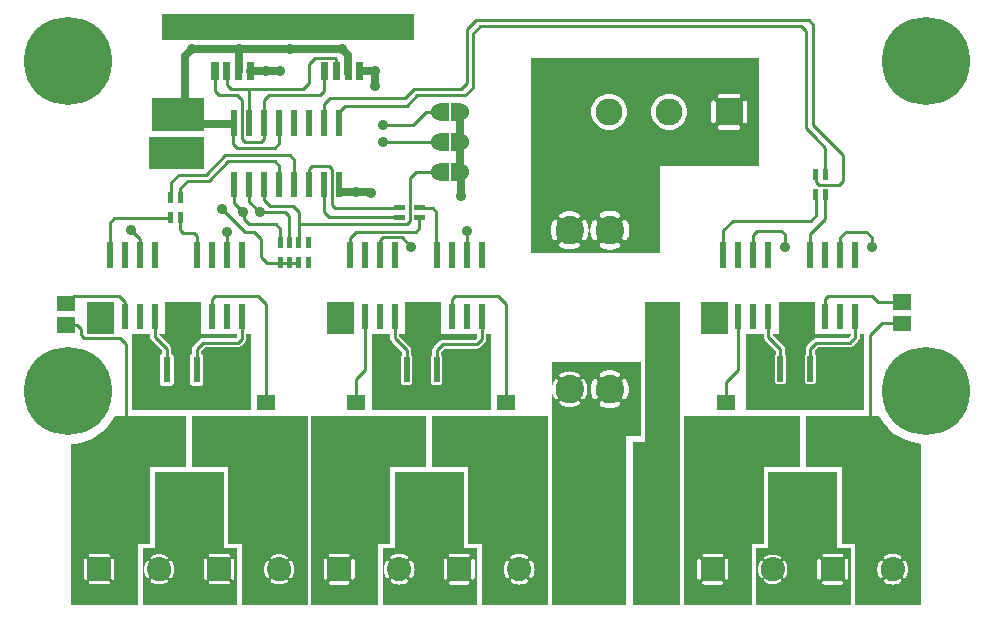
<source format=gbr>
G04 start of page 2 for group 0 idx 0 *
G04 Title: (unknown), component *
G04 Creator: pcb 20140316 *
G04 CreationDate: Tue 26 Feb 2019 04:39:58 AM GMT UTC *
G04 For: railfan *
G04 Format: Gerber/RS-274X *
G04 PCB-Dimensions (mil): 3200.00 2000.00 *
G04 PCB-Coordinate-Origin: lower left *
%MOIN*%
%FSLAX25Y25*%
%LNTOP*%
%ADD32C,0.0550*%
%ADD31C,0.1285*%
%ADD30C,0.0640*%
%ADD29C,0.0480*%
%ADD28C,0.0200*%
%ADD27C,0.0360*%
%ADD26R,0.0430X0.0430*%
%ADD25R,0.0787X0.0787*%
%ADD24R,0.0512X0.0512*%
%ADD23R,0.0300X0.0300*%
%ADD22C,0.0600*%
%ADD21R,0.0472X0.0472*%
%ADD20R,0.0236X0.0236*%
%ADD19R,0.0167X0.0167*%
%ADD18R,0.0200X0.0200*%
%ADD17C,0.0900*%
%ADD16C,0.2937*%
%ADD15C,0.0940*%
%ADD14C,0.0800*%
%ADD13C,0.0250*%
%ADD12C,0.0100*%
%ADD11C,0.0001*%
G54D11*G36*
X203004Y184000D02*X214500D01*
Y171199D01*
X213962Y170869D01*
X213244Y170256D01*
X212631Y169538D01*
X212137Y168732D01*
X211776Y167860D01*
X211556Y166942D01*
X211481Y166000D01*
X211556Y165058D01*
X211776Y164140D01*
X212137Y163268D01*
X212631Y162462D01*
X213244Y161744D01*
X213962Y161131D01*
X214500Y160801D01*
Y119000D01*
X203004D01*
Y123142D01*
X203124Y123193D01*
X203244Y123268D01*
X203351Y123360D01*
X203442Y123469D01*
X203513Y123591D01*
X203764Y124140D01*
X203956Y124712D01*
X204095Y125299D01*
X204179Y125897D01*
X204207Y126500D01*
X204179Y127103D01*
X204095Y127701D01*
X203956Y128288D01*
X203764Y128860D01*
X203519Y129412D01*
X203446Y129534D01*
X203355Y129643D01*
X203247Y129737D01*
X203126Y129812D01*
X203004Y129864D01*
Y163608D01*
X203224Y164140D01*
X203444Y165058D01*
X203500Y166000D01*
X203444Y166942D01*
X203224Y167860D01*
X203004Y168392D01*
Y184000D01*
G37*
G36*
Y119000D02*X197491D01*
Y120003D01*
X197700Y119993D01*
X198303Y120021D01*
X198901Y120105D01*
X199488Y120244D01*
X200060Y120436D01*
X200612Y120681D01*
X200734Y120754D01*
X200843Y120845D01*
X200937Y120953D01*
X201012Y121074D01*
X201067Y121205D01*
X201102Y121343D01*
X201114Y121485D01*
X201104Y121628D01*
X201071Y121766D01*
X201018Y121898D01*
X200944Y122020D01*
X200853Y122129D01*
X200745Y122223D01*
X200624Y122298D01*
X200493Y122353D01*
X200355Y122388D01*
X200213Y122400D01*
X200071Y122390D01*
X199932Y122357D01*
X199801Y122301D01*
X199405Y122120D01*
X198992Y121981D01*
X198567Y121881D01*
X198136Y121820D01*
X197700Y121800D01*
X197491Y121810D01*
Y131190D01*
X197700Y131200D01*
X198136Y131180D01*
X198567Y131119D01*
X198992Y131019D01*
X199405Y130880D01*
X199803Y130703D01*
X199933Y130647D01*
X200071Y130615D01*
X200213Y130605D01*
X200354Y130617D01*
X200491Y130651D01*
X200622Y130707D01*
X200742Y130782D01*
X200849Y130874D01*
X200940Y130983D01*
X201013Y131104D01*
X201067Y131235D01*
X201099Y131373D01*
X201109Y131515D01*
X201097Y131656D01*
X201063Y131793D01*
X201007Y131924D01*
X200932Y132044D01*
X200840Y132151D01*
X200731Y132242D01*
X200609Y132313D01*
X200060Y132564D01*
X199488Y132756D01*
X198901Y132895D01*
X198303Y132979D01*
X197700Y133007D01*
X197491Y132997D01*
Y159982D01*
X197500Y159981D01*
X198442Y160056D01*
X199360Y160276D01*
X200232Y160637D01*
X201038Y161131D01*
X201756Y161744D01*
X202369Y162462D01*
X202863Y163268D01*
X203004Y163608D01*
Y129864D01*
X202995Y129867D01*
X202857Y129902D01*
X202715Y129914D01*
X202572Y129904D01*
X202434Y129871D01*
X202302Y129818D01*
X202180Y129744D01*
X202071Y129653D01*
X201977Y129545D01*
X201902Y129424D01*
X201847Y129293D01*
X201812Y129155D01*
X201800Y129013D01*
X201810Y128871D01*
X201843Y128732D01*
X201899Y128601D01*
X202080Y128205D01*
X202219Y127792D01*
X202319Y127367D01*
X202380Y126936D01*
X202400Y126500D01*
X202380Y126064D01*
X202319Y125633D01*
X202219Y125208D01*
X202080Y124795D01*
X201903Y124397D01*
X201847Y124267D01*
X201815Y124129D01*
X201805Y123987D01*
X201817Y123846D01*
X201851Y123709D01*
X201907Y123578D01*
X201982Y123458D01*
X202074Y123351D01*
X202183Y123260D01*
X202304Y123187D01*
X202435Y123133D01*
X202573Y123101D01*
X202715Y123091D01*
X202856Y123103D01*
X202993Y123137D01*
X203004Y123142D01*
Y119000D01*
G37*
G36*
X197491Y184000D02*X203004D01*
Y168392D01*
X202863Y168732D01*
X202369Y169538D01*
X201756Y170256D01*
X201038Y170869D01*
X200232Y171363D01*
X199360Y171724D01*
X198442Y171944D01*
X197500Y172019D01*
X197491Y172018D01*
Y184000D01*
G37*
G36*
X192396Y162845D02*X192631Y162462D01*
X193244Y161744D01*
X193962Y161131D01*
X194768Y160637D01*
X195640Y160276D01*
X196558Y160056D01*
X197491Y159982D01*
Y132997D01*
X197097Y132979D01*
X196499Y132895D01*
X195912Y132756D01*
X195340Y132564D01*
X194788Y132319D01*
X194666Y132246D01*
X194557Y132155D01*
X194463Y132047D01*
X194388Y131926D01*
X194333Y131795D01*
X194298Y131657D01*
X194286Y131515D01*
X194296Y131372D01*
X194329Y131234D01*
X194382Y131102D01*
X194456Y130980D01*
X194547Y130871D01*
X194655Y130777D01*
X194776Y130702D01*
X194907Y130647D01*
X195045Y130612D01*
X195187Y130600D01*
X195329Y130610D01*
X195468Y130643D01*
X195599Y130699D01*
X195995Y130880D01*
X196408Y131019D01*
X196833Y131119D01*
X197264Y131180D01*
X197491Y131190D01*
Y121810D01*
X197264Y121820D01*
X196833Y121881D01*
X196408Y121981D01*
X195995Y122120D01*
X195597Y122297D01*
X195467Y122353D01*
X195329Y122385D01*
X195187Y122395D01*
X195046Y122383D01*
X194909Y122349D01*
X194778Y122293D01*
X194658Y122218D01*
X194551Y122126D01*
X194460Y122017D01*
X194387Y121896D01*
X194333Y121765D01*
X194301Y121627D01*
X194291Y121485D01*
X194303Y121344D01*
X194337Y121207D01*
X194393Y121076D01*
X194468Y120956D01*
X194560Y120849D01*
X194669Y120758D01*
X194791Y120687D01*
X195340Y120436D01*
X195912Y120244D01*
X196499Y120105D01*
X197097Y120021D01*
X197491Y120003D01*
Y119000D01*
X192396D01*
Y123136D01*
X192405Y123133D01*
X192543Y123098D01*
X192685Y123086D01*
X192828Y123096D01*
X192966Y123129D01*
X193098Y123182D01*
X193220Y123256D01*
X193329Y123347D01*
X193423Y123455D01*
X193498Y123576D01*
X193553Y123707D01*
X193588Y123845D01*
X193600Y123987D01*
X193590Y124129D01*
X193557Y124268D01*
X193501Y124399D01*
X193320Y124795D01*
X193181Y125208D01*
X193081Y125633D01*
X193020Y126064D01*
X193000Y126500D01*
X193020Y126936D01*
X193081Y127367D01*
X193181Y127792D01*
X193320Y128205D01*
X193497Y128603D01*
X193553Y128733D01*
X193585Y128871D01*
X193595Y129013D01*
X193583Y129154D01*
X193549Y129291D01*
X193493Y129422D01*
X193418Y129542D01*
X193326Y129649D01*
X193217Y129740D01*
X193096Y129813D01*
X192965Y129867D01*
X192827Y129899D01*
X192685Y129909D01*
X192544Y129897D01*
X192407Y129863D01*
X192396Y129858D01*
Y162845D01*
G37*
G36*
Y184000D02*X197491D01*
Y172018D01*
X196558Y171944D01*
X195640Y171724D01*
X194768Y171363D01*
X193962Y170869D01*
X193244Y170256D01*
X192631Y169538D01*
X192396Y169155D01*
Y184000D01*
G37*
G36*
X189467D02*X192396D01*
Y169155D01*
X192137Y168732D01*
X191776Y167860D01*
X191556Y166942D01*
X191481Y166000D01*
X191556Y165058D01*
X191776Y164140D01*
X192137Y163268D01*
X192396Y162845D01*
Y129858D01*
X192276Y129807D01*
X192156Y129732D01*
X192049Y129640D01*
X191958Y129531D01*
X191887Y129409D01*
X191636Y128860D01*
X191444Y128288D01*
X191305Y127701D01*
X191221Y127103D01*
X191193Y126500D01*
X191221Y125897D01*
X191305Y125299D01*
X191444Y124712D01*
X191636Y124140D01*
X191881Y123588D01*
X191954Y123466D01*
X192045Y123357D01*
X192153Y123263D01*
X192274Y123188D01*
X192396Y123136D01*
Y119000D01*
X189467D01*
Y123158D01*
X189489Y123167D01*
X189598Y123230D01*
X189695Y123309D01*
X189779Y123403D01*
X189845Y123510D01*
X190097Y124018D01*
X190297Y124548D01*
X190448Y125094D01*
X190549Y125652D01*
X190600Y126217D01*
Y126783D01*
X190549Y127348D01*
X190448Y127906D01*
X190297Y128452D01*
X190097Y128982D01*
X189851Y129493D01*
X189783Y129600D01*
X189699Y129694D01*
X189600Y129774D01*
X189491Y129838D01*
X189467Y129847D01*
Y184000D01*
G37*
G36*
X184302D02*X189467D01*
Y129847D01*
X189373Y129884D01*
X189249Y129910D01*
X189122Y129917D01*
X188996Y129904D01*
X188874Y129872D01*
X188758Y129821D01*
X188652Y129752D01*
X188557Y129668D01*
X188477Y129569D01*
X188414Y129460D01*
X188368Y129342D01*
X188341Y129218D01*
X188334Y129091D01*
X188347Y128965D01*
X188379Y128843D01*
X188433Y128728D01*
X188621Y128350D01*
X188769Y127955D01*
X188882Y127548D01*
X188957Y127132D01*
X188995Y126711D01*
Y126289D01*
X188957Y125868D01*
X188882Y125452D01*
X188769Y125045D01*
X188621Y124650D01*
X188437Y124269D01*
X188384Y124155D01*
X188352Y124034D01*
X188339Y123908D01*
X188346Y123783D01*
X188372Y123660D01*
X188418Y123542D01*
X188481Y123433D01*
X188561Y123336D01*
X188655Y123252D01*
X188760Y123183D01*
X188876Y123133D01*
X188997Y123100D01*
X189123Y123088D01*
X189248Y123095D01*
X189371Y123121D01*
X189467Y123158D01*
Y119000D01*
X184302D01*
Y120200D01*
X184583D01*
X185148Y120251D01*
X185706Y120352D01*
X186252Y120503D01*
X186782Y120703D01*
X187293Y120949D01*
X187400Y121017D01*
X187494Y121101D01*
X187574Y121200D01*
X187638Y121309D01*
X187684Y121427D01*
X187710Y121551D01*
X187717Y121678D01*
X187704Y121804D01*
X187672Y121926D01*
X187621Y122042D01*
X187552Y122148D01*
X187468Y122243D01*
X187369Y122323D01*
X187260Y122386D01*
X187142Y122432D01*
X187018Y122459D01*
X186891Y122466D01*
X186765Y122453D01*
X186643Y122421D01*
X186528Y122367D01*
X186150Y122179D01*
X185755Y122031D01*
X185348Y121918D01*
X184932Y121843D01*
X184511Y121805D01*
X184302D01*
Y131195D01*
X184511D01*
X184932Y131157D01*
X185348Y131082D01*
X185755Y130969D01*
X186150Y130821D01*
X186531Y130637D01*
X186645Y130584D01*
X186766Y130552D01*
X186892Y130539D01*
X187017Y130546D01*
X187140Y130572D01*
X187258Y130618D01*
X187367Y130681D01*
X187464Y130761D01*
X187548Y130855D01*
X187617Y130960D01*
X187667Y131076D01*
X187700Y131197D01*
X187712Y131323D01*
X187705Y131448D01*
X187679Y131571D01*
X187633Y131689D01*
X187570Y131798D01*
X187491Y131895D01*
X187397Y131979D01*
X187290Y132045D01*
X186782Y132297D01*
X186252Y132497D01*
X185706Y132648D01*
X185148Y132749D01*
X184583Y132800D01*
X184302D01*
Y184000D01*
G37*
G36*
X179133D02*X184302D01*
Y132800D01*
X184017D01*
X183452Y132749D01*
X182894Y132648D01*
X182348Y132497D01*
X181818Y132297D01*
X181307Y132051D01*
X181200Y131983D01*
X181106Y131899D01*
X181026Y131800D01*
X180962Y131691D01*
X180916Y131573D01*
X180890Y131449D01*
X180883Y131322D01*
X180896Y131196D01*
X180928Y131074D01*
X180979Y130958D01*
X181048Y130852D01*
X181132Y130757D01*
X181231Y130677D01*
X181340Y130614D01*
X181458Y130568D01*
X181582Y130541D01*
X181709Y130534D01*
X181835Y130547D01*
X181957Y130579D01*
X182072Y130633D01*
X182450Y130821D01*
X182845Y130969D01*
X183252Y131082D01*
X183668Y131157D01*
X184089Y131195D01*
X184302D01*
Y121805D01*
X184089D01*
X183668Y121843D01*
X183252Y121918D01*
X182845Y122031D01*
X182450Y122179D01*
X182069Y122363D01*
X181955Y122416D01*
X181834Y122448D01*
X181708Y122461D01*
X181583Y122454D01*
X181460Y122428D01*
X181342Y122382D01*
X181233Y122319D01*
X181136Y122239D01*
X181052Y122145D01*
X180983Y122040D01*
X180933Y121924D01*
X180900Y121803D01*
X180888Y121677D01*
X180895Y121552D01*
X180921Y121429D01*
X180967Y121311D01*
X181030Y121202D01*
X181109Y121105D01*
X181203Y121021D01*
X181310Y120955D01*
X181818Y120703D01*
X182348Y120503D01*
X182894Y120352D01*
X183452Y120251D01*
X184017Y120200D01*
X184302D01*
Y119000D01*
X179133D01*
Y123153D01*
X179227Y123116D01*
X179351Y123090D01*
X179478Y123083D01*
X179604Y123096D01*
X179726Y123128D01*
X179842Y123179D01*
X179948Y123248D01*
X180043Y123332D01*
X180123Y123431D01*
X180186Y123540D01*
X180232Y123658D01*
X180259Y123782D01*
X180266Y123909D01*
X180253Y124035D01*
X180221Y124157D01*
X180167Y124272D01*
X179979Y124650D01*
X179831Y125045D01*
X179718Y125452D01*
X179643Y125868D01*
X179605Y126289D01*
Y126711D01*
X179643Y127132D01*
X179718Y127548D01*
X179831Y127955D01*
X179979Y128350D01*
X180163Y128731D01*
X180216Y128845D01*
X180248Y128966D01*
X180261Y129092D01*
X180254Y129217D01*
X180228Y129340D01*
X180182Y129458D01*
X180119Y129567D01*
X180039Y129664D01*
X179945Y129748D01*
X179840Y129817D01*
X179724Y129867D01*
X179603Y129900D01*
X179477Y129912D01*
X179352Y129905D01*
X179229Y129879D01*
X179133Y129842D01*
Y184000D01*
G37*
G36*
X171500D02*X179133D01*
Y129842D01*
X179111Y129833D01*
X179002Y129770D01*
X178905Y129691D01*
X178821Y129597D01*
X178755Y129490D01*
X178503Y128982D01*
X178303Y128452D01*
X178152Y127906D01*
X178051Y127348D01*
X178000Y126783D01*
Y126217D01*
X178051Y125652D01*
X178152Y125094D01*
X178303Y124548D01*
X178503Y124018D01*
X178749Y123507D01*
X178817Y123400D01*
X178901Y123306D01*
X179000Y123226D01*
X179109Y123162D01*
X179133Y123153D01*
Y119000D01*
X171500D01*
Y184000D01*
G37*
G36*
X192396Y162845D02*X192631Y162462D01*
X193244Y161744D01*
X193962Y161131D01*
X194768Y160637D01*
X195640Y160276D01*
X196558Y160056D01*
X197500Y159981D01*
Y132998D01*
X197097Y132979D01*
X196499Y132895D01*
X195912Y132756D01*
X195340Y132564D01*
X194788Y132319D01*
X194666Y132246D01*
X194557Y132155D01*
X194463Y132047D01*
X194388Y131926D01*
X194333Y131795D01*
X194298Y131657D01*
X194286Y131515D01*
X194296Y131372D01*
X194329Y131234D01*
X194382Y131102D01*
X194456Y130980D01*
X194547Y130871D01*
X194655Y130777D01*
X194776Y130702D01*
X194907Y130647D01*
X195045Y130612D01*
X195187Y130600D01*
X195329Y130610D01*
X195468Y130643D01*
X195599Y130699D01*
X195995Y130880D01*
X196408Y131019D01*
X196833Y131119D01*
X197264Y131180D01*
X197500Y131191D01*
Y121809D01*
X197264Y121820D01*
X196833Y121881D01*
X196408Y121981D01*
X195995Y122120D01*
X195597Y122297D01*
X195467Y122353D01*
X195329Y122385D01*
X195187Y122395D01*
X195046Y122383D01*
X194909Y122349D01*
X194778Y122293D01*
X194658Y122218D01*
X194551Y122126D01*
X194460Y122017D01*
X194387Y121896D01*
X194333Y121765D01*
X194301Y121627D01*
X194291Y121485D01*
X194303Y121344D01*
X194337Y121207D01*
X194393Y121076D01*
X194468Y120956D01*
X194560Y120849D01*
X194669Y120758D01*
X194791Y120687D01*
X195340Y120436D01*
X195912Y120244D01*
X196499Y120105D01*
X197097Y120021D01*
X197500Y120002D01*
Y119000D01*
X192396D01*
Y123136D01*
X192405Y123133D01*
X192543Y123098D01*
X192685Y123086D01*
X192828Y123096D01*
X192966Y123129D01*
X193098Y123182D01*
X193220Y123256D01*
X193329Y123347D01*
X193423Y123455D01*
X193498Y123576D01*
X193553Y123707D01*
X193588Y123845D01*
X193600Y123987D01*
X193590Y124129D01*
X193557Y124268D01*
X193501Y124399D01*
X193320Y124795D01*
X193181Y125208D01*
X193081Y125633D01*
X193020Y126064D01*
X193000Y126500D01*
X193020Y126936D01*
X193081Y127367D01*
X193181Y127792D01*
X193320Y128205D01*
X193497Y128603D01*
X193553Y128733D01*
X193585Y128871D01*
X193595Y129013D01*
X193583Y129154D01*
X193549Y129291D01*
X193493Y129422D01*
X193418Y129542D01*
X193326Y129649D01*
X193217Y129740D01*
X193096Y129813D01*
X192965Y129867D01*
X192827Y129899D01*
X192685Y129909D01*
X192544Y129897D01*
X192407Y129863D01*
X192396Y129858D01*
Y162845D01*
G37*
G36*
Y184000D02*X197500D01*
Y172019D01*
X196558Y171944D01*
X195640Y171724D01*
X194768Y171363D01*
X193962Y170869D01*
X193244Y170256D01*
X192631Y169538D01*
X192396Y169155D01*
Y184000D01*
G37*
G36*
X189467D02*X192396D01*
Y169155D01*
X192137Y168732D01*
X191776Y167860D01*
X191556Y166942D01*
X191481Y166000D01*
X191556Y165058D01*
X191776Y164140D01*
X192137Y163268D01*
X192396Y162845D01*
Y129858D01*
X192276Y129807D01*
X192156Y129732D01*
X192049Y129640D01*
X191958Y129531D01*
X191887Y129409D01*
X191636Y128860D01*
X191444Y128288D01*
X191305Y127701D01*
X191221Y127103D01*
X191193Y126500D01*
X191221Y125897D01*
X191305Y125299D01*
X191444Y124712D01*
X191636Y124140D01*
X191881Y123588D01*
X191954Y123466D01*
X192045Y123357D01*
X192153Y123263D01*
X192274Y123188D01*
X192396Y123136D01*
Y119000D01*
X189467D01*
Y123158D01*
X189489Y123167D01*
X189598Y123230D01*
X189695Y123309D01*
X189779Y123403D01*
X189845Y123510D01*
X190097Y124018D01*
X190297Y124548D01*
X190448Y125094D01*
X190549Y125652D01*
X190600Y126217D01*
Y126783D01*
X190549Y127348D01*
X190448Y127906D01*
X190297Y128452D01*
X190097Y128982D01*
X189851Y129493D01*
X189783Y129600D01*
X189699Y129694D01*
X189600Y129774D01*
X189491Y129838D01*
X189467Y129847D01*
Y184000D01*
G37*
G36*
X184302D02*X189467D01*
Y129847D01*
X189373Y129884D01*
X189249Y129910D01*
X189122Y129917D01*
X188996Y129904D01*
X188874Y129872D01*
X188758Y129821D01*
X188652Y129752D01*
X188557Y129668D01*
X188477Y129569D01*
X188414Y129460D01*
X188368Y129342D01*
X188341Y129218D01*
X188334Y129091D01*
X188347Y128965D01*
X188379Y128843D01*
X188433Y128728D01*
X188621Y128350D01*
X188769Y127955D01*
X188882Y127548D01*
X188957Y127132D01*
X188995Y126711D01*
Y126289D01*
X188957Y125868D01*
X188882Y125452D01*
X188769Y125045D01*
X188621Y124650D01*
X188437Y124269D01*
X188384Y124155D01*
X188352Y124034D01*
X188339Y123908D01*
X188346Y123783D01*
X188372Y123660D01*
X188418Y123542D01*
X188481Y123433D01*
X188561Y123336D01*
X188655Y123252D01*
X188760Y123183D01*
X188876Y123133D01*
X188997Y123100D01*
X189123Y123088D01*
X189248Y123095D01*
X189371Y123121D01*
X189467Y123158D01*
Y119000D01*
X184302D01*
Y120200D01*
X184583D01*
X185148Y120251D01*
X185706Y120352D01*
X186252Y120503D01*
X186782Y120703D01*
X187293Y120949D01*
X187400Y121017D01*
X187494Y121101D01*
X187574Y121200D01*
X187638Y121309D01*
X187684Y121427D01*
X187710Y121551D01*
X187717Y121678D01*
X187704Y121804D01*
X187672Y121926D01*
X187621Y122042D01*
X187552Y122148D01*
X187468Y122243D01*
X187369Y122323D01*
X187260Y122386D01*
X187142Y122432D01*
X187018Y122459D01*
X186891Y122466D01*
X186765Y122453D01*
X186643Y122421D01*
X186528Y122367D01*
X186150Y122179D01*
X185755Y122031D01*
X185348Y121918D01*
X184932Y121843D01*
X184511Y121805D01*
X184302D01*
Y131195D01*
X184511D01*
X184932Y131157D01*
X185348Y131082D01*
X185755Y130969D01*
X186150Y130821D01*
X186531Y130637D01*
X186645Y130584D01*
X186766Y130552D01*
X186892Y130539D01*
X187017Y130546D01*
X187140Y130572D01*
X187258Y130618D01*
X187367Y130681D01*
X187464Y130761D01*
X187548Y130855D01*
X187617Y130960D01*
X187667Y131076D01*
X187700Y131197D01*
X187712Y131323D01*
X187705Y131448D01*
X187679Y131571D01*
X187633Y131689D01*
X187570Y131798D01*
X187491Y131895D01*
X187397Y131979D01*
X187290Y132045D01*
X186782Y132297D01*
X186252Y132497D01*
X185706Y132648D01*
X185148Y132749D01*
X184583Y132800D01*
X184302D01*
Y184000D01*
G37*
G36*
X179133D02*X184302D01*
Y132800D01*
X184017D01*
X183452Y132749D01*
X182894Y132648D01*
X182348Y132497D01*
X181818Y132297D01*
X181307Y132051D01*
X181200Y131983D01*
X181106Y131899D01*
X181026Y131800D01*
X180962Y131691D01*
X180916Y131573D01*
X180890Y131449D01*
X180883Y131322D01*
X180896Y131196D01*
X180928Y131074D01*
X180979Y130958D01*
X181048Y130852D01*
X181132Y130757D01*
X181231Y130677D01*
X181340Y130614D01*
X181458Y130568D01*
X181582Y130541D01*
X181709Y130534D01*
X181835Y130547D01*
X181957Y130579D01*
X182072Y130633D01*
X182450Y130821D01*
X182845Y130969D01*
X183252Y131082D01*
X183668Y131157D01*
X184089Y131195D01*
X184302D01*
Y121805D01*
X184089D01*
X183668Y121843D01*
X183252Y121918D01*
X182845Y122031D01*
X182450Y122179D01*
X182069Y122363D01*
X181955Y122416D01*
X181834Y122448D01*
X181708Y122461D01*
X181583Y122454D01*
X181460Y122428D01*
X181342Y122382D01*
X181233Y122319D01*
X181136Y122239D01*
X181052Y122145D01*
X180983Y122040D01*
X180933Y121924D01*
X180900Y121803D01*
X180888Y121677D01*
X180895Y121552D01*
X180921Y121429D01*
X180967Y121311D01*
X181030Y121202D01*
X181109Y121105D01*
X181203Y121021D01*
X181310Y120955D01*
X181818Y120703D01*
X182348Y120503D01*
X182894Y120352D01*
X183452Y120251D01*
X184017Y120200D01*
X184302D01*
Y119000D01*
X179133D01*
Y123153D01*
X179227Y123116D01*
X179351Y123090D01*
X179478Y123083D01*
X179604Y123096D01*
X179726Y123128D01*
X179842Y123179D01*
X179948Y123248D01*
X180043Y123332D01*
X180123Y123431D01*
X180186Y123540D01*
X180232Y123658D01*
X180259Y123782D01*
X180266Y123909D01*
X180253Y124035D01*
X180221Y124157D01*
X180167Y124272D01*
X179979Y124650D01*
X179831Y125045D01*
X179718Y125452D01*
X179643Y125868D01*
X179605Y126289D01*
Y126711D01*
X179643Y127132D01*
X179718Y127548D01*
X179831Y127955D01*
X179979Y128350D01*
X180163Y128731D01*
X180216Y128845D01*
X180248Y128966D01*
X180261Y129092D01*
X180254Y129217D01*
X180228Y129340D01*
X180182Y129458D01*
X180119Y129567D01*
X180039Y129664D01*
X179945Y129748D01*
X179840Y129817D01*
X179724Y129867D01*
X179603Y129900D01*
X179477Y129912D01*
X179352Y129905D01*
X179229Y129879D01*
X179133Y129842D01*
Y184000D01*
G37*
G36*
X171500D02*X179133D01*
Y129842D01*
X179111Y129833D01*
X179002Y129770D01*
X178905Y129691D01*
X178821Y129597D01*
X178755Y129490D01*
X178503Y128982D01*
X178303Y128452D01*
X178152Y127906D01*
X178051Y127348D01*
X178000Y126783D01*
Y126217D01*
X178051Y125652D01*
X178152Y125094D01*
X178303Y124548D01*
X178503Y124018D01*
X178749Y123507D01*
X178817Y123400D01*
X178901Y123306D01*
X179000Y123226D01*
X179109Y123162D01*
X179133Y123153D01*
Y119000D01*
X171500D01*
Y184000D01*
G37*
G36*
X254000Y102500D02*X266000D01*
Y91000D01*
X254000D01*
Y102500D01*
G37*
G36*
X228000D02*X237000D01*
Y92000D01*
X228000D01*
Y102500D01*
G37*
G36*
X242750Y184000D02*X247500D01*
Y148000D01*
X242750D01*
Y162248D01*
X242868Y162257D01*
X242982Y162285D01*
X243092Y162330D01*
X243192Y162391D01*
X243282Y162468D01*
X243359Y162558D01*
X243420Y162658D01*
X243465Y162768D01*
X243493Y162882D01*
X243500Y163000D01*
Y169000D01*
X243493Y169118D01*
X243465Y169232D01*
X243420Y169342D01*
X243359Y169442D01*
X243282Y169532D01*
X243192Y169609D01*
X243092Y169670D01*
X242982Y169715D01*
X242868Y169743D01*
X242750Y169752D01*
Y184000D01*
G37*
G36*
X237500D02*X242750D01*
Y169752D01*
X242632Y169743D01*
X242518Y169715D01*
X242408Y169670D01*
X242308Y169609D01*
X242218Y169532D01*
X242141Y169442D01*
X242080Y169342D01*
X242035Y169232D01*
X242007Y169118D01*
X242000Y169000D01*
Y163000D01*
X242007Y162882D01*
X242035Y162768D01*
X242080Y162658D01*
X242141Y162558D01*
X242218Y162468D01*
X242308Y162391D01*
X242408Y162330D01*
X242518Y162285D01*
X242632Y162257D01*
X242750Y162248D01*
Y148000D01*
X237500D01*
Y160000D01*
X240500D01*
X240618Y160007D01*
X240732Y160035D01*
X240842Y160080D01*
X240942Y160141D01*
X241032Y160218D01*
X241109Y160308D01*
X241170Y160408D01*
X241215Y160518D01*
X241243Y160632D01*
X241252Y160750D01*
X241243Y160868D01*
X241215Y160982D01*
X241170Y161092D01*
X241109Y161192D01*
X241032Y161282D01*
X240942Y161359D01*
X240842Y161420D01*
X240732Y161465D01*
X240618Y161493D01*
X240500Y161500D01*
X237500D01*
Y170500D01*
X240500D01*
X240618Y170507D01*
X240732Y170535D01*
X240842Y170580D01*
X240942Y170641D01*
X241032Y170718D01*
X241109Y170808D01*
X241170Y170908D01*
X241215Y171018D01*
X241243Y171132D01*
X241252Y171250D01*
X241243Y171368D01*
X241215Y171482D01*
X241170Y171592D01*
X241109Y171692D01*
X241032Y171782D01*
X240942Y171859D01*
X240842Y171920D01*
X240732Y171965D01*
X240618Y171993D01*
X240500Y172000D01*
X237500D01*
Y184000D01*
G37*
G36*
X232250D02*X237500D01*
Y172000D01*
X234500D01*
X234382Y171993D01*
X234268Y171965D01*
X234158Y171920D01*
X234058Y171859D01*
X233968Y171782D01*
X233891Y171692D01*
X233830Y171592D01*
X233785Y171482D01*
X233757Y171368D01*
X233748Y171250D01*
X233757Y171132D01*
X233785Y171018D01*
X233830Y170908D01*
X233891Y170808D01*
X233968Y170718D01*
X234058Y170641D01*
X234158Y170580D01*
X234268Y170535D01*
X234382Y170507D01*
X234500Y170500D01*
X237500D01*
Y161500D01*
X234500D01*
X234382Y161493D01*
X234268Y161465D01*
X234158Y161420D01*
X234058Y161359D01*
X233968Y161282D01*
X233891Y161192D01*
X233830Y161092D01*
X233785Y160982D01*
X233757Y160868D01*
X233748Y160750D01*
X233757Y160632D01*
X233785Y160518D01*
X233830Y160408D01*
X233891Y160308D01*
X233968Y160218D01*
X234058Y160141D01*
X234158Y160080D01*
X234268Y160035D01*
X234382Y160007D01*
X234500Y160000D01*
X237500D01*
Y148000D01*
X232250D01*
Y162248D01*
X232368Y162257D01*
X232482Y162285D01*
X232592Y162330D01*
X232692Y162391D01*
X232782Y162468D01*
X232859Y162558D01*
X232920Y162658D01*
X232965Y162768D01*
X232993Y162882D01*
X233000Y163000D01*
Y169000D01*
X232993Y169118D01*
X232965Y169232D01*
X232920Y169342D01*
X232859Y169442D01*
X232782Y169532D01*
X232692Y169609D01*
X232592Y169670D01*
X232482Y169715D01*
X232368Y169743D01*
X232250Y169752D01*
Y184000D01*
G37*
G36*
X217491D02*X232250D01*
Y169752D01*
X232132Y169743D01*
X232018Y169715D01*
X231908Y169670D01*
X231808Y169609D01*
X231718Y169532D01*
X231641Y169442D01*
X231580Y169342D01*
X231535Y169232D01*
X231507Y169118D01*
X231500Y169000D01*
Y163000D01*
X231507Y162882D01*
X231535Y162768D01*
X231580Y162658D01*
X231641Y162558D01*
X231718Y162468D01*
X231808Y162391D01*
X231908Y162330D01*
X232018Y162285D01*
X232132Y162257D01*
X232250Y162248D01*
Y148000D01*
X217491D01*
Y159982D01*
X217500Y159981D01*
X218442Y160056D01*
X219360Y160276D01*
X220232Y160637D01*
X221038Y161131D01*
X221756Y161744D01*
X222369Y162462D01*
X222863Y163268D01*
X223224Y164140D01*
X223444Y165058D01*
X223500Y166000D01*
X223444Y166942D01*
X223224Y167860D01*
X222863Y168732D01*
X222369Y169538D01*
X221756Y170256D01*
X221038Y170869D01*
X220232Y171363D01*
X219360Y171724D01*
X218442Y171944D01*
X217500Y172019D01*
X217491Y172018D01*
Y184000D01*
G37*
G36*
X197491D02*X217491D01*
Y172018D01*
X216558Y171944D01*
X215640Y171724D01*
X214768Y171363D01*
X213962Y170869D01*
X213244Y170256D01*
X212631Y169538D01*
X212137Y168732D01*
X211776Y167860D01*
X211556Y166942D01*
X211481Y166000D01*
X211556Y165058D01*
X211776Y164140D01*
X212137Y163268D01*
X212631Y162462D01*
X213244Y161744D01*
X213962Y161131D01*
X214768Y160637D01*
X215640Y160276D01*
X216558Y160056D01*
X217491Y159982D01*
Y148000D01*
X197491D01*
Y159982D01*
X197500Y159981D01*
X198442Y160056D01*
X199360Y160276D01*
X200232Y160637D01*
X201038Y161131D01*
X201756Y161744D01*
X202369Y162462D01*
X202863Y163268D01*
X203224Y164140D01*
X203444Y165058D01*
X203500Y166000D01*
X203444Y166942D01*
X203224Y167860D01*
X202863Y168732D01*
X202369Y169538D01*
X201756Y170256D01*
X201038Y170869D01*
X200232Y171363D01*
X199360Y171724D01*
X198442Y171944D01*
X197500Y172019D01*
X197491Y172018D01*
Y184000D01*
G37*
G36*
X178000D02*X197491D01*
Y172018D01*
X196558Y171944D01*
X195640Y171724D01*
X194768Y171363D01*
X193962Y170869D01*
X193244Y170256D01*
X192631Y169538D01*
X192137Y168732D01*
X191776Y167860D01*
X191556Y166942D01*
X191481Y166000D01*
X191556Y165058D01*
X191776Y164140D01*
X192137Y163268D01*
X192631Y162462D01*
X193244Y161744D01*
X193962Y161131D01*
X194768Y160637D01*
X195640Y160276D01*
X196558Y160056D01*
X197491Y159982D01*
Y148000D01*
X178000D01*
Y184000D01*
G37*
G36*
X138500Y84875D02*X138433Y84817D01*
X138351Y84722D01*
X138285Y84614D01*
X138237Y84498D01*
X138207Y84376D01*
X138200Y84250D01*
X138207Y75624D01*
X138237Y75502D01*
X138285Y75386D01*
X138351Y75278D01*
X138433Y75183D01*
X138528Y75101D01*
X138636Y75035D01*
X138752Y74987D01*
X138874Y74957D01*
X139000Y74950D01*
X141126Y74957D01*
X141248Y74987D01*
X141364Y75035D01*
X141472Y75101D01*
X141567Y75183D01*
X141649Y75278D01*
X141715Y75386D01*
X141763Y75502D01*
X141793Y75624D01*
X141800Y75750D01*
X141793Y84376D01*
X141763Y84498D01*
X141715Y84614D01*
X141649Y84722D01*
X141567Y84817D01*
X141500Y84875D01*
Y85879D01*
X142621Y87000D01*
X153341D01*
X153400Y86995D01*
X153635Y87014D01*
X153635Y87014D01*
X153865Y87069D01*
X154083Y87159D01*
X154284Y87283D01*
X154464Y87436D01*
X154502Y87481D01*
X156019Y88998D01*
X156064Y89036D01*
X156217Y89215D01*
X156217Y89216D01*
X156341Y89417D01*
X156431Y89635D01*
X156486Y89865D01*
X156505Y90100D01*
X156500Y90159D01*
Y92000D01*
X158000D01*
Y66500D01*
X118500D01*
Y92000D01*
X124500D01*
Y90559D01*
X124495Y90500D01*
X124514Y90265D01*
X124569Y90035D01*
X124659Y89817D01*
X124783Y89616D01*
X124783Y89615D01*
X124936Y89436D01*
X124981Y89398D01*
X128500Y85879D01*
Y84875D01*
X128433Y84817D01*
X128351Y84722D01*
X128285Y84614D01*
X128237Y84498D01*
X128207Y84376D01*
X128200Y84250D01*
X128207Y75624D01*
X128237Y75502D01*
X128285Y75386D01*
X128351Y75278D01*
X128433Y75183D01*
X128528Y75101D01*
X128636Y75035D01*
X128752Y74987D01*
X128874Y74957D01*
X129000Y74950D01*
X131126Y74957D01*
X131248Y74987D01*
X131364Y75035D01*
X131472Y75101D01*
X131567Y75183D01*
X131649Y75278D01*
X131715Y75386D01*
X131763Y75502D01*
X131793Y75624D01*
X131800Y75750D01*
X131793Y84376D01*
X131763Y84498D01*
X131715Y84614D01*
X131649Y84722D01*
X131567Y84817D01*
X131500Y84875D01*
Y86441D01*
X131505Y86500D01*
X131486Y86735D01*
X131486Y86735D01*
X131431Y86965D01*
X131341Y87183D01*
X131217Y87384D01*
X131064Y87564D01*
X131019Y87602D01*
X127500Y91121D01*
Y92000D01*
X153500D01*
Y90721D01*
X152779Y90000D01*
X142059D01*
X142000Y90005D01*
X141765Y89986D01*
X141535Y89931D01*
X141317Y89841D01*
X141116Y89717D01*
X141115Y89717D01*
X140936Y89564D01*
X140898Y89519D01*
X138981Y87602D01*
X138936Y87564D01*
X138783Y87384D01*
X138659Y87183D01*
X138569Y86965D01*
X138514Y86735D01*
X138514Y86735D01*
X138495Y86500D01*
X138500Y86441D01*
Y84875D01*
G37*
G36*
X208000Y58000D02*X202867D01*
Y70158D01*
X202889Y70167D01*
X202998Y70230D01*
X203095Y70309D01*
X203179Y70403D01*
X203245Y70510D01*
X203497Y71018D01*
X203697Y71548D01*
X203848Y72094D01*
X203949Y72652D01*
X204000Y73217D01*
Y73783D01*
X203949Y74348D01*
X203848Y74906D01*
X203697Y75452D01*
X203497Y75982D01*
X203251Y76493D01*
X203183Y76600D01*
X203099Y76694D01*
X203000Y76774D01*
X202891Y76838D01*
X202867Y76847D01*
Y82500D01*
X208000D01*
Y58000D01*
G37*
G36*
X202867D02*X197702D01*
Y67200D01*
X197983D01*
X198548Y67251D01*
X199106Y67352D01*
X199652Y67503D01*
X200182Y67703D01*
X200693Y67949D01*
X200800Y68017D01*
X200894Y68101D01*
X200974Y68200D01*
X201038Y68309D01*
X201084Y68427D01*
X201110Y68551D01*
X201117Y68678D01*
X201104Y68804D01*
X201072Y68926D01*
X201021Y69042D01*
X200952Y69148D01*
X200868Y69243D01*
X200769Y69323D01*
X200660Y69386D01*
X200542Y69432D01*
X200418Y69459D01*
X200291Y69466D01*
X200165Y69453D01*
X200043Y69421D01*
X199928Y69367D01*
X199550Y69179D01*
X199155Y69031D01*
X198748Y68918D01*
X198332Y68843D01*
X197911Y68805D01*
X197702D01*
Y78195D01*
X197911D01*
X198332Y78157D01*
X198748Y78082D01*
X199155Y77969D01*
X199550Y77821D01*
X199931Y77637D01*
X200045Y77584D01*
X200166Y77552D01*
X200292Y77539D01*
X200417Y77546D01*
X200540Y77572D01*
X200658Y77618D01*
X200767Y77681D01*
X200864Y77761D01*
X200948Y77855D01*
X201017Y77960D01*
X201067Y78076D01*
X201100Y78197D01*
X201112Y78323D01*
X201105Y78448D01*
X201079Y78571D01*
X201033Y78689D01*
X200970Y78798D01*
X200891Y78895D01*
X200797Y78979D01*
X200690Y79045D01*
X200182Y79297D01*
X199652Y79497D01*
X199106Y79648D01*
X198548Y79749D01*
X197983Y79800D01*
X197702D01*
Y82500D01*
X202867D01*
Y76847D01*
X202773Y76884D01*
X202649Y76910D01*
X202522Y76917D01*
X202396Y76904D01*
X202274Y76872D01*
X202158Y76821D01*
X202052Y76752D01*
X201957Y76668D01*
X201877Y76569D01*
X201814Y76460D01*
X201768Y76342D01*
X201741Y76218D01*
X201734Y76091D01*
X201747Y75965D01*
X201779Y75843D01*
X201833Y75728D01*
X202021Y75350D01*
X202169Y74955D01*
X202282Y74548D01*
X202357Y74132D01*
X202395Y73711D01*
Y73289D01*
X202357Y72868D01*
X202282Y72452D01*
X202169Y72045D01*
X202021Y71650D01*
X201837Y71269D01*
X201784Y71155D01*
X201752Y71034D01*
X201739Y70908D01*
X201746Y70783D01*
X201772Y70660D01*
X201818Y70542D01*
X201881Y70433D01*
X201961Y70336D01*
X202055Y70252D01*
X202160Y70183D01*
X202276Y70133D01*
X202397Y70100D01*
X202523Y70088D01*
X202648Y70095D01*
X202771Y70121D01*
X202867Y70158D01*
Y58000D01*
G37*
G36*
X197702D02*X192533D01*
Y70153D01*
X192627Y70116D01*
X192751Y70090D01*
X192878Y70083D01*
X193004Y70096D01*
X193126Y70128D01*
X193242Y70179D01*
X193348Y70248D01*
X193443Y70332D01*
X193523Y70431D01*
X193586Y70540D01*
X193632Y70658D01*
X193659Y70782D01*
X193666Y70909D01*
X193653Y71035D01*
X193621Y71157D01*
X193567Y71272D01*
X193379Y71650D01*
X193231Y72045D01*
X193118Y72452D01*
X193043Y72868D01*
X193005Y73289D01*
Y73711D01*
X193043Y74132D01*
X193118Y74548D01*
X193231Y74955D01*
X193379Y75350D01*
X193563Y75731D01*
X193616Y75845D01*
X193648Y75966D01*
X193661Y76092D01*
X193654Y76217D01*
X193628Y76340D01*
X193582Y76458D01*
X193519Y76567D01*
X193439Y76664D01*
X193345Y76748D01*
X193240Y76817D01*
X193124Y76867D01*
X193003Y76900D01*
X192877Y76912D01*
X192752Y76905D01*
X192629Y76879D01*
X192533Y76842D01*
Y82500D01*
X197702D01*
Y79800D01*
X197417D01*
X196852Y79749D01*
X196294Y79648D01*
X195748Y79497D01*
X195218Y79297D01*
X194707Y79051D01*
X194600Y78983D01*
X194506Y78899D01*
X194426Y78800D01*
X194362Y78691D01*
X194316Y78573D01*
X194290Y78449D01*
X194283Y78322D01*
X194296Y78196D01*
X194328Y78074D01*
X194379Y77958D01*
X194448Y77852D01*
X194532Y77757D01*
X194631Y77677D01*
X194740Y77614D01*
X194858Y77568D01*
X194982Y77541D01*
X195109Y77534D01*
X195235Y77547D01*
X195357Y77579D01*
X195472Y77633D01*
X195850Y77821D01*
X196245Y77969D01*
X196652Y78082D01*
X197068Y78157D01*
X197489Y78195D01*
X197702D01*
Y68805D01*
X197489D01*
X197068Y68843D01*
X196652Y68918D01*
X196245Y69031D01*
X195850Y69179D01*
X195469Y69363D01*
X195355Y69416D01*
X195234Y69448D01*
X195108Y69461D01*
X194983Y69454D01*
X194860Y69428D01*
X194742Y69382D01*
X194633Y69319D01*
X194536Y69239D01*
X194452Y69145D01*
X194383Y69040D01*
X194333Y68924D01*
X194300Y68803D01*
X194288Y68677D01*
X194295Y68552D01*
X194321Y68429D01*
X194367Y68311D01*
X194430Y68202D01*
X194509Y68105D01*
X194603Y68021D01*
X194710Y67955D01*
X195218Y67703D01*
X195748Y67503D01*
X196294Y67352D01*
X196852Y67251D01*
X197417Y67200D01*
X197702D01*
Y58000D01*
G37*
G36*
X192533D02*X189197D01*
Y70245D01*
X189247Y70294D01*
X189302Y70371D01*
X189577Y70847D01*
X189801Y71350D01*
X189977Y71871D01*
X190104Y72406D01*
X190181Y72951D01*
X190206Y73500D01*
X190181Y74049D01*
X190104Y74594D01*
X189977Y75129D01*
X189801Y75650D01*
X189577Y76153D01*
X189307Y76632D01*
X189251Y76709D01*
X189197Y76762D01*
Y82500D01*
X192533D01*
Y76842D01*
X192511Y76833D01*
X192402Y76770D01*
X192305Y76691D01*
X192221Y76597D01*
X192155Y76490D01*
X191903Y75982D01*
X191703Y75452D01*
X191552Y74906D01*
X191451Y74348D01*
X191400Y73783D01*
Y73217D01*
X191451Y72652D01*
X191552Y72094D01*
X191703Y71548D01*
X191903Y71018D01*
X192149Y70507D01*
X192217Y70400D01*
X192301Y70306D01*
X192400Y70226D01*
X192509Y70162D01*
X192533Y70153D01*
Y58000D01*
G37*
G36*
X189197D02*X184303D01*
Y67594D01*
X184849Y67619D01*
X185394Y67696D01*
X185929Y67823D01*
X186450Y67999D01*
X186953Y68223D01*
X187432Y68493D01*
X187509Y68549D01*
X187576Y68617D01*
X187631Y68694D01*
X187674Y68780D01*
X187702Y68870D01*
X187716Y68965D01*
X187715Y69060D01*
X187700Y69154D01*
X187669Y69244D01*
X187625Y69329D01*
X187569Y69405D01*
X187501Y69472D01*
X187423Y69527D01*
X187338Y69570D01*
X187247Y69598D01*
X187153Y69612D01*
X187058Y69611D01*
X186964Y69596D01*
X186873Y69565D01*
X186790Y69520D01*
X186411Y69301D01*
X186011Y69123D01*
X185597Y68982D01*
X185171Y68881D01*
X184737Y68820D01*
X184303Y68800D01*
Y78200D01*
X184737Y78180D01*
X185171Y78119D01*
X185597Y78018D01*
X186011Y77877D01*
X186411Y77699D01*
X186793Y77485D01*
X186875Y77439D01*
X186965Y77409D01*
X187058Y77394D01*
X187152Y77393D01*
X187246Y77407D01*
X187336Y77435D01*
X187420Y77477D01*
X187497Y77532D01*
X187565Y77598D01*
X187621Y77674D01*
X187665Y77758D01*
X187695Y77847D01*
X187710Y77941D01*
X187711Y78035D01*
X187697Y78128D01*
X187669Y78218D01*
X187627Y78303D01*
X187572Y78380D01*
X187506Y78447D01*
X187429Y78502D01*
X186953Y78777D01*
X186450Y79001D01*
X185929Y79177D01*
X185394Y79304D01*
X184849Y79381D01*
X184303Y79406D01*
Y82500D01*
X189197D01*
Y76762D01*
X189183Y76776D01*
X189106Y76831D01*
X189020Y76874D01*
X188930Y76902D01*
X188835Y76916D01*
X188740Y76915D01*
X188646Y76900D01*
X188556Y76869D01*
X188471Y76825D01*
X188395Y76769D01*
X188328Y76701D01*
X188273Y76623D01*
X188230Y76538D01*
X188202Y76447D01*
X188188Y76353D01*
X188189Y76258D01*
X188204Y76164D01*
X188235Y76073D01*
X188280Y75990D01*
X188499Y75611D01*
X188677Y75211D01*
X188818Y74797D01*
X188919Y74371D01*
X188980Y73937D01*
X189000Y73500D01*
X188980Y73063D01*
X188919Y72629D01*
X188818Y72203D01*
X188677Y71789D01*
X188499Y71389D01*
X188285Y71007D01*
X188239Y70925D01*
X188209Y70835D01*
X188194Y70742D01*
X188193Y70648D01*
X188207Y70554D01*
X188235Y70464D01*
X188277Y70380D01*
X188332Y70303D01*
X188398Y70235D01*
X188474Y70179D01*
X188558Y70135D01*
X188647Y70105D01*
X188741Y70090D01*
X188835Y70089D01*
X188928Y70103D01*
X189018Y70131D01*
X189103Y70173D01*
X189180Y70228D01*
X189197Y70245D01*
Y58000D01*
G37*
G36*
X184303D02*X178500D01*
Y72388D01*
X178623Y71871D01*
X178799Y71350D01*
X179023Y70847D01*
X179293Y70368D01*
X179349Y70291D01*
X179417Y70224D01*
X179494Y70169D01*
X179580Y70126D01*
X179670Y70098D01*
X179765Y70084D01*
X179860Y70085D01*
X179954Y70100D01*
X180044Y70131D01*
X180129Y70175D01*
X180205Y70231D01*
X180272Y70299D01*
X180327Y70377D01*
X180370Y70462D01*
X180398Y70553D01*
X180412Y70647D01*
X180411Y70742D01*
X180396Y70836D01*
X180365Y70927D01*
X180320Y71010D01*
X180101Y71389D01*
X179923Y71789D01*
X179782Y72203D01*
X179681Y72629D01*
X179620Y73063D01*
X179600Y73500D01*
X179620Y73937D01*
X179681Y74371D01*
X179782Y74797D01*
X179923Y75211D01*
X180101Y75611D01*
X180315Y75993D01*
X180361Y76075D01*
X180391Y76165D01*
X180406Y76258D01*
X180407Y76352D01*
X180393Y76446D01*
X180365Y76536D01*
X180323Y76620D01*
X180268Y76697D01*
X180202Y76765D01*
X180126Y76821D01*
X180042Y76865D01*
X179953Y76895D01*
X179859Y76910D01*
X179765Y76911D01*
X179672Y76897D01*
X179582Y76869D01*
X179497Y76827D01*
X179420Y76772D01*
X179353Y76706D01*
X179298Y76629D01*
X179023Y76153D01*
X178799Y75650D01*
X178623Y75129D01*
X178500Y74612D01*
Y82500D01*
X184303D01*
Y79406D01*
X184300Y79406D01*
X183751Y79381D01*
X183206Y79304D01*
X182671Y79177D01*
X182150Y79001D01*
X181647Y78777D01*
X181168Y78507D01*
X181091Y78451D01*
X181024Y78383D01*
X180969Y78306D01*
X180926Y78220D01*
X180898Y78130D01*
X180884Y78035D01*
X180885Y77940D01*
X180900Y77846D01*
X180931Y77756D01*
X180975Y77671D01*
X181031Y77595D01*
X181099Y77528D01*
X181177Y77473D01*
X181262Y77430D01*
X181353Y77402D01*
X181447Y77388D01*
X181542Y77389D01*
X181636Y77404D01*
X181727Y77435D01*
X181810Y77480D01*
X182189Y77699D01*
X182589Y77877D01*
X183003Y78018D01*
X183429Y78119D01*
X183863Y78180D01*
X184300Y78200D01*
X184303Y78200D01*
Y68800D01*
X184300Y68800D01*
X183863Y68820D01*
X183429Y68881D01*
X183003Y68982D01*
X182589Y69123D01*
X182189Y69301D01*
X181807Y69515D01*
X181725Y69561D01*
X181635Y69591D01*
X181542Y69606D01*
X181448Y69607D01*
X181354Y69593D01*
X181264Y69565D01*
X181180Y69523D01*
X181103Y69468D01*
X181035Y69402D01*
X180979Y69326D01*
X180935Y69242D01*
X180905Y69153D01*
X180890Y69059D01*
X180889Y68965D01*
X180903Y68872D01*
X180931Y68782D01*
X180973Y68697D01*
X181028Y68620D01*
X181094Y68553D01*
X181171Y68498D01*
X181647Y68223D01*
X182150Y67999D01*
X182671Y67823D01*
X183206Y67696D01*
X183751Y67619D01*
X184300Y67594D01*
X184303Y67594D01*
Y58000D01*
G37*
G36*
X208000Y67500D02*Y58000D01*
X198500D01*
Y67247D01*
X198548Y67251D01*
X199106Y67352D01*
X199640Y67500D01*
X208000D01*
G37*
G36*
X129500Y102500D02*X141500D01*
Y91000D01*
X129500D01*
Y102500D01*
G37*
G36*
X103500D02*X112500D01*
Y92000D01*
X103500D01*
Y102500D01*
G37*
G36*
X49500D02*X61500D01*
Y91000D01*
X49500D01*
Y102500D01*
G37*
G36*
X23500D02*X32500D01*
Y92000D01*
X23500D01*
Y102500D01*
G37*
G36*
X45000Y170500D02*X62500D01*
Y159500D01*
X45000D01*
Y170500D01*
G37*
G36*
X62500Y147000D02*X44000D01*
Y157500D01*
X62500D01*
Y147000D01*
G37*
G36*
X48500Y198500D02*X132500D01*
Y190000D01*
X48500D01*
Y198500D01*
G37*
G36*
X263000Y85125D02*X262933Y85067D01*
X262851Y84972D01*
X262785Y84864D01*
X262737Y84748D01*
X262707Y84626D01*
X262700Y84500D01*
X262707Y75874D01*
X262737Y75752D01*
X262785Y75636D01*
X262851Y75528D01*
X262933Y75433D01*
X263028Y75351D01*
X263136Y75285D01*
X263252Y75237D01*
X263374Y75207D01*
X263500Y75200D01*
X265626Y75207D01*
X265748Y75237D01*
X265864Y75285D01*
X265972Y75351D01*
X266067Y75433D01*
X266149Y75528D01*
X266215Y75636D01*
X266263Y75752D01*
X266293Y75874D01*
X266300Y76000D01*
X266293Y84626D01*
X266263Y84748D01*
X266215Y84864D01*
X266149Y84972D01*
X266067Y85067D01*
X266000Y85125D01*
Y86379D01*
X267121Y87500D01*
X277641D01*
X277700Y87495D01*
X277935Y87514D01*
X277935Y87514D01*
X278165Y87569D01*
X278383Y87659D01*
X278584Y87783D01*
X278764Y87936D01*
X278802Y87981D01*
X280519Y89698D01*
X280564Y89736D01*
X280717Y89915D01*
X280717Y89916D01*
X280841Y90117D01*
X280931Y90335D01*
X280986Y90565D01*
X281005Y90800D01*
X281000Y90859D01*
Y92000D01*
X282500D01*
Y66500D01*
X243000D01*
Y92000D01*
X249000D01*
Y91059D01*
X248995Y91000D01*
X249014Y90765D01*
X249069Y90535D01*
X249159Y90317D01*
X249283Y90116D01*
X249283Y90115D01*
X249436Y89936D01*
X249481Y89898D01*
X253000Y86379D01*
Y85125D01*
X252933Y85067D01*
X252851Y84972D01*
X252785Y84864D01*
X252737Y84748D01*
X252707Y84626D01*
X252700Y84500D01*
X252707Y75874D01*
X252737Y75752D01*
X252785Y75636D01*
X252851Y75528D01*
X252933Y75433D01*
X253028Y75351D01*
X253136Y75285D01*
X253252Y75237D01*
X253374Y75207D01*
X253500Y75200D01*
X255626Y75207D01*
X255748Y75237D01*
X255864Y75285D01*
X255972Y75351D01*
X256067Y75433D01*
X256149Y75528D01*
X256215Y75636D01*
X256263Y75752D01*
X256293Y75874D01*
X256300Y76000D01*
X256293Y84626D01*
X256263Y84748D01*
X256215Y84864D01*
X256149Y84972D01*
X256067Y85067D01*
X256000Y85125D01*
Y86941D01*
X256005Y87000D01*
X255986Y87235D01*
X255986Y87235D01*
X255931Y87465D01*
X255841Y87683D01*
X255717Y87884D01*
X255564Y88064D01*
X255519Y88102D01*
X252000Y91621D01*
Y92000D01*
X278000D01*
Y91421D01*
X277079Y90500D01*
X266559D01*
X266500Y90505D01*
X266265Y90486D01*
X266035Y90431D01*
X265817Y90341D01*
X265616Y90217D01*
X265615Y90217D01*
X265436Y90064D01*
X265398Y90019D01*
X263481Y88102D01*
X263436Y88064D01*
X263283Y87884D01*
X263159Y87683D01*
X263069Y87465D01*
X263014Y87235D01*
X263014Y87235D01*
X262995Y87000D01*
X263000Y86941D01*
Y85125D01*
G37*
G36*
X209500Y102500D02*X221000D01*
Y1500D01*
X209500D01*
Y102500D01*
G37*
G36*
X205500Y56000D02*X212000D01*
Y1500D01*
X205500D01*
Y56000D01*
G37*
G36*
X261000Y64500D02*Y47500D01*
X222500D01*
Y64500D01*
X261000D01*
G37*
G36*
X296222Y23500D02*X301500D01*
Y1500D01*
X296222D01*
Y10705D01*
X296255Y10729D01*
X296316Y10791D01*
X296365Y10862D01*
X296590Y11265D01*
X296774Y11690D01*
X296918Y12129D01*
X297022Y12580D01*
X297084Y13038D01*
X297105Y13500D01*
X297084Y13962D01*
X297022Y14420D01*
X296918Y14871D01*
X296774Y15310D01*
X296590Y15735D01*
X296369Y16141D01*
X296319Y16212D01*
X296258Y16274D01*
X296222Y16300D01*
Y23500D01*
G37*
G36*
X292002D02*X296222D01*
Y16300D01*
X296187Y16326D01*
X296110Y16366D01*
X296027Y16393D01*
X295941Y16407D01*
X295854Y16408D01*
X295768Y16395D01*
X295684Y16368D01*
X295607Y16329D01*
X295536Y16278D01*
X295474Y16217D01*
X295422Y16147D01*
X295382Y16069D01*
X295354Y15987D01*
X295340Y15901D01*
X295340Y15813D01*
X295353Y15727D01*
X295379Y15644D01*
X295420Y15567D01*
X295596Y15251D01*
X295740Y14918D01*
X295853Y14574D01*
X295934Y14221D01*
X295984Y13862D01*
X296000Y13500D01*
X295984Y13138D01*
X295934Y12779D01*
X295853Y12426D01*
X295740Y12082D01*
X295596Y11749D01*
X295423Y11431D01*
X295383Y11354D01*
X295357Y11272D01*
X295344Y11186D01*
X295344Y11100D01*
X295358Y11014D01*
X295386Y10932D01*
X295425Y10855D01*
X295477Y10786D01*
X295538Y10725D01*
X295609Y10674D01*
X295686Y10636D01*
X295769Y10609D01*
X295854Y10596D01*
X295941Y10597D01*
X296026Y10611D01*
X296108Y10638D01*
X296185Y10678D01*
X296222Y10705D01*
Y1500D01*
X292002D01*
Y8395D01*
X292462Y8416D01*
X292920Y8478D01*
X293371Y8582D01*
X293810Y8726D01*
X294235Y8910D01*
X294641Y9131D01*
X294712Y9181D01*
X294774Y9242D01*
X294826Y9313D01*
X294866Y9390D01*
X294893Y9473D01*
X294907Y9559D01*
X294908Y9646D01*
X294895Y9732D01*
X294868Y9816D01*
X294829Y9893D01*
X294778Y9964D01*
X294717Y10026D01*
X294647Y10078D01*
X294569Y10118D01*
X294487Y10146D01*
X294401Y10160D01*
X294313Y10160D01*
X294227Y10147D01*
X294144Y10121D01*
X294067Y10080D01*
X293751Y9904D01*
X293418Y9760D01*
X293074Y9647D01*
X292721Y9566D01*
X292362Y9516D01*
X292002Y9500D01*
Y17500D01*
X292362Y17484D01*
X292721Y17435D01*
X293074Y17353D01*
X293418Y17240D01*
X293751Y17096D01*
X294069Y16923D01*
X294146Y16883D01*
X294228Y16857D01*
X294314Y16844D01*
X294400Y16844D01*
X294486Y16858D01*
X294568Y16886D01*
X294645Y16925D01*
X294714Y16977D01*
X294775Y17038D01*
X294826Y17109D01*
X294864Y17186D01*
X294891Y17269D01*
X294904Y17354D01*
X294903Y17441D01*
X294889Y17526D01*
X294862Y17608D01*
X294822Y17685D01*
X294771Y17755D01*
X294709Y17816D01*
X294638Y17865D01*
X294235Y18090D01*
X293810Y18274D01*
X293371Y18418D01*
X292920Y18522D01*
X292462Y18584D01*
X292002Y18605D01*
Y23500D01*
G37*
G36*
X287778D02*X292002D01*
Y18605D01*
X292000Y18605D01*
X291538Y18584D01*
X291080Y18522D01*
X290629Y18418D01*
X290190Y18274D01*
X289765Y18090D01*
X289359Y17869D01*
X289288Y17819D01*
X289226Y17758D01*
X289174Y17687D01*
X289134Y17610D01*
X289107Y17527D01*
X289093Y17441D01*
X289092Y17354D01*
X289105Y17268D01*
X289132Y17184D01*
X289171Y17107D01*
X289222Y17036D01*
X289283Y16974D01*
X289353Y16922D01*
X289431Y16882D01*
X289513Y16854D01*
X289599Y16840D01*
X289687Y16840D01*
X289773Y16853D01*
X289856Y16879D01*
X289933Y16920D01*
X290249Y17096D01*
X290582Y17240D01*
X290926Y17353D01*
X291279Y17435D01*
X291638Y17484D01*
X292000Y17500D01*
X292002Y17500D01*
Y9500D01*
X292000Y9500D01*
X291638Y9516D01*
X291279Y9566D01*
X290926Y9647D01*
X290582Y9760D01*
X290249Y9904D01*
X289931Y10077D01*
X289854Y10117D01*
X289772Y10143D01*
X289686Y10156D01*
X289600Y10156D01*
X289514Y10142D01*
X289432Y10114D01*
X289355Y10075D01*
X289286Y10023D01*
X289225Y9962D01*
X289174Y9891D01*
X289136Y9814D01*
X289109Y9731D01*
X289096Y9646D01*
X289097Y9559D01*
X289111Y9474D01*
X289138Y9392D01*
X289178Y9315D01*
X289229Y9245D01*
X289291Y9184D01*
X289362Y9135D01*
X289765Y8910D01*
X290190Y8726D01*
X290629Y8582D01*
X291080Y8478D01*
X291538Y8416D01*
X292000Y8395D01*
X292002Y8395D01*
Y1500D01*
X287778D01*
Y10700D01*
X287813Y10674D01*
X287890Y10634D01*
X287973Y10607D01*
X288059Y10593D01*
X288146Y10592D01*
X288232Y10605D01*
X288316Y10632D01*
X288393Y10671D01*
X288464Y10722D01*
X288526Y10783D01*
X288578Y10853D01*
X288618Y10931D01*
X288646Y11013D01*
X288660Y11099D01*
X288660Y11187D01*
X288647Y11273D01*
X288621Y11356D01*
X288580Y11433D01*
X288404Y11749D01*
X288260Y12082D01*
X288147Y12426D01*
X288065Y12779D01*
X288016Y13138D01*
X288000Y13500D01*
X288016Y13862D01*
X288065Y14221D01*
X288147Y14574D01*
X288260Y14918D01*
X288404Y15251D01*
X288577Y15569D01*
X288617Y15646D01*
X288643Y15728D01*
X288656Y15814D01*
X288656Y15900D01*
X288642Y15986D01*
X288614Y16068D01*
X288575Y16145D01*
X288523Y16214D01*
X288462Y16275D01*
X288391Y16326D01*
X288314Y16364D01*
X288231Y16391D01*
X288146Y16404D01*
X288059Y16403D01*
X287974Y16389D01*
X287892Y16362D01*
X287815Y16322D01*
X287778Y16295D01*
Y23500D01*
G37*
G36*
X279500D02*X287778D01*
Y16295D01*
X287745Y16271D01*
X287684Y16209D01*
X287635Y16138D01*
X287410Y15735D01*
X287226Y15310D01*
X287082Y14871D01*
X286978Y14420D01*
X286916Y13962D01*
X286895Y13500D01*
X286916Y13038D01*
X286978Y12580D01*
X287082Y12129D01*
X287226Y11690D01*
X287410Y11265D01*
X287631Y10859D01*
X287681Y10788D01*
X287742Y10726D01*
X287778Y10700D01*
Y1500D01*
X279500D01*
Y23500D01*
G37*
G36*
X275000Y51500D02*X301500D01*
Y22000D01*
X275000D01*
Y51500D01*
G37*
G36*
X263000Y64500D02*X287469D01*
X288649Y62574D01*
X290457Y60457D01*
X292574Y58649D01*
X294947Y57195D01*
X297518Y56130D01*
X300225Y55480D01*
X301500Y55380D01*
Y47500D01*
X263000D01*
Y64500D01*
G37*
G36*
X249000Y48500D02*Y22000D01*
X222500D01*
Y48500D01*
X249000D01*
G37*
G36*
X276550Y20500D02*X278000D01*
Y1500D01*
X276550D01*
Y10048D01*
X276636Y10055D01*
X276720Y10075D01*
X276800Y10108D01*
X276874Y10154D01*
X276940Y10210D01*
X276996Y10276D01*
X277042Y10350D01*
X277075Y10430D01*
X277095Y10514D01*
X277100Y10600D01*
Y16400D01*
X277095Y16486D01*
X277075Y16570D01*
X277042Y16650D01*
X276996Y16724D01*
X276940Y16790D01*
X276874Y16846D01*
X276800Y16892D01*
X276720Y16925D01*
X276636Y16945D01*
X276550Y16952D01*
Y20500D01*
G37*
G36*
X272000D02*X276550D01*
Y16952D01*
X276464Y16945D01*
X276380Y16925D01*
X276300Y16892D01*
X276226Y16846D01*
X276160Y16790D01*
X276104Y16724D01*
X276058Y16650D01*
X276025Y16570D01*
X276005Y16486D01*
X276000Y16400D01*
Y10600D01*
X276005Y10514D01*
X276025Y10430D01*
X276058Y10350D01*
X276104Y10276D01*
X276160Y10210D01*
X276226Y10154D01*
X276300Y10108D01*
X276380Y10075D01*
X276464Y10055D01*
X276550Y10048D01*
Y1500D01*
X272000D01*
Y8400D01*
X274900D01*
X274986Y8405D01*
X275070Y8425D01*
X275150Y8458D01*
X275224Y8504D01*
X275290Y8560D01*
X275346Y8626D01*
X275392Y8700D01*
X275425Y8780D01*
X275445Y8864D01*
X275452Y8950D01*
X275445Y9036D01*
X275425Y9120D01*
X275392Y9200D01*
X275346Y9274D01*
X275290Y9340D01*
X275224Y9396D01*
X275150Y9442D01*
X275070Y9475D01*
X274986Y9495D01*
X274900Y9500D01*
X272000D01*
Y17500D01*
X274900D01*
X274986Y17505D01*
X275070Y17525D01*
X275150Y17558D01*
X275224Y17604D01*
X275290Y17660D01*
X275346Y17726D01*
X275392Y17800D01*
X275425Y17880D01*
X275445Y17964D01*
X275452Y18050D01*
X275445Y18136D01*
X275425Y18220D01*
X275392Y18300D01*
X275346Y18374D01*
X275290Y18440D01*
X275224Y18496D01*
X275150Y18542D01*
X275070Y18575D01*
X274986Y18595D01*
X274900Y18600D01*
X272000D01*
Y20500D01*
G37*
G36*
X267450D02*X272000D01*
Y18600D01*
X269100D01*
X269014Y18595D01*
X268930Y18575D01*
X268850Y18542D01*
X268776Y18496D01*
X268710Y18440D01*
X268654Y18374D01*
X268608Y18300D01*
X268575Y18220D01*
X268555Y18136D01*
X268548Y18050D01*
X268555Y17964D01*
X268575Y17880D01*
X268608Y17800D01*
X268654Y17726D01*
X268710Y17660D01*
X268776Y17604D01*
X268850Y17558D01*
X268930Y17525D01*
X269014Y17505D01*
X269100Y17500D01*
X272000D01*
Y9500D01*
X269100D01*
X269014Y9495D01*
X268930Y9475D01*
X268850Y9442D01*
X268776Y9396D01*
X268710Y9340D01*
X268654Y9274D01*
X268608Y9200D01*
X268575Y9120D01*
X268555Y9036D01*
X268548Y8950D01*
X268555Y8864D01*
X268575Y8780D01*
X268608Y8700D01*
X268654Y8626D01*
X268710Y8560D01*
X268776Y8504D01*
X268850Y8458D01*
X268930Y8425D01*
X269014Y8405D01*
X269100Y8400D01*
X272000D01*
Y1500D01*
X267450D01*
Y10048D01*
X267536Y10055D01*
X267620Y10075D01*
X267700Y10108D01*
X267774Y10154D01*
X267840Y10210D01*
X267896Y10276D01*
X267942Y10350D01*
X267975Y10430D01*
X267995Y10514D01*
X268000Y10600D01*
Y16400D01*
X267995Y16486D01*
X267975Y16570D01*
X267942Y16650D01*
X267896Y16724D01*
X267840Y16790D01*
X267774Y16846D01*
X267700Y16892D01*
X267620Y16925D01*
X267536Y16945D01*
X267450Y16952D01*
Y20500D01*
G37*
G36*
X256080D02*X267450D01*
Y16952D01*
X267364Y16945D01*
X267280Y16925D01*
X267200Y16892D01*
X267126Y16846D01*
X267060Y16790D01*
X267004Y16724D01*
X266958Y16650D01*
X266925Y16570D01*
X266905Y16486D01*
X266900Y16400D01*
Y10600D01*
X266905Y10514D01*
X266925Y10430D01*
X266958Y10350D01*
X267004Y10276D01*
X267060Y10210D01*
X267126Y10154D01*
X267200Y10108D01*
X267280Y10075D01*
X267364Y10055D01*
X267450Y10048D01*
Y1500D01*
X256080D01*
Y10788D01*
X256090Y10802D01*
X256320Y11177D01*
X256511Y11573D01*
X256665Y11985D01*
X256782Y12409D01*
X256861Y12842D01*
X256900Y13280D01*
Y13720D01*
X256861Y14158D01*
X256782Y14591D01*
X256665Y15015D01*
X256511Y15427D01*
X256320Y15823D01*
X256094Y16201D01*
X256080Y16220D01*
Y20500D01*
G37*
G36*
X252002D02*X256080D01*
Y16220D01*
X256051Y16258D01*
X255999Y16306D01*
X255939Y16346D01*
X255875Y16377D01*
X255806Y16397D01*
X255735Y16405D01*
X255664Y16403D01*
X255594Y16389D01*
X255526Y16365D01*
X255464Y16331D01*
X255407Y16287D01*
X255359Y16234D01*
X255319Y16175D01*
X255288Y16111D01*
X255268Y16042D01*
X255260Y15971D01*
X255262Y15900D01*
X255276Y15829D01*
X255300Y15762D01*
X255336Y15700D01*
X255523Y15395D01*
X255678Y15071D01*
X255804Y14735D01*
X255900Y14390D01*
X255964Y14037D01*
X255996Y13679D01*
Y13321D01*
X255964Y12963D01*
X255900Y12610D01*
X255804Y12265D01*
X255678Y11929D01*
X255523Y11605D01*
X255339Y11297D01*
X255304Y11236D01*
X255279Y11170D01*
X255266Y11100D01*
X255264Y11029D01*
X255272Y10959D01*
X255292Y10891D01*
X255322Y10827D01*
X255362Y10768D01*
X255410Y10716D01*
X255466Y10673D01*
X255528Y10639D01*
X255595Y10614D01*
X255664Y10601D01*
X255735Y10599D01*
X255805Y10607D01*
X255873Y10627D01*
X255937Y10657D01*
X255996Y10697D01*
X256048Y10745D01*
X256080Y10788D01*
Y1500D01*
X252002D01*
Y8600D01*
X252220D01*
X252658Y8639D01*
X253091Y8718D01*
X253515Y8835D01*
X253927Y8989D01*
X254323Y9180D01*
X254701Y9406D01*
X254758Y9449D01*
X254806Y9501D01*
X254846Y9561D01*
X254877Y9625D01*
X254897Y9694D01*
X254905Y9765D01*
X254903Y9836D01*
X254889Y9906D01*
X254865Y9974D01*
X254831Y10036D01*
X254787Y10093D01*
X254734Y10141D01*
X254675Y10181D01*
X254611Y10212D01*
X254542Y10232D01*
X254471Y10240D01*
X254400Y10238D01*
X254329Y10224D01*
X254262Y10200D01*
X254200Y10164D01*
X253895Y9977D01*
X253571Y9822D01*
X253235Y9696D01*
X252890Y9600D01*
X252537Y9536D01*
X252179Y9504D01*
X252002D01*
Y17496D01*
X252179D01*
X252537Y17464D01*
X252890Y17400D01*
X253235Y17304D01*
X253571Y17178D01*
X253895Y17023D01*
X254203Y16839D01*
X254264Y16804D01*
X254330Y16779D01*
X254400Y16766D01*
X254471Y16764D01*
X254541Y16772D01*
X254609Y16792D01*
X254673Y16822D01*
X254732Y16862D01*
X254784Y16910D01*
X254827Y16966D01*
X254861Y17028D01*
X254886Y17095D01*
X254899Y17164D01*
X254901Y17235D01*
X254893Y17305D01*
X254873Y17373D01*
X254843Y17437D01*
X254803Y17496D01*
X254755Y17548D01*
X254698Y17590D01*
X254323Y17820D01*
X253927Y18011D01*
X253515Y18165D01*
X253091Y18282D01*
X252658Y18361D01*
X252220Y18400D01*
X252002D01*
Y20500D01*
G37*
G36*
X247920D02*X252002D01*
Y18400D01*
X251780D01*
X251342Y18361D01*
X250909Y18282D01*
X250485Y18165D01*
X250073Y18011D01*
X249677Y17820D01*
X249299Y17594D01*
X249242Y17551D01*
X249194Y17499D01*
X249154Y17439D01*
X249123Y17375D01*
X249103Y17306D01*
X249095Y17235D01*
X249097Y17164D01*
X249111Y17094D01*
X249135Y17026D01*
X249169Y16964D01*
X249213Y16907D01*
X249266Y16859D01*
X249325Y16819D01*
X249389Y16788D01*
X249458Y16768D01*
X249529Y16760D01*
X249600Y16762D01*
X249671Y16776D01*
X249738Y16800D01*
X249800Y16836D01*
X250105Y17023D01*
X250429Y17178D01*
X250765Y17304D01*
X251110Y17400D01*
X251463Y17464D01*
X251821Y17496D01*
X252002D01*
Y9504D01*
X251821D01*
X251463Y9536D01*
X251110Y9600D01*
X250765Y9696D01*
X250429Y9822D01*
X250105Y9977D01*
X249797Y10161D01*
X249736Y10196D01*
X249670Y10221D01*
X249600Y10234D01*
X249529Y10236D01*
X249459Y10228D01*
X249391Y10208D01*
X249327Y10178D01*
X249268Y10138D01*
X249216Y10090D01*
X249173Y10034D01*
X249139Y9972D01*
X249114Y9905D01*
X249101Y9836D01*
X249099Y9765D01*
X249107Y9695D01*
X249127Y9627D01*
X249157Y9563D01*
X249197Y9504D01*
X249245Y9452D01*
X249302Y9410D01*
X249677Y9180D01*
X250073Y8989D01*
X250485Y8835D01*
X250909Y8718D01*
X251342Y8639D01*
X251780Y8600D01*
X252002D01*
Y1500D01*
X247920D01*
Y10780D01*
X247949Y10742D01*
X248001Y10694D01*
X248061Y10654D01*
X248125Y10623D01*
X248194Y10603D01*
X248265Y10595D01*
X248336Y10597D01*
X248406Y10611D01*
X248474Y10635D01*
X248536Y10669D01*
X248593Y10713D01*
X248641Y10766D01*
X248681Y10825D01*
X248712Y10889D01*
X248732Y10958D01*
X248740Y11029D01*
X248738Y11100D01*
X248724Y11171D01*
X248700Y11238D01*
X248664Y11300D01*
X248477Y11605D01*
X248322Y11929D01*
X248196Y12265D01*
X248100Y12610D01*
X248036Y12963D01*
X248004Y13321D01*
Y13679D01*
X248036Y14037D01*
X248100Y14390D01*
X248196Y14735D01*
X248322Y15071D01*
X248477Y15395D01*
X248661Y15703D01*
X248696Y15764D01*
X248721Y15830D01*
X248734Y15900D01*
X248736Y15971D01*
X248728Y16041D01*
X248708Y16109D01*
X248678Y16173D01*
X248638Y16232D01*
X248590Y16284D01*
X248534Y16327D01*
X248472Y16361D01*
X248405Y16386D01*
X248336Y16399D01*
X248265Y16401D01*
X248195Y16393D01*
X248127Y16373D01*
X248063Y16343D01*
X248004Y16303D01*
X247952Y16255D01*
X247920Y16212D01*
Y20500D01*
G37*
G36*
X246500D02*X247920D01*
Y16212D01*
X247910Y16198D01*
X247680Y15823D01*
X247489Y15427D01*
X247335Y15015D01*
X247218Y14591D01*
X247139Y14158D01*
X247100Y13720D01*
Y13280D01*
X247139Y12842D01*
X247218Y12409D01*
X247335Y11985D01*
X247489Y11573D01*
X247680Y11177D01*
X247906Y10799D01*
X247920Y10780D01*
Y1500D01*
X246500D01*
Y20500D01*
G37*
G36*
X245000Y1500D02*X236550D01*
Y10048D01*
X236636Y10055D01*
X236720Y10075D01*
X236800Y10108D01*
X236874Y10154D01*
X236940Y10210D01*
X236996Y10276D01*
X237042Y10350D01*
X237075Y10430D01*
X237095Y10514D01*
X237100Y10600D01*
Y16400D01*
X237095Y16486D01*
X237075Y16570D01*
X237042Y16650D01*
X236996Y16724D01*
X236940Y16790D01*
X236874Y16846D01*
X236800Y16892D01*
X236720Y16925D01*
X236636Y16945D01*
X236550Y16952D01*
Y25000D01*
X245000D01*
Y1500D01*
G37*
G36*
X236550D02*X232000D01*
Y8400D01*
X234900D01*
X234986Y8405D01*
X235070Y8425D01*
X235150Y8458D01*
X235224Y8504D01*
X235290Y8560D01*
X235346Y8626D01*
X235392Y8700D01*
X235425Y8780D01*
X235445Y8864D01*
X235452Y8950D01*
X235445Y9036D01*
X235425Y9120D01*
X235392Y9200D01*
X235346Y9274D01*
X235290Y9340D01*
X235224Y9396D01*
X235150Y9442D01*
X235070Y9475D01*
X234986Y9495D01*
X234900Y9500D01*
X232000D01*
Y17500D01*
X234900D01*
X234986Y17505D01*
X235070Y17525D01*
X235150Y17558D01*
X235224Y17604D01*
X235290Y17660D01*
X235346Y17726D01*
X235392Y17800D01*
X235425Y17880D01*
X235445Y17964D01*
X235452Y18050D01*
X235445Y18136D01*
X235425Y18220D01*
X235392Y18300D01*
X235346Y18374D01*
X235290Y18440D01*
X235224Y18496D01*
X235150Y18542D01*
X235070Y18575D01*
X234986Y18595D01*
X234900Y18600D01*
X232000D01*
Y25000D01*
X236550D01*
Y16952D01*
X236464Y16945D01*
X236380Y16925D01*
X236300Y16892D01*
X236226Y16846D01*
X236160Y16790D01*
X236104Y16724D01*
X236058Y16650D01*
X236025Y16570D01*
X236005Y16486D01*
X236000Y16400D01*
Y10600D01*
X236005Y10514D01*
X236025Y10430D01*
X236058Y10350D01*
X236104Y10276D01*
X236160Y10210D01*
X236226Y10154D01*
X236300Y10108D01*
X236380Y10075D01*
X236464Y10055D01*
X236550Y10048D01*
Y1500D01*
G37*
G36*
X232000D02*X227450D01*
Y10048D01*
X227536Y10055D01*
X227620Y10075D01*
X227700Y10108D01*
X227774Y10154D01*
X227840Y10210D01*
X227896Y10276D01*
X227942Y10350D01*
X227975Y10430D01*
X227995Y10514D01*
X228000Y10600D01*
Y16400D01*
X227995Y16486D01*
X227975Y16570D01*
X227942Y16650D01*
X227896Y16724D01*
X227840Y16790D01*
X227774Y16846D01*
X227700Y16892D01*
X227620Y16925D01*
X227536Y16945D01*
X227450Y16952D01*
Y25000D01*
X232000D01*
Y18600D01*
X229100D01*
X229014Y18595D01*
X228930Y18575D01*
X228850Y18542D01*
X228776Y18496D01*
X228710Y18440D01*
X228654Y18374D01*
X228608Y18300D01*
X228575Y18220D01*
X228555Y18136D01*
X228548Y18050D01*
X228555Y17964D01*
X228575Y17880D01*
X228608Y17800D01*
X228654Y17726D01*
X228710Y17660D01*
X228776Y17604D01*
X228850Y17558D01*
X228930Y17525D01*
X229014Y17505D01*
X229100Y17500D01*
X232000D01*
Y9500D01*
X229100D01*
X229014Y9495D01*
X228930Y9475D01*
X228850Y9442D01*
X228776Y9396D01*
X228710Y9340D01*
X228654Y9274D01*
X228608Y9200D01*
X228575Y9120D01*
X228555Y9036D01*
X228548Y8950D01*
X228555Y8864D01*
X228575Y8780D01*
X228608Y8700D01*
X228654Y8626D01*
X228710Y8560D01*
X228776Y8504D01*
X228850Y8458D01*
X228930Y8425D01*
X229014Y8405D01*
X229100Y8400D01*
X232000D01*
Y1500D01*
G37*
G36*
X227450D02*X222500D01*
Y25000D01*
X227450D01*
Y16952D01*
X227364Y16945D01*
X227280Y16925D01*
X227200Y16892D01*
X227126Y16846D01*
X227060Y16790D01*
X227004Y16724D01*
X226958Y16650D01*
X226925Y16570D01*
X226905Y16486D01*
X226900Y16400D01*
Y10600D01*
X226905Y10514D01*
X226925Y10430D01*
X226958Y10350D01*
X227004Y10276D01*
X227060Y10210D01*
X227126Y10154D01*
X227200Y10108D01*
X227280Y10075D01*
X227364Y10055D01*
X227450Y10048D01*
Y1500D01*
G37*
G36*
X267450Y46000D02*X273500D01*
Y18600D01*
X269100D01*
X269014Y18595D01*
X268930Y18575D01*
X268850Y18542D01*
X268776Y18496D01*
X268710Y18440D01*
X268654Y18374D01*
X268608Y18300D01*
X268575Y18220D01*
X268555Y18136D01*
X268548Y18050D01*
X268555Y17964D01*
X268575Y17880D01*
X268608Y17800D01*
X268654Y17726D01*
X268710Y17660D01*
X268776Y17604D01*
X268850Y17558D01*
X268930Y17525D01*
X269014Y17505D01*
X269100Y17500D01*
X273500D01*
Y9500D01*
X269100D01*
X269014Y9495D01*
X268930Y9475D01*
X268850Y9442D01*
X268776Y9396D01*
X268710Y9340D01*
X268654Y9274D01*
X268608Y9200D01*
X268575Y9120D01*
X268555Y9036D01*
X268548Y8950D01*
X268555Y8864D01*
X268575Y8780D01*
X268608Y8700D01*
X268654Y8626D01*
X268710Y8560D01*
X268776Y8504D01*
X268850Y8458D01*
X268930Y8425D01*
X269014Y8405D01*
X269100Y8400D01*
X273500D01*
Y8000D01*
X267450D01*
Y10048D01*
X267536Y10055D01*
X267620Y10075D01*
X267700Y10108D01*
X267774Y10154D01*
X267840Y10210D01*
X267896Y10276D01*
X267942Y10350D01*
X267975Y10430D01*
X267995Y10514D01*
X268000Y10600D01*
Y16400D01*
X267995Y16486D01*
X267975Y16570D01*
X267942Y16650D01*
X267896Y16724D01*
X267840Y16790D01*
X267774Y16846D01*
X267700Y16892D01*
X267620Y16925D01*
X267536Y16945D01*
X267450Y16952D01*
Y46000D01*
G37*
G36*
X256080D02*X267450D01*
Y16952D01*
X267364Y16945D01*
X267280Y16925D01*
X267200Y16892D01*
X267126Y16846D01*
X267060Y16790D01*
X267004Y16724D01*
X266958Y16650D01*
X266925Y16570D01*
X266905Y16486D01*
X266900Y16400D01*
Y10600D01*
X266905Y10514D01*
X266925Y10430D01*
X266958Y10350D01*
X267004Y10276D01*
X267060Y10210D01*
X267126Y10154D01*
X267200Y10108D01*
X267280Y10075D01*
X267364Y10055D01*
X267450Y10048D01*
Y8000D01*
X256080D01*
Y10788D01*
X256090Y10802D01*
X256320Y11177D01*
X256511Y11573D01*
X256665Y11985D01*
X256782Y12409D01*
X256861Y12842D01*
X256900Y13280D01*
Y13720D01*
X256861Y14158D01*
X256782Y14591D01*
X256665Y15015D01*
X256511Y15427D01*
X256320Y15823D01*
X256094Y16201D01*
X256080Y16220D01*
Y46000D01*
G37*
G36*
X250500D02*X256080D01*
Y16220D01*
X256051Y16258D01*
X255999Y16306D01*
X255939Y16346D01*
X255875Y16377D01*
X255806Y16397D01*
X255735Y16405D01*
X255664Y16403D01*
X255594Y16389D01*
X255526Y16365D01*
X255464Y16331D01*
X255407Y16287D01*
X255359Y16234D01*
X255319Y16175D01*
X255288Y16111D01*
X255268Y16042D01*
X255260Y15971D01*
X255262Y15900D01*
X255276Y15829D01*
X255300Y15762D01*
X255336Y15700D01*
X255523Y15395D01*
X255678Y15071D01*
X255804Y14735D01*
X255900Y14390D01*
X255964Y14037D01*
X255996Y13679D01*
Y13321D01*
X255964Y12963D01*
X255900Y12610D01*
X255804Y12265D01*
X255678Y11929D01*
X255523Y11605D01*
X255339Y11297D01*
X255304Y11236D01*
X255279Y11170D01*
X255266Y11100D01*
X255264Y11029D01*
X255272Y10959D01*
X255292Y10891D01*
X255322Y10827D01*
X255362Y10768D01*
X255410Y10716D01*
X255466Y10673D01*
X255528Y10639D01*
X255595Y10614D01*
X255664Y10601D01*
X255735Y10599D01*
X255805Y10607D01*
X255873Y10627D01*
X255937Y10657D01*
X255996Y10697D01*
X256048Y10745D01*
X256080Y10788D01*
Y8000D01*
X250500D01*
Y8831D01*
X250909Y8718D01*
X251342Y8639D01*
X251780Y8600D01*
X252220D01*
X252658Y8639D01*
X253091Y8718D01*
X253515Y8835D01*
X253927Y8989D01*
X254323Y9180D01*
X254701Y9406D01*
X254758Y9449D01*
X254806Y9501D01*
X254846Y9561D01*
X254877Y9625D01*
X254897Y9694D01*
X254905Y9765D01*
X254903Y9836D01*
X254889Y9906D01*
X254865Y9974D01*
X254831Y10036D01*
X254787Y10093D01*
X254734Y10141D01*
X254675Y10181D01*
X254611Y10212D01*
X254542Y10232D01*
X254471Y10240D01*
X254400Y10238D01*
X254329Y10224D01*
X254262Y10200D01*
X254200Y10164D01*
X253895Y9977D01*
X253571Y9822D01*
X253235Y9696D01*
X252890Y9600D01*
X252537Y9536D01*
X252179Y9504D01*
X251821D01*
X251463Y9536D01*
X251110Y9600D01*
X250765Y9696D01*
X250500Y9795D01*
Y17205D01*
X250765Y17304D01*
X251110Y17400D01*
X251463Y17464D01*
X251821Y17496D01*
X252179D01*
X252537Y17464D01*
X252890Y17400D01*
X253235Y17304D01*
X253571Y17178D01*
X253895Y17023D01*
X254203Y16839D01*
X254264Y16804D01*
X254330Y16779D01*
X254400Y16766D01*
X254471Y16764D01*
X254541Y16772D01*
X254609Y16792D01*
X254673Y16822D01*
X254732Y16862D01*
X254784Y16910D01*
X254827Y16966D01*
X254861Y17028D01*
X254886Y17095D01*
X254899Y17164D01*
X254901Y17235D01*
X254893Y17305D01*
X254873Y17373D01*
X254843Y17437D01*
X254803Y17496D01*
X254755Y17548D01*
X254698Y17590D01*
X254323Y17820D01*
X253927Y18011D01*
X253515Y18165D01*
X253091Y18282D01*
X252658Y18361D01*
X252220Y18400D01*
X251780D01*
X251342Y18361D01*
X250909Y18282D01*
X250500Y18169D01*
Y46000D01*
G37*
G36*
X276550Y20500D02*X278000D01*
Y6500D01*
X276550D01*
Y10048D01*
X276636Y10055D01*
X276720Y10075D01*
X276800Y10108D01*
X276874Y10154D01*
X276940Y10210D01*
X276996Y10276D01*
X277042Y10350D01*
X277075Y10430D01*
X277095Y10514D01*
X277100Y10600D01*
Y16400D01*
X277095Y16486D01*
X277075Y16570D01*
X277042Y16650D01*
X276996Y16724D01*
X276940Y16790D01*
X276874Y16846D01*
X276800Y16892D01*
X276720Y16925D01*
X276636Y16945D01*
X276550Y16952D01*
Y20500D01*
G37*
G36*
X272000D02*X276550D01*
Y16952D01*
X276464Y16945D01*
X276380Y16925D01*
X276300Y16892D01*
X276226Y16846D01*
X276160Y16790D01*
X276104Y16724D01*
X276058Y16650D01*
X276025Y16570D01*
X276005Y16486D01*
X276000Y16400D01*
Y10600D01*
X276005Y10514D01*
X276025Y10430D01*
X276058Y10350D01*
X276104Y10276D01*
X276160Y10210D01*
X276226Y10154D01*
X276300Y10108D01*
X276380Y10075D01*
X276464Y10055D01*
X276550Y10048D01*
Y6500D01*
X272000D01*
Y8400D01*
X274900D01*
X274986Y8405D01*
X275070Y8425D01*
X275150Y8458D01*
X275224Y8504D01*
X275290Y8560D01*
X275346Y8626D01*
X275392Y8700D01*
X275425Y8780D01*
X275445Y8864D01*
X275452Y8950D01*
X275445Y9036D01*
X275425Y9120D01*
X275392Y9200D01*
X275346Y9274D01*
X275290Y9340D01*
X275224Y9396D01*
X275150Y9442D01*
X275070Y9475D01*
X274986Y9495D01*
X274900Y9500D01*
X272000D01*
Y17500D01*
X274900D01*
X274986Y17505D01*
X275070Y17525D01*
X275150Y17558D01*
X275224Y17604D01*
X275290Y17660D01*
X275346Y17726D01*
X275392Y17800D01*
X275425Y17880D01*
X275445Y17964D01*
X275452Y18050D01*
X275445Y18136D01*
X275425Y18220D01*
X275392Y18300D01*
X275346Y18374D01*
X275290Y18440D01*
X275224Y18496D01*
X275150Y18542D01*
X275070Y18575D01*
X274986Y18595D01*
X274900Y18600D01*
X272000D01*
Y20500D01*
G37*
G36*
X267450D02*X272000D01*
Y18600D01*
X269100D01*
X269014Y18595D01*
X268930Y18575D01*
X268850Y18542D01*
X268776Y18496D01*
X268710Y18440D01*
X268654Y18374D01*
X268608Y18300D01*
X268575Y18220D01*
X268555Y18136D01*
X268548Y18050D01*
X268555Y17964D01*
X268575Y17880D01*
X268608Y17800D01*
X268654Y17726D01*
X268710Y17660D01*
X268776Y17604D01*
X268850Y17558D01*
X268930Y17525D01*
X269014Y17505D01*
X269100Y17500D01*
X272000D01*
Y9500D01*
X269100D01*
X269014Y9495D01*
X268930Y9475D01*
X268850Y9442D01*
X268776Y9396D01*
X268710Y9340D01*
X268654Y9274D01*
X268608Y9200D01*
X268575Y9120D01*
X268555Y9036D01*
X268548Y8950D01*
X268555Y8864D01*
X268575Y8780D01*
X268608Y8700D01*
X268654Y8626D01*
X268710Y8560D01*
X268776Y8504D01*
X268850Y8458D01*
X268930Y8425D01*
X269014Y8405D01*
X269100Y8400D01*
X272000D01*
Y6500D01*
X267450D01*
Y10048D01*
X267536Y10055D01*
X267620Y10075D01*
X267700Y10108D01*
X267774Y10154D01*
X267840Y10210D01*
X267896Y10276D01*
X267942Y10350D01*
X267975Y10430D01*
X267995Y10514D01*
X268000Y10600D01*
Y16400D01*
X267995Y16486D01*
X267975Y16570D01*
X267942Y16650D01*
X267896Y16724D01*
X267840Y16790D01*
X267774Y16846D01*
X267700Y16892D01*
X267620Y16925D01*
X267536Y16945D01*
X267450Y16952D01*
Y20500D01*
G37*
G36*
X256080D02*X267450D01*
Y16952D01*
X267364Y16945D01*
X267280Y16925D01*
X267200Y16892D01*
X267126Y16846D01*
X267060Y16790D01*
X267004Y16724D01*
X266958Y16650D01*
X266925Y16570D01*
X266905Y16486D01*
X266900Y16400D01*
Y10600D01*
X266905Y10514D01*
X266925Y10430D01*
X266958Y10350D01*
X267004Y10276D01*
X267060Y10210D01*
X267126Y10154D01*
X267200Y10108D01*
X267280Y10075D01*
X267364Y10055D01*
X267450Y10048D01*
Y6500D01*
X256080D01*
Y10788D01*
X256090Y10802D01*
X256320Y11177D01*
X256511Y11573D01*
X256665Y11985D01*
X256782Y12409D01*
X256861Y12842D01*
X256900Y13280D01*
Y13720D01*
X256861Y14158D01*
X256782Y14591D01*
X256665Y15015D01*
X256511Y15427D01*
X256320Y15823D01*
X256094Y16201D01*
X256080Y16220D01*
Y20500D01*
G37*
G36*
X252002D02*X256080D01*
Y16220D01*
X256051Y16258D01*
X255999Y16306D01*
X255939Y16346D01*
X255875Y16377D01*
X255806Y16397D01*
X255735Y16405D01*
X255664Y16403D01*
X255594Y16389D01*
X255526Y16365D01*
X255464Y16331D01*
X255407Y16287D01*
X255359Y16234D01*
X255319Y16175D01*
X255288Y16111D01*
X255268Y16042D01*
X255260Y15971D01*
X255262Y15900D01*
X255276Y15829D01*
X255300Y15762D01*
X255336Y15700D01*
X255523Y15395D01*
X255678Y15071D01*
X255804Y14735D01*
X255900Y14390D01*
X255964Y14037D01*
X255996Y13679D01*
Y13321D01*
X255964Y12963D01*
X255900Y12610D01*
X255804Y12265D01*
X255678Y11929D01*
X255523Y11605D01*
X255339Y11297D01*
X255304Y11236D01*
X255279Y11170D01*
X255266Y11100D01*
X255264Y11029D01*
X255272Y10959D01*
X255292Y10891D01*
X255322Y10827D01*
X255362Y10768D01*
X255410Y10716D01*
X255466Y10673D01*
X255528Y10639D01*
X255595Y10614D01*
X255664Y10601D01*
X255735Y10599D01*
X255805Y10607D01*
X255873Y10627D01*
X255937Y10657D01*
X255996Y10697D01*
X256048Y10745D01*
X256080Y10788D01*
Y6500D01*
X252002D01*
Y8600D01*
X252220D01*
X252658Y8639D01*
X253091Y8718D01*
X253515Y8835D01*
X253927Y8989D01*
X254323Y9180D01*
X254701Y9406D01*
X254758Y9449D01*
X254806Y9501D01*
X254846Y9561D01*
X254877Y9625D01*
X254897Y9694D01*
X254905Y9765D01*
X254903Y9836D01*
X254889Y9906D01*
X254865Y9974D01*
X254831Y10036D01*
X254787Y10093D01*
X254734Y10141D01*
X254675Y10181D01*
X254611Y10212D01*
X254542Y10232D01*
X254471Y10240D01*
X254400Y10238D01*
X254329Y10224D01*
X254262Y10200D01*
X254200Y10164D01*
X253895Y9977D01*
X253571Y9822D01*
X253235Y9696D01*
X252890Y9600D01*
X252537Y9536D01*
X252179Y9504D01*
X252002D01*
Y17496D01*
X252179D01*
X252537Y17464D01*
X252890Y17400D01*
X253235Y17304D01*
X253571Y17178D01*
X253895Y17023D01*
X254203Y16839D01*
X254264Y16804D01*
X254330Y16779D01*
X254400Y16766D01*
X254471Y16764D01*
X254541Y16772D01*
X254609Y16792D01*
X254673Y16822D01*
X254732Y16862D01*
X254784Y16910D01*
X254827Y16966D01*
X254861Y17028D01*
X254886Y17095D01*
X254899Y17164D01*
X254901Y17235D01*
X254893Y17305D01*
X254873Y17373D01*
X254843Y17437D01*
X254803Y17496D01*
X254755Y17548D01*
X254698Y17590D01*
X254323Y17820D01*
X253927Y18011D01*
X253515Y18165D01*
X253091Y18282D01*
X252658Y18361D01*
X252220Y18400D01*
X252002D01*
Y20500D01*
G37*
G36*
X247920D02*X252002D01*
Y18400D01*
X251780D01*
X251342Y18361D01*
X250909Y18282D01*
X250485Y18165D01*
X250073Y18011D01*
X249677Y17820D01*
X249299Y17594D01*
X249242Y17551D01*
X249194Y17499D01*
X249154Y17439D01*
X249123Y17375D01*
X249103Y17306D01*
X249095Y17235D01*
X249097Y17164D01*
X249111Y17094D01*
X249135Y17026D01*
X249169Y16964D01*
X249213Y16907D01*
X249266Y16859D01*
X249325Y16819D01*
X249389Y16788D01*
X249458Y16768D01*
X249529Y16760D01*
X249600Y16762D01*
X249671Y16776D01*
X249738Y16800D01*
X249800Y16836D01*
X250105Y17023D01*
X250429Y17178D01*
X250765Y17304D01*
X251110Y17400D01*
X251463Y17464D01*
X251821Y17496D01*
X252002D01*
Y9504D01*
X251821D01*
X251463Y9536D01*
X251110Y9600D01*
X250765Y9696D01*
X250429Y9822D01*
X250105Y9977D01*
X249797Y10161D01*
X249736Y10196D01*
X249670Y10221D01*
X249600Y10234D01*
X249529Y10236D01*
X249459Y10228D01*
X249391Y10208D01*
X249327Y10178D01*
X249268Y10138D01*
X249216Y10090D01*
X249173Y10034D01*
X249139Y9972D01*
X249114Y9905D01*
X249101Y9836D01*
X249099Y9765D01*
X249107Y9695D01*
X249127Y9627D01*
X249157Y9563D01*
X249197Y9504D01*
X249245Y9452D01*
X249302Y9410D01*
X249677Y9180D01*
X250073Y8989D01*
X250485Y8835D01*
X250909Y8718D01*
X251342Y8639D01*
X251780Y8600D01*
X252002D01*
Y6500D01*
X247920D01*
Y10780D01*
X247949Y10742D01*
X248001Y10694D01*
X248061Y10654D01*
X248125Y10623D01*
X248194Y10603D01*
X248265Y10595D01*
X248336Y10597D01*
X248406Y10611D01*
X248474Y10635D01*
X248536Y10669D01*
X248593Y10713D01*
X248641Y10766D01*
X248681Y10825D01*
X248712Y10889D01*
X248732Y10958D01*
X248740Y11029D01*
X248738Y11100D01*
X248724Y11171D01*
X248700Y11238D01*
X248664Y11300D01*
X248477Y11605D01*
X248322Y11929D01*
X248196Y12265D01*
X248100Y12610D01*
X248036Y12963D01*
X248004Y13321D01*
Y13679D01*
X248036Y14037D01*
X248100Y14390D01*
X248196Y14735D01*
X248322Y15071D01*
X248477Y15395D01*
X248661Y15703D01*
X248696Y15764D01*
X248721Y15830D01*
X248734Y15900D01*
X248736Y15971D01*
X248728Y16041D01*
X248708Y16109D01*
X248678Y16173D01*
X248638Y16232D01*
X248590Y16284D01*
X248534Y16327D01*
X248472Y16361D01*
X248405Y16386D01*
X248336Y16399D01*
X248265Y16401D01*
X248195Y16393D01*
X248127Y16373D01*
X248063Y16343D01*
X248004Y16303D01*
X247952Y16255D01*
X247920Y16212D01*
Y20500D01*
G37*
G36*
X246500D02*X247920D01*
Y16212D01*
X247910Y16198D01*
X247680Y15823D01*
X247489Y15427D01*
X247335Y15015D01*
X247218Y14591D01*
X247139Y14158D01*
X247100Y13720D01*
Y13280D01*
X247139Y12842D01*
X247218Y12409D01*
X247335Y11985D01*
X247489Y11573D01*
X247680Y11177D01*
X247906Y10799D01*
X247920Y10780D01*
Y6500D01*
X246500D01*
Y20500D01*
G37*
G36*
X178500Y64500D02*X203000D01*
Y1500D01*
X178500D01*
Y64500D01*
G37*
G36*
X171722Y23500D02*X177000D01*
Y1500D01*
X171722D01*
Y10705D01*
X171755Y10729D01*
X171816Y10791D01*
X171865Y10862D01*
X172090Y11265D01*
X172274Y11690D01*
X172418Y12129D01*
X172522Y12580D01*
X172584Y13038D01*
X172605Y13500D01*
X172584Y13962D01*
X172522Y14420D01*
X172418Y14871D01*
X172274Y15310D01*
X172090Y15735D01*
X171869Y16141D01*
X171819Y16212D01*
X171758Y16274D01*
X171722Y16300D01*
Y23500D01*
G37*
G36*
X167502D02*X171722D01*
Y16300D01*
X171687Y16326D01*
X171610Y16366D01*
X171527Y16393D01*
X171441Y16407D01*
X171354Y16408D01*
X171268Y16395D01*
X171184Y16368D01*
X171107Y16329D01*
X171036Y16278D01*
X170974Y16217D01*
X170922Y16147D01*
X170882Y16069D01*
X170854Y15987D01*
X170840Y15901D01*
X170840Y15813D01*
X170853Y15727D01*
X170879Y15644D01*
X170920Y15567D01*
X171096Y15251D01*
X171240Y14918D01*
X171353Y14574D01*
X171434Y14221D01*
X171484Y13862D01*
X171500Y13500D01*
X171484Y13138D01*
X171434Y12779D01*
X171353Y12426D01*
X171240Y12082D01*
X171096Y11749D01*
X170923Y11431D01*
X170883Y11354D01*
X170857Y11272D01*
X170844Y11186D01*
X170844Y11100D01*
X170858Y11014D01*
X170886Y10932D01*
X170925Y10855D01*
X170977Y10786D01*
X171038Y10725D01*
X171109Y10674D01*
X171186Y10636D01*
X171269Y10609D01*
X171354Y10596D01*
X171441Y10597D01*
X171526Y10611D01*
X171608Y10638D01*
X171685Y10678D01*
X171722Y10705D01*
Y1500D01*
X167502D01*
Y8395D01*
X167962Y8416D01*
X168420Y8478D01*
X168871Y8582D01*
X169310Y8726D01*
X169735Y8910D01*
X170141Y9131D01*
X170212Y9181D01*
X170274Y9242D01*
X170326Y9313D01*
X170366Y9390D01*
X170393Y9473D01*
X170407Y9559D01*
X170408Y9646D01*
X170395Y9732D01*
X170368Y9816D01*
X170329Y9893D01*
X170278Y9964D01*
X170217Y10026D01*
X170147Y10078D01*
X170069Y10118D01*
X169987Y10146D01*
X169901Y10160D01*
X169813Y10160D01*
X169727Y10147D01*
X169644Y10121D01*
X169567Y10080D01*
X169251Y9904D01*
X168918Y9760D01*
X168574Y9647D01*
X168221Y9566D01*
X167862Y9516D01*
X167502Y9500D01*
Y17500D01*
X167862Y17484D01*
X168221Y17435D01*
X168574Y17353D01*
X168918Y17240D01*
X169251Y17096D01*
X169569Y16923D01*
X169646Y16883D01*
X169728Y16857D01*
X169814Y16844D01*
X169900Y16844D01*
X169986Y16858D01*
X170068Y16886D01*
X170145Y16925D01*
X170214Y16977D01*
X170275Y17038D01*
X170326Y17109D01*
X170364Y17186D01*
X170391Y17269D01*
X170404Y17354D01*
X170403Y17441D01*
X170389Y17526D01*
X170362Y17608D01*
X170322Y17685D01*
X170271Y17755D01*
X170209Y17816D01*
X170138Y17865D01*
X169735Y18090D01*
X169310Y18274D01*
X168871Y18418D01*
X168420Y18522D01*
X167962Y18584D01*
X167502Y18605D01*
Y23500D01*
G37*
G36*
X163278D02*X167502D01*
Y18605D01*
X167500Y18605D01*
X167038Y18584D01*
X166580Y18522D01*
X166129Y18418D01*
X165690Y18274D01*
X165265Y18090D01*
X164859Y17869D01*
X164788Y17819D01*
X164726Y17758D01*
X164674Y17687D01*
X164634Y17610D01*
X164607Y17527D01*
X164593Y17441D01*
X164592Y17354D01*
X164605Y17268D01*
X164632Y17184D01*
X164671Y17107D01*
X164722Y17036D01*
X164783Y16974D01*
X164853Y16922D01*
X164931Y16882D01*
X165013Y16854D01*
X165099Y16840D01*
X165187Y16840D01*
X165273Y16853D01*
X165356Y16879D01*
X165433Y16920D01*
X165749Y17096D01*
X166082Y17240D01*
X166426Y17353D01*
X166779Y17435D01*
X167138Y17484D01*
X167500Y17500D01*
X167502Y17500D01*
Y9500D01*
X167500Y9500D01*
X167138Y9516D01*
X166779Y9566D01*
X166426Y9647D01*
X166082Y9760D01*
X165749Y9904D01*
X165431Y10077D01*
X165354Y10117D01*
X165272Y10143D01*
X165186Y10156D01*
X165100Y10156D01*
X165014Y10142D01*
X164932Y10114D01*
X164855Y10075D01*
X164786Y10023D01*
X164725Y9962D01*
X164674Y9891D01*
X164636Y9814D01*
X164609Y9731D01*
X164596Y9646D01*
X164597Y9559D01*
X164611Y9474D01*
X164638Y9392D01*
X164678Y9315D01*
X164729Y9245D01*
X164791Y9184D01*
X164862Y9135D01*
X165265Y8910D01*
X165690Y8726D01*
X166129Y8582D01*
X166580Y8478D01*
X167038Y8416D01*
X167500Y8395D01*
X167502Y8395D01*
Y1500D01*
X163278D01*
Y10700D01*
X163313Y10674D01*
X163390Y10634D01*
X163473Y10607D01*
X163559Y10593D01*
X163646Y10592D01*
X163732Y10605D01*
X163816Y10632D01*
X163893Y10671D01*
X163964Y10722D01*
X164026Y10783D01*
X164078Y10853D01*
X164118Y10931D01*
X164146Y11013D01*
X164160Y11099D01*
X164160Y11187D01*
X164147Y11273D01*
X164121Y11356D01*
X164080Y11433D01*
X163904Y11749D01*
X163760Y12082D01*
X163647Y12426D01*
X163565Y12779D01*
X163516Y13138D01*
X163500Y13500D01*
X163516Y13862D01*
X163565Y14221D01*
X163647Y14574D01*
X163760Y14918D01*
X163904Y15251D01*
X164077Y15569D01*
X164117Y15646D01*
X164143Y15728D01*
X164156Y15814D01*
X164156Y15900D01*
X164142Y15986D01*
X164114Y16068D01*
X164075Y16145D01*
X164023Y16214D01*
X163962Y16275D01*
X163891Y16326D01*
X163814Y16364D01*
X163731Y16391D01*
X163646Y16404D01*
X163559Y16403D01*
X163474Y16389D01*
X163392Y16362D01*
X163315Y16322D01*
X163278Y16295D01*
Y23500D01*
G37*
G36*
X155000D02*X163278D01*
Y16295D01*
X163245Y16271D01*
X163184Y16209D01*
X163135Y16138D01*
X162910Y15735D01*
X162726Y15310D01*
X162582Y14871D01*
X162478Y14420D01*
X162416Y13962D01*
X162395Y13500D01*
X162416Y13038D01*
X162478Y12580D01*
X162582Y12129D01*
X162726Y11690D01*
X162910Y11265D01*
X163131Y10859D01*
X163181Y10788D01*
X163242Y10726D01*
X163278Y10700D01*
Y1500D01*
X155000D01*
Y23500D01*
G37*
G36*
X150500Y51500D02*X177000D01*
Y22000D01*
X150500D01*
Y51500D01*
G37*
G36*
X138500Y64500D02*X177000D01*
Y47500D01*
X138500D01*
Y64500D01*
G37*
G36*
X58500Y85342D02*X58454Y85323D01*
X58292Y85224D01*
X58149Y85101D01*
X58026Y84958D01*
X57927Y84796D01*
X57855Y84622D01*
X57811Y84438D01*
X57800Y84250D01*
X57811Y75562D01*
X57855Y75378D01*
X57927Y75204D01*
X58026Y75042D01*
X58149Y74899D01*
X58292Y74776D01*
X58454Y74678D01*
X58628Y74605D01*
X58812Y74561D01*
X59000Y74550D01*
X61188Y74561D01*
X61372Y74605D01*
X61546Y74678D01*
X61708Y74776D01*
X61851Y74899D01*
X61974Y75042D01*
X62072Y75204D01*
X62145Y75378D01*
X62189Y75562D01*
X62200Y75750D01*
X62189Y84438D01*
X62145Y84622D01*
X62072Y84796D01*
X61974Y84958D01*
X61851Y85101D01*
X61708Y85224D01*
X61546Y85323D01*
X61500Y85342D01*
Y86379D01*
X62621Y87500D01*
X63300D01*
X63300Y87500D01*
X73641D01*
X73700Y87495D01*
X73935Y87514D01*
X73935Y87514D01*
X74165Y87569D01*
X74383Y87659D01*
X74584Y87783D01*
X74764Y87936D01*
X74802Y87981D01*
X76019Y89198D01*
X76064Y89236D01*
X76217Y89415D01*
X76217Y89416D01*
X76341Y89617D01*
X76431Y89835D01*
X76486Y90065D01*
X76505Y90300D01*
X76500Y90359D01*
Y92000D01*
X78000D01*
Y66500D01*
X38500D01*
Y92000D01*
X44500D01*
Y91059D01*
X44495Y91000D01*
X44514Y90765D01*
X44569Y90535D01*
X44659Y90317D01*
X44783Y90116D01*
X44783Y90115D01*
X44936Y89936D01*
X44981Y89898D01*
X48500Y86379D01*
Y85450D01*
X48408Y85412D01*
X48234Y85305D01*
X48078Y85172D01*
X47945Y85016D01*
X47838Y84842D01*
X47760Y84653D01*
X47712Y84454D01*
X47700Y84250D01*
X47712Y75546D01*
X47760Y75347D01*
X47838Y75158D01*
X47945Y74984D01*
X48078Y74828D01*
X48234Y74695D01*
X48408Y74588D01*
X48597Y74510D01*
X48796Y74462D01*
X49000Y74450D01*
X51204Y74462D01*
X51403Y74510D01*
X51592Y74588D01*
X51766Y74695D01*
X51922Y74828D01*
X52055Y74984D01*
X52162Y75158D01*
X52240Y75347D01*
X52288Y75546D01*
X52300Y75750D01*
X52288Y84454D01*
X52240Y84653D01*
X52162Y84842D01*
X52055Y85016D01*
X51922Y85172D01*
X51766Y85305D01*
X51592Y85412D01*
X51500Y85450D01*
Y86941D01*
X51505Y87000D01*
X51486Y87235D01*
X51486Y87235D01*
X51431Y87465D01*
X51341Y87683D01*
X51217Y87884D01*
X51064Y88064D01*
X51019Y88102D01*
X47500Y91621D01*
Y92000D01*
X73500D01*
Y90921D01*
X73079Y90500D01*
X63300D01*
X63300Y90500D01*
X62059D01*
X62000Y90505D01*
X61765Y90486D01*
X61535Y90431D01*
X61317Y90341D01*
X61116Y90217D01*
X61115Y90217D01*
X60936Y90064D01*
X60898Y90019D01*
X58981Y88102D01*
X58936Y88064D01*
X58783Y87884D01*
X58659Y87683D01*
X58569Y87465D01*
X58514Y87235D01*
X58514Y87235D01*
X58495Y87000D01*
X58500Y86941D01*
Y85342D01*
G37*
G36*
X124500Y48500D02*Y22000D01*
X98000D01*
Y48500D01*
X124500D01*
G37*
G36*
X136500Y64500D02*Y47500D01*
X98000D01*
Y64500D01*
X136500D01*
G37*
G36*
X152050Y20500D02*X153500D01*
Y1500D01*
X152050D01*
Y10048D01*
X152136Y10055D01*
X152220Y10075D01*
X152300Y10108D01*
X152374Y10154D01*
X152440Y10210D01*
X152496Y10276D01*
X152542Y10350D01*
X152575Y10430D01*
X152595Y10514D01*
X152600Y10600D01*
Y16400D01*
X152595Y16486D01*
X152575Y16570D01*
X152542Y16650D01*
X152496Y16724D01*
X152440Y16790D01*
X152374Y16846D01*
X152300Y16892D01*
X152220Y16925D01*
X152136Y16945D01*
X152050Y16952D01*
Y20500D01*
G37*
G36*
X147500D02*X152050D01*
Y16952D01*
X151964Y16945D01*
X151880Y16925D01*
X151800Y16892D01*
X151726Y16846D01*
X151660Y16790D01*
X151604Y16724D01*
X151558Y16650D01*
X151525Y16570D01*
X151505Y16486D01*
X151500Y16400D01*
Y10600D01*
X151505Y10514D01*
X151525Y10430D01*
X151558Y10350D01*
X151604Y10276D01*
X151660Y10210D01*
X151726Y10154D01*
X151800Y10108D01*
X151880Y10075D01*
X151964Y10055D01*
X152050Y10048D01*
Y1500D01*
X147500D01*
Y8400D01*
X150400D01*
X150486Y8405D01*
X150570Y8425D01*
X150650Y8458D01*
X150724Y8504D01*
X150790Y8560D01*
X150846Y8626D01*
X150892Y8700D01*
X150925Y8780D01*
X150945Y8864D01*
X150952Y8950D01*
X150945Y9036D01*
X150925Y9120D01*
X150892Y9200D01*
X150846Y9274D01*
X150790Y9340D01*
X150724Y9396D01*
X150650Y9442D01*
X150570Y9475D01*
X150486Y9495D01*
X150400Y9500D01*
X147500D01*
Y17500D01*
X150400D01*
X150486Y17505D01*
X150570Y17525D01*
X150650Y17558D01*
X150724Y17604D01*
X150790Y17660D01*
X150846Y17726D01*
X150892Y17800D01*
X150925Y17880D01*
X150945Y17964D01*
X150952Y18050D01*
X150945Y18136D01*
X150925Y18220D01*
X150892Y18300D01*
X150846Y18374D01*
X150790Y18440D01*
X150724Y18496D01*
X150650Y18542D01*
X150570Y18575D01*
X150486Y18595D01*
X150400Y18600D01*
X147500D01*
Y20500D01*
G37*
G36*
X142950D02*X147500D01*
Y18600D01*
X144600D01*
X144514Y18595D01*
X144430Y18575D01*
X144350Y18542D01*
X144276Y18496D01*
X144210Y18440D01*
X144154Y18374D01*
X144108Y18300D01*
X144075Y18220D01*
X144055Y18136D01*
X144048Y18050D01*
X144055Y17964D01*
X144075Y17880D01*
X144108Y17800D01*
X144154Y17726D01*
X144210Y17660D01*
X144276Y17604D01*
X144350Y17558D01*
X144430Y17525D01*
X144514Y17505D01*
X144600Y17500D01*
X147500D01*
Y9500D01*
X144600D01*
X144514Y9495D01*
X144430Y9475D01*
X144350Y9442D01*
X144276Y9396D01*
X144210Y9340D01*
X144154Y9274D01*
X144108Y9200D01*
X144075Y9120D01*
X144055Y9036D01*
X144048Y8950D01*
X144055Y8864D01*
X144075Y8780D01*
X144108Y8700D01*
X144154Y8626D01*
X144210Y8560D01*
X144276Y8504D01*
X144350Y8458D01*
X144430Y8425D01*
X144514Y8405D01*
X144600Y8400D01*
X147500D01*
Y1500D01*
X142950D01*
Y10048D01*
X143036Y10055D01*
X143120Y10075D01*
X143200Y10108D01*
X143274Y10154D01*
X143340Y10210D01*
X143396Y10276D01*
X143442Y10350D01*
X143475Y10430D01*
X143495Y10514D01*
X143500Y10600D01*
Y16400D01*
X143495Y16486D01*
X143475Y16570D01*
X143442Y16650D01*
X143396Y16724D01*
X143340Y16790D01*
X143274Y16846D01*
X143200Y16892D01*
X143120Y16925D01*
X143036Y16945D01*
X142950Y16952D01*
Y20500D01*
G37*
G36*
X131722D02*X142950D01*
Y16952D01*
X142864Y16945D01*
X142780Y16925D01*
X142700Y16892D01*
X142626Y16846D01*
X142560Y16790D01*
X142504Y16724D01*
X142458Y16650D01*
X142425Y16570D01*
X142405Y16486D01*
X142400Y16400D01*
Y10600D01*
X142405Y10514D01*
X142425Y10430D01*
X142458Y10350D01*
X142504Y10276D01*
X142560Y10210D01*
X142626Y10154D01*
X142700Y10108D01*
X142780Y10075D01*
X142864Y10055D01*
X142950Y10048D01*
Y1500D01*
X131722D01*
Y10705D01*
X131755Y10729D01*
X131816Y10791D01*
X131865Y10862D01*
X132090Y11265D01*
X132274Y11690D01*
X132418Y12129D01*
X132522Y12580D01*
X132584Y13038D01*
X132605Y13500D01*
X132584Y13962D01*
X132522Y14420D01*
X132418Y14871D01*
X132274Y15310D01*
X132090Y15735D01*
X131869Y16141D01*
X131819Y16212D01*
X131758Y16274D01*
X131722Y16300D01*
Y20500D01*
G37*
G36*
X127502D02*X131722D01*
Y16300D01*
X131687Y16326D01*
X131610Y16366D01*
X131527Y16393D01*
X131441Y16407D01*
X131354Y16408D01*
X131268Y16395D01*
X131184Y16368D01*
X131107Y16329D01*
X131036Y16278D01*
X130974Y16217D01*
X130922Y16147D01*
X130882Y16069D01*
X130854Y15987D01*
X130840Y15901D01*
X130840Y15813D01*
X130853Y15727D01*
X130879Y15644D01*
X130920Y15567D01*
X131096Y15251D01*
X131240Y14918D01*
X131353Y14574D01*
X131434Y14221D01*
X131484Y13862D01*
X131500Y13500D01*
X131484Y13138D01*
X131434Y12779D01*
X131353Y12426D01*
X131240Y12082D01*
X131096Y11749D01*
X130923Y11431D01*
X130883Y11354D01*
X130857Y11272D01*
X130844Y11186D01*
X130844Y11100D01*
X130858Y11014D01*
X130886Y10932D01*
X130925Y10855D01*
X130977Y10786D01*
X131038Y10725D01*
X131109Y10674D01*
X131186Y10636D01*
X131269Y10609D01*
X131354Y10596D01*
X131441Y10597D01*
X131526Y10611D01*
X131608Y10638D01*
X131685Y10678D01*
X131722Y10705D01*
Y1500D01*
X127502D01*
Y8395D01*
X127962Y8416D01*
X128420Y8478D01*
X128871Y8582D01*
X129310Y8726D01*
X129735Y8910D01*
X130141Y9131D01*
X130212Y9181D01*
X130274Y9242D01*
X130326Y9313D01*
X130366Y9390D01*
X130393Y9473D01*
X130407Y9559D01*
X130408Y9646D01*
X130395Y9732D01*
X130368Y9816D01*
X130329Y9893D01*
X130278Y9964D01*
X130217Y10026D01*
X130147Y10078D01*
X130069Y10118D01*
X129987Y10146D01*
X129901Y10160D01*
X129813Y10160D01*
X129727Y10147D01*
X129644Y10121D01*
X129567Y10080D01*
X129251Y9904D01*
X128918Y9760D01*
X128574Y9647D01*
X128221Y9566D01*
X127862Y9516D01*
X127502Y9500D01*
Y17500D01*
X127862Y17484D01*
X128221Y17435D01*
X128574Y17353D01*
X128918Y17240D01*
X129251Y17096D01*
X129569Y16923D01*
X129646Y16883D01*
X129728Y16857D01*
X129814Y16844D01*
X129900Y16844D01*
X129986Y16858D01*
X130068Y16886D01*
X130145Y16925D01*
X130214Y16977D01*
X130275Y17038D01*
X130326Y17109D01*
X130364Y17186D01*
X130391Y17269D01*
X130404Y17354D01*
X130403Y17441D01*
X130389Y17526D01*
X130362Y17608D01*
X130322Y17685D01*
X130271Y17755D01*
X130209Y17816D01*
X130138Y17865D01*
X129735Y18090D01*
X129310Y18274D01*
X128871Y18418D01*
X128420Y18522D01*
X127962Y18584D01*
X127502Y18605D01*
Y20500D01*
G37*
G36*
X123278D02*X127502D01*
Y18605D01*
X127500Y18605D01*
X127038Y18584D01*
X126580Y18522D01*
X126129Y18418D01*
X125690Y18274D01*
X125265Y18090D01*
X124859Y17869D01*
X124788Y17819D01*
X124726Y17758D01*
X124674Y17687D01*
X124634Y17610D01*
X124607Y17527D01*
X124593Y17441D01*
X124592Y17354D01*
X124605Y17268D01*
X124632Y17184D01*
X124671Y17107D01*
X124722Y17036D01*
X124783Y16974D01*
X124853Y16922D01*
X124931Y16882D01*
X125013Y16854D01*
X125099Y16840D01*
X125187Y16840D01*
X125273Y16853D01*
X125356Y16879D01*
X125433Y16920D01*
X125749Y17096D01*
X126082Y17240D01*
X126426Y17353D01*
X126779Y17435D01*
X127138Y17484D01*
X127500Y17500D01*
X127502Y17500D01*
Y9500D01*
X127500Y9500D01*
X127138Y9516D01*
X126779Y9566D01*
X126426Y9647D01*
X126082Y9760D01*
X125749Y9904D01*
X125431Y10077D01*
X125354Y10117D01*
X125272Y10143D01*
X125186Y10156D01*
X125100Y10156D01*
X125014Y10142D01*
X124932Y10114D01*
X124855Y10075D01*
X124786Y10023D01*
X124725Y9962D01*
X124674Y9891D01*
X124636Y9814D01*
X124609Y9731D01*
X124596Y9646D01*
X124597Y9559D01*
X124611Y9474D01*
X124638Y9392D01*
X124678Y9315D01*
X124729Y9245D01*
X124791Y9184D01*
X124862Y9135D01*
X125265Y8910D01*
X125690Y8726D01*
X126129Y8582D01*
X126580Y8478D01*
X127038Y8416D01*
X127500Y8395D01*
X127502Y8395D01*
Y1500D01*
X123278D01*
Y10700D01*
X123313Y10674D01*
X123390Y10634D01*
X123473Y10607D01*
X123559Y10593D01*
X123646Y10592D01*
X123732Y10605D01*
X123816Y10632D01*
X123893Y10671D01*
X123964Y10722D01*
X124026Y10783D01*
X124078Y10853D01*
X124118Y10931D01*
X124146Y11013D01*
X124160Y11099D01*
X124160Y11187D01*
X124147Y11273D01*
X124121Y11356D01*
X124080Y11433D01*
X123904Y11749D01*
X123760Y12082D01*
X123647Y12426D01*
X123565Y12779D01*
X123516Y13138D01*
X123500Y13500D01*
X123516Y13862D01*
X123565Y14221D01*
X123647Y14574D01*
X123760Y14918D01*
X123904Y15251D01*
X124077Y15569D01*
X124117Y15646D01*
X124143Y15728D01*
X124156Y15814D01*
X124156Y15900D01*
X124142Y15986D01*
X124114Y16068D01*
X124075Y16145D01*
X124023Y16214D01*
X123962Y16275D01*
X123891Y16326D01*
X123814Y16364D01*
X123731Y16391D01*
X123646Y16404D01*
X123559Y16403D01*
X123474Y16389D01*
X123392Y16362D01*
X123315Y16322D01*
X123278Y16295D01*
Y20500D01*
G37*
G36*
X122000D02*X123278D01*
Y16295D01*
X123245Y16271D01*
X123184Y16209D01*
X123135Y16138D01*
X122910Y15735D01*
X122726Y15310D01*
X122582Y14871D01*
X122478Y14420D01*
X122416Y13962D01*
X122395Y13500D01*
X122416Y13038D01*
X122478Y12580D01*
X122582Y12129D01*
X122726Y11690D01*
X122910Y11265D01*
X123131Y10859D01*
X123181Y10788D01*
X123242Y10726D01*
X123278Y10700D01*
Y1500D01*
X122000D01*
Y20500D01*
G37*
G36*
X142950Y46000D02*X149000D01*
Y18600D01*
X144600D01*
X144514Y18595D01*
X144430Y18575D01*
X144350Y18542D01*
X144276Y18496D01*
X144210Y18440D01*
X144154Y18374D01*
X144108Y18300D01*
X144075Y18220D01*
X144055Y18136D01*
X144048Y18050D01*
X144055Y17964D01*
X144075Y17880D01*
X144108Y17800D01*
X144154Y17726D01*
X144210Y17660D01*
X144276Y17604D01*
X144350Y17558D01*
X144430Y17525D01*
X144514Y17505D01*
X144600Y17500D01*
X149000D01*
Y9500D01*
X144600D01*
X144514Y9495D01*
X144430Y9475D01*
X144350Y9442D01*
X144276Y9396D01*
X144210Y9340D01*
X144154Y9274D01*
X144108Y9200D01*
X144075Y9120D01*
X144055Y9036D01*
X144048Y8950D01*
X144055Y8864D01*
X144075Y8780D01*
X144108Y8700D01*
X144154Y8626D01*
X144210Y8560D01*
X144276Y8504D01*
X144350Y8458D01*
X144430Y8425D01*
X144514Y8405D01*
X144600Y8400D01*
X149000D01*
Y8000D01*
X142950D01*
Y10048D01*
X143036Y10055D01*
X143120Y10075D01*
X143200Y10108D01*
X143274Y10154D01*
X143340Y10210D01*
X143396Y10276D01*
X143442Y10350D01*
X143475Y10430D01*
X143495Y10514D01*
X143500Y10600D01*
Y16400D01*
X143495Y16486D01*
X143475Y16570D01*
X143442Y16650D01*
X143396Y16724D01*
X143340Y16790D01*
X143274Y16846D01*
X143200Y16892D01*
X143120Y16925D01*
X143036Y16945D01*
X142950Y16952D01*
Y46000D01*
G37*
G36*
X131722D02*X142950D01*
Y16952D01*
X142864Y16945D01*
X142780Y16925D01*
X142700Y16892D01*
X142626Y16846D01*
X142560Y16790D01*
X142504Y16724D01*
X142458Y16650D01*
X142425Y16570D01*
X142405Y16486D01*
X142400Y16400D01*
Y10600D01*
X142405Y10514D01*
X142425Y10430D01*
X142458Y10350D01*
X142504Y10276D01*
X142560Y10210D01*
X142626Y10154D01*
X142700Y10108D01*
X142780Y10075D01*
X142864Y10055D01*
X142950Y10048D01*
Y8000D01*
X131722D01*
Y10705D01*
X131755Y10729D01*
X131816Y10791D01*
X131865Y10862D01*
X132090Y11265D01*
X132274Y11690D01*
X132418Y12129D01*
X132522Y12580D01*
X132584Y13038D01*
X132605Y13500D01*
X132584Y13962D01*
X132522Y14420D01*
X132418Y14871D01*
X132274Y15310D01*
X132090Y15735D01*
X131869Y16141D01*
X131819Y16212D01*
X131758Y16274D01*
X131722Y16300D01*
Y46000D01*
G37*
G36*
X126000D02*X131722D01*
Y16300D01*
X131687Y16326D01*
X131610Y16366D01*
X131527Y16393D01*
X131441Y16407D01*
X131354Y16408D01*
X131268Y16395D01*
X131184Y16368D01*
X131107Y16329D01*
X131036Y16278D01*
X130974Y16217D01*
X130922Y16147D01*
X130882Y16069D01*
X130854Y15987D01*
X130840Y15901D01*
X130840Y15813D01*
X130853Y15727D01*
X130879Y15644D01*
X130920Y15567D01*
X131096Y15251D01*
X131240Y14918D01*
X131353Y14574D01*
X131434Y14221D01*
X131484Y13862D01*
X131500Y13500D01*
X131484Y13138D01*
X131434Y12779D01*
X131353Y12426D01*
X131240Y12082D01*
X131096Y11749D01*
X130923Y11431D01*
X130883Y11354D01*
X130857Y11272D01*
X130844Y11186D01*
X130844Y11100D01*
X130858Y11014D01*
X130886Y10932D01*
X130925Y10855D01*
X130977Y10786D01*
X131038Y10725D01*
X131109Y10674D01*
X131186Y10636D01*
X131269Y10609D01*
X131354Y10596D01*
X131441Y10597D01*
X131526Y10611D01*
X131608Y10638D01*
X131685Y10678D01*
X131722Y10705D01*
Y8000D01*
X126000D01*
Y8625D01*
X126129Y8582D01*
X126580Y8478D01*
X127038Y8416D01*
X127500Y8395D01*
X127962Y8416D01*
X128420Y8478D01*
X128871Y8582D01*
X129310Y8726D01*
X129735Y8910D01*
X130141Y9131D01*
X130212Y9181D01*
X130274Y9242D01*
X130326Y9313D01*
X130366Y9390D01*
X130393Y9473D01*
X130407Y9559D01*
X130408Y9646D01*
X130395Y9732D01*
X130368Y9816D01*
X130329Y9893D01*
X130278Y9964D01*
X130217Y10026D01*
X130147Y10078D01*
X130069Y10118D01*
X129987Y10146D01*
X129901Y10160D01*
X129813Y10160D01*
X129727Y10147D01*
X129644Y10121D01*
X129567Y10080D01*
X129251Y9904D01*
X128918Y9760D01*
X128574Y9647D01*
X128221Y9566D01*
X127862Y9516D01*
X127500Y9500D01*
X127138Y9516D01*
X126779Y9566D01*
X126426Y9647D01*
X126082Y9760D01*
X126000Y9795D01*
Y17205D01*
X126082Y17240D01*
X126426Y17353D01*
X126779Y17435D01*
X127138Y17484D01*
X127500Y17500D01*
X127862Y17484D01*
X128221Y17435D01*
X128574Y17353D01*
X128918Y17240D01*
X129251Y17096D01*
X129569Y16923D01*
X129646Y16883D01*
X129728Y16857D01*
X129814Y16844D01*
X129900Y16844D01*
X129986Y16858D01*
X130068Y16886D01*
X130145Y16925D01*
X130214Y16977D01*
X130275Y17038D01*
X130326Y17109D01*
X130364Y17186D01*
X130391Y17269D01*
X130404Y17354D01*
X130403Y17441D01*
X130389Y17526D01*
X130362Y17608D01*
X130322Y17685D01*
X130271Y17755D01*
X130209Y17816D01*
X130138Y17865D01*
X129735Y18090D01*
X129310Y18274D01*
X128871Y18418D01*
X128420Y18522D01*
X127962Y18584D01*
X127500Y18605D01*
X127038Y18584D01*
X126580Y18522D01*
X126129Y18418D01*
X126000Y18375D01*
Y46000D01*
G37*
G36*
X152050Y20500D02*X153500D01*
Y6500D01*
X152050D01*
Y10048D01*
X152136Y10055D01*
X152220Y10075D01*
X152300Y10108D01*
X152374Y10154D01*
X152440Y10210D01*
X152496Y10276D01*
X152542Y10350D01*
X152575Y10430D01*
X152595Y10514D01*
X152600Y10600D01*
Y16400D01*
X152595Y16486D01*
X152575Y16570D01*
X152542Y16650D01*
X152496Y16724D01*
X152440Y16790D01*
X152374Y16846D01*
X152300Y16892D01*
X152220Y16925D01*
X152136Y16945D01*
X152050Y16952D01*
Y20500D01*
G37*
G36*
X147500D02*X152050D01*
Y16952D01*
X151964Y16945D01*
X151880Y16925D01*
X151800Y16892D01*
X151726Y16846D01*
X151660Y16790D01*
X151604Y16724D01*
X151558Y16650D01*
X151525Y16570D01*
X151505Y16486D01*
X151500Y16400D01*
Y10600D01*
X151505Y10514D01*
X151525Y10430D01*
X151558Y10350D01*
X151604Y10276D01*
X151660Y10210D01*
X151726Y10154D01*
X151800Y10108D01*
X151880Y10075D01*
X151964Y10055D01*
X152050Y10048D01*
Y6500D01*
X147500D01*
Y8400D01*
X150400D01*
X150486Y8405D01*
X150570Y8425D01*
X150650Y8458D01*
X150724Y8504D01*
X150790Y8560D01*
X150846Y8626D01*
X150892Y8700D01*
X150925Y8780D01*
X150945Y8864D01*
X150952Y8950D01*
X150945Y9036D01*
X150925Y9120D01*
X150892Y9200D01*
X150846Y9274D01*
X150790Y9340D01*
X150724Y9396D01*
X150650Y9442D01*
X150570Y9475D01*
X150486Y9495D01*
X150400Y9500D01*
X147500D01*
Y17500D01*
X150400D01*
X150486Y17505D01*
X150570Y17525D01*
X150650Y17558D01*
X150724Y17604D01*
X150790Y17660D01*
X150846Y17726D01*
X150892Y17800D01*
X150925Y17880D01*
X150945Y17964D01*
X150952Y18050D01*
X150945Y18136D01*
X150925Y18220D01*
X150892Y18300D01*
X150846Y18374D01*
X150790Y18440D01*
X150724Y18496D01*
X150650Y18542D01*
X150570Y18575D01*
X150486Y18595D01*
X150400Y18600D01*
X147500D01*
Y20500D01*
G37*
G36*
X142950D02*X147500D01*
Y18600D01*
X144600D01*
X144514Y18595D01*
X144430Y18575D01*
X144350Y18542D01*
X144276Y18496D01*
X144210Y18440D01*
X144154Y18374D01*
X144108Y18300D01*
X144075Y18220D01*
X144055Y18136D01*
X144048Y18050D01*
X144055Y17964D01*
X144075Y17880D01*
X144108Y17800D01*
X144154Y17726D01*
X144210Y17660D01*
X144276Y17604D01*
X144350Y17558D01*
X144430Y17525D01*
X144514Y17505D01*
X144600Y17500D01*
X147500D01*
Y9500D01*
X144600D01*
X144514Y9495D01*
X144430Y9475D01*
X144350Y9442D01*
X144276Y9396D01*
X144210Y9340D01*
X144154Y9274D01*
X144108Y9200D01*
X144075Y9120D01*
X144055Y9036D01*
X144048Y8950D01*
X144055Y8864D01*
X144075Y8780D01*
X144108Y8700D01*
X144154Y8626D01*
X144210Y8560D01*
X144276Y8504D01*
X144350Y8458D01*
X144430Y8425D01*
X144514Y8405D01*
X144600Y8400D01*
X147500D01*
Y6500D01*
X142950D01*
Y10048D01*
X143036Y10055D01*
X143120Y10075D01*
X143200Y10108D01*
X143274Y10154D01*
X143340Y10210D01*
X143396Y10276D01*
X143442Y10350D01*
X143475Y10430D01*
X143495Y10514D01*
X143500Y10600D01*
Y16400D01*
X143495Y16486D01*
X143475Y16570D01*
X143442Y16650D01*
X143396Y16724D01*
X143340Y16790D01*
X143274Y16846D01*
X143200Y16892D01*
X143120Y16925D01*
X143036Y16945D01*
X142950Y16952D01*
Y20500D01*
G37*
G36*
X131722D02*X142950D01*
Y16952D01*
X142864Y16945D01*
X142780Y16925D01*
X142700Y16892D01*
X142626Y16846D01*
X142560Y16790D01*
X142504Y16724D01*
X142458Y16650D01*
X142425Y16570D01*
X142405Y16486D01*
X142400Y16400D01*
Y10600D01*
X142405Y10514D01*
X142425Y10430D01*
X142458Y10350D01*
X142504Y10276D01*
X142560Y10210D01*
X142626Y10154D01*
X142700Y10108D01*
X142780Y10075D01*
X142864Y10055D01*
X142950Y10048D01*
Y6500D01*
X131722D01*
Y10705D01*
X131755Y10729D01*
X131816Y10791D01*
X131865Y10862D01*
X132090Y11265D01*
X132274Y11690D01*
X132418Y12129D01*
X132522Y12580D01*
X132584Y13038D01*
X132605Y13500D01*
X132584Y13962D01*
X132522Y14420D01*
X132418Y14871D01*
X132274Y15310D01*
X132090Y15735D01*
X131869Y16141D01*
X131819Y16212D01*
X131758Y16274D01*
X131722Y16300D01*
Y20500D01*
G37*
G36*
X127502D02*X131722D01*
Y16300D01*
X131687Y16326D01*
X131610Y16366D01*
X131527Y16393D01*
X131441Y16407D01*
X131354Y16408D01*
X131268Y16395D01*
X131184Y16368D01*
X131107Y16329D01*
X131036Y16278D01*
X130974Y16217D01*
X130922Y16147D01*
X130882Y16069D01*
X130854Y15987D01*
X130840Y15901D01*
X130840Y15813D01*
X130853Y15727D01*
X130879Y15644D01*
X130920Y15567D01*
X131096Y15251D01*
X131240Y14918D01*
X131353Y14574D01*
X131434Y14221D01*
X131484Y13862D01*
X131500Y13500D01*
X131484Y13138D01*
X131434Y12779D01*
X131353Y12426D01*
X131240Y12082D01*
X131096Y11749D01*
X130923Y11431D01*
X130883Y11354D01*
X130857Y11272D01*
X130844Y11186D01*
X130844Y11100D01*
X130858Y11014D01*
X130886Y10932D01*
X130925Y10855D01*
X130977Y10786D01*
X131038Y10725D01*
X131109Y10674D01*
X131186Y10636D01*
X131269Y10609D01*
X131354Y10596D01*
X131441Y10597D01*
X131526Y10611D01*
X131608Y10638D01*
X131685Y10678D01*
X131722Y10705D01*
Y6500D01*
X127502D01*
Y8395D01*
X127962Y8416D01*
X128420Y8478D01*
X128871Y8582D01*
X129310Y8726D01*
X129735Y8910D01*
X130141Y9131D01*
X130212Y9181D01*
X130274Y9242D01*
X130326Y9313D01*
X130366Y9390D01*
X130393Y9473D01*
X130407Y9559D01*
X130408Y9646D01*
X130395Y9732D01*
X130368Y9816D01*
X130329Y9893D01*
X130278Y9964D01*
X130217Y10026D01*
X130147Y10078D01*
X130069Y10118D01*
X129987Y10146D01*
X129901Y10160D01*
X129813Y10160D01*
X129727Y10147D01*
X129644Y10121D01*
X129567Y10080D01*
X129251Y9904D01*
X128918Y9760D01*
X128574Y9647D01*
X128221Y9566D01*
X127862Y9516D01*
X127502Y9500D01*
Y17500D01*
X127862Y17484D01*
X128221Y17435D01*
X128574Y17353D01*
X128918Y17240D01*
X129251Y17096D01*
X129569Y16923D01*
X129646Y16883D01*
X129728Y16857D01*
X129814Y16844D01*
X129900Y16844D01*
X129986Y16858D01*
X130068Y16886D01*
X130145Y16925D01*
X130214Y16977D01*
X130275Y17038D01*
X130326Y17109D01*
X130364Y17186D01*
X130391Y17269D01*
X130404Y17354D01*
X130403Y17441D01*
X130389Y17526D01*
X130362Y17608D01*
X130322Y17685D01*
X130271Y17755D01*
X130209Y17816D01*
X130138Y17865D01*
X129735Y18090D01*
X129310Y18274D01*
X128871Y18418D01*
X128420Y18522D01*
X127962Y18584D01*
X127502Y18605D01*
Y20500D01*
G37*
G36*
X123278D02*X127502D01*
Y18605D01*
X127500Y18605D01*
X127038Y18584D01*
X126580Y18522D01*
X126129Y18418D01*
X125690Y18274D01*
X125265Y18090D01*
X124859Y17869D01*
X124788Y17819D01*
X124726Y17758D01*
X124674Y17687D01*
X124634Y17610D01*
X124607Y17527D01*
X124593Y17441D01*
X124592Y17354D01*
X124605Y17268D01*
X124632Y17184D01*
X124671Y17107D01*
X124722Y17036D01*
X124783Y16974D01*
X124853Y16922D01*
X124931Y16882D01*
X125013Y16854D01*
X125099Y16840D01*
X125187Y16840D01*
X125273Y16853D01*
X125356Y16879D01*
X125433Y16920D01*
X125749Y17096D01*
X126082Y17240D01*
X126426Y17353D01*
X126779Y17435D01*
X127138Y17484D01*
X127500Y17500D01*
X127502Y17500D01*
Y9500D01*
X127500Y9500D01*
X127138Y9516D01*
X126779Y9566D01*
X126426Y9647D01*
X126082Y9760D01*
X125749Y9904D01*
X125431Y10077D01*
X125354Y10117D01*
X125272Y10143D01*
X125186Y10156D01*
X125100Y10156D01*
X125014Y10142D01*
X124932Y10114D01*
X124855Y10075D01*
X124786Y10023D01*
X124725Y9962D01*
X124674Y9891D01*
X124636Y9814D01*
X124609Y9731D01*
X124596Y9646D01*
X124597Y9559D01*
X124611Y9474D01*
X124638Y9392D01*
X124678Y9315D01*
X124729Y9245D01*
X124791Y9184D01*
X124862Y9135D01*
X125265Y8910D01*
X125690Y8726D01*
X126129Y8582D01*
X126580Y8478D01*
X127038Y8416D01*
X127500Y8395D01*
X127502Y8395D01*
Y6500D01*
X123278D01*
Y10700D01*
X123313Y10674D01*
X123390Y10634D01*
X123473Y10607D01*
X123559Y10593D01*
X123646Y10592D01*
X123732Y10605D01*
X123816Y10632D01*
X123893Y10671D01*
X123964Y10722D01*
X124026Y10783D01*
X124078Y10853D01*
X124118Y10931D01*
X124146Y11013D01*
X124160Y11099D01*
X124160Y11187D01*
X124147Y11273D01*
X124121Y11356D01*
X124080Y11433D01*
X123904Y11749D01*
X123760Y12082D01*
X123647Y12426D01*
X123565Y12779D01*
X123516Y13138D01*
X123500Y13500D01*
X123516Y13862D01*
X123565Y14221D01*
X123647Y14574D01*
X123760Y14918D01*
X123904Y15251D01*
X124077Y15569D01*
X124117Y15646D01*
X124143Y15728D01*
X124156Y15814D01*
X124156Y15900D01*
X124142Y15986D01*
X124114Y16068D01*
X124075Y16145D01*
X124023Y16214D01*
X123962Y16275D01*
X123891Y16326D01*
X123814Y16364D01*
X123731Y16391D01*
X123646Y16404D01*
X123559Y16403D01*
X123474Y16389D01*
X123392Y16362D01*
X123315Y16322D01*
X123278Y16295D01*
Y20500D01*
G37*
G36*
X122000D02*X123278D01*
Y16295D01*
X123245Y16271D01*
X123184Y16209D01*
X123135Y16138D01*
X122910Y15735D01*
X122726Y15310D01*
X122582Y14871D01*
X122478Y14420D01*
X122416Y13962D01*
X122395Y13500D01*
X122416Y13038D01*
X122478Y12580D01*
X122582Y12129D01*
X122726Y11690D01*
X122910Y11265D01*
X123131Y10859D01*
X123181Y10788D01*
X123242Y10726D01*
X123278Y10700D01*
Y6500D01*
X122000D01*
Y20500D01*
G37*
G36*
X120500Y1500D02*X112050D01*
Y10048D01*
X112136Y10055D01*
X112220Y10075D01*
X112300Y10108D01*
X112374Y10154D01*
X112440Y10210D01*
X112496Y10276D01*
X112542Y10350D01*
X112575Y10430D01*
X112595Y10514D01*
X112600Y10600D01*
Y16400D01*
X112595Y16486D01*
X112575Y16570D01*
X112542Y16650D01*
X112496Y16724D01*
X112440Y16790D01*
X112374Y16846D01*
X112300Y16892D01*
X112220Y16925D01*
X112136Y16945D01*
X112050Y16952D01*
Y25000D01*
X120500D01*
Y1500D01*
G37*
G36*
X112050D02*X107500D01*
Y8400D01*
X110400D01*
X110486Y8405D01*
X110570Y8425D01*
X110650Y8458D01*
X110724Y8504D01*
X110790Y8560D01*
X110846Y8626D01*
X110892Y8700D01*
X110925Y8780D01*
X110945Y8864D01*
X110952Y8950D01*
X110945Y9036D01*
X110925Y9120D01*
X110892Y9200D01*
X110846Y9274D01*
X110790Y9340D01*
X110724Y9396D01*
X110650Y9442D01*
X110570Y9475D01*
X110486Y9495D01*
X110400Y9500D01*
X107500D01*
Y17500D01*
X110400D01*
X110486Y17505D01*
X110570Y17525D01*
X110650Y17558D01*
X110724Y17604D01*
X110790Y17660D01*
X110846Y17726D01*
X110892Y17800D01*
X110925Y17880D01*
X110945Y17964D01*
X110952Y18050D01*
X110945Y18136D01*
X110925Y18220D01*
X110892Y18300D01*
X110846Y18374D01*
X110790Y18440D01*
X110724Y18496D01*
X110650Y18542D01*
X110570Y18575D01*
X110486Y18595D01*
X110400Y18600D01*
X107500D01*
Y25000D01*
X112050D01*
Y16952D01*
X111964Y16945D01*
X111880Y16925D01*
X111800Y16892D01*
X111726Y16846D01*
X111660Y16790D01*
X111604Y16724D01*
X111558Y16650D01*
X111525Y16570D01*
X111505Y16486D01*
X111500Y16400D01*
Y10600D01*
X111505Y10514D01*
X111525Y10430D01*
X111558Y10350D01*
X111604Y10276D01*
X111660Y10210D01*
X111726Y10154D01*
X111800Y10108D01*
X111880Y10075D01*
X111964Y10055D01*
X112050Y10048D01*
Y1500D01*
G37*
G36*
X107500D02*X102950D01*
Y10048D01*
X103036Y10055D01*
X103120Y10075D01*
X103200Y10108D01*
X103274Y10154D01*
X103340Y10210D01*
X103396Y10276D01*
X103442Y10350D01*
X103475Y10430D01*
X103495Y10514D01*
X103500Y10600D01*
Y16400D01*
X103495Y16486D01*
X103475Y16570D01*
X103442Y16650D01*
X103396Y16724D01*
X103340Y16790D01*
X103274Y16846D01*
X103200Y16892D01*
X103120Y16925D01*
X103036Y16945D01*
X102950Y16952D01*
Y25000D01*
X107500D01*
Y18600D01*
X104600D01*
X104514Y18595D01*
X104430Y18575D01*
X104350Y18542D01*
X104276Y18496D01*
X104210Y18440D01*
X104154Y18374D01*
X104108Y18300D01*
X104075Y18220D01*
X104055Y18136D01*
X104048Y18050D01*
X104055Y17964D01*
X104075Y17880D01*
X104108Y17800D01*
X104154Y17726D01*
X104210Y17660D01*
X104276Y17604D01*
X104350Y17558D01*
X104430Y17525D01*
X104514Y17505D01*
X104600Y17500D01*
X107500D01*
Y9500D01*
X104600D01*
X104514Y9495D01*
X104430Y9475D01*
X104350Y9442D01*
X104276Y9396D01*
X104210Y9340D01*
X104154Y9274D01*
X104108Y9200D01*
X104075Y9120D01*
X104055Y9036D01*
X104048Y8950D01*
X104055Y8864D01*
X104075Y8780D01*
X104108Y8700D01*
X104154Y8626D01*
X104210Y8560D01*
X104276Y8504D01*
X104350Y8458D01*
X104430Y8425D01*
X104514Y8405D01*
X104600Y8400D01*
X107500D01*
Y1500D01*
G37*
G36*
X102950D02*X98000D01*
Y25000D01*
X102950D01*
Y16952D01*
X102864Y16945D01*
X102780Y16925D01*
X102700Y16892D01*
X102626Y16846D01*
X102560Y16790D01*
X102504Y16724D01*
X102458Y16650D01*
X102425Y16570D01*
X102405Y16486D01*
X102400Y16400D01*
Y10600D01*
X102405Y10514D01*
X102425Y10430D01*
X102458Y10350D01*
X102504Y10276D01*
X102560Y10210D01*
X102626Y10154D01*
X102700Y10108D01*
X102780Y10075D01*
X102864Y10055D01*
X102950Y10048D01*
Y1500D01*
G37*
G36*
X91653Y23500D02*X97000D01*
Y1500D01*
X91653D01*
Y10738D01*
X91682Y10767D01*
X91728Y10831D01*
X91964Y11236D01*
X92157Y11665D01*
X92308Y12109D01*
X92418Y12566D01*
X92483Y13031D01*
X92506Y13500D01*
X92483Y13969D01*
X92418Y14434D01*
X92308Y14891D01*
X92157Y15335D01*
X91964Y15764D01*
X91732Y16172D01*
X91685Y16236D01*
X91653Y16268D01*
Y23500D01*
G37*
G36*
X87502D02*X91653D01*
Y16268D01*
X91628Y16292D01*
X91564Y16337D01*
X91492Y16372D01*
X91417Y16396D01*
X91338Y16407D01*
X91259Y16406D01*
X91180Y16393D01*
X91105Y16367D01*
X91035Y16330D01*
X90971Y16283D01*
X90916Y16226D01*
X90870Y16161D01*
X90835Y16090D01*
X90812Y16014D01*
X90800Y15935D01*
X90801Y15856D01*
X90815Y15778D01*
X90840Y15703D01*
X90879Y15633D01*
X91068Y15309D01*
X91221Y14967D01*
X91342Y14612D01*
X91430Y14246D01*
X91482Y13875D01*
X91500Y13500D01*
X91482Y13125D01*
X91430Y12754D01*
X91342Y12388D01*
X91221Y12033D01*
X91068Y11691D01*
X90882Y11365D01*
X90844Y11296D01*
X90819Y11221D01*
X90806Y11144D01*
X90805Y11065D01*
X90816Y10987D01*
X90839Y10912D01*
X90874Y10841D01*
X90919Y10777D01*
X90974Y10721D01*
X91037Y10673D01*
X91107Y10637D01*
X91181Y10612D01*
X91259Y10598D01*
X91338Y10597D01*
X91416Y10608D01*
X91491Y10632D01*
X91561Y10666D01*
X91626Y10712D01*
X91653Y10738D01*
Y1500D01*
X87502D01*
Y8495D01*
X87969Y8517D01*
X88434Y8582D01*
X88891Y8692D01*
X89335Y8843D01*
X89764Y9036D01*
X90172Y9268D01*
X90236Y9315D01*
X90292Y9372D01*
X90337Y9436D01*
X90372Y9508D01*
X90396Y9583D01*
X90407Y9662D01*
X90406Y9741D01*
X90393Y9820D01*
X90367Y9895D01*
X90330Y9965D01*
X90283Y10029D01*
X90226Y10084D01*
X90161Y10130D01*
X90090Y10165D01*
X90014Y10188D01*
X89935Y10200D01*
X89856Y10199D01*
X89778Y10185D01*
X89703Y10160D01*
X89633Y10121D01*
X89309Y9932D01*
X88967Y9779D01*
X88612Y9658D01*
X88246Y9570D01*
X87875Y9518D01*
X87502Y9500D01*
Y17500D01*
X87875Y17482D01*
X88246Y17430D01*
X88612Y17342D01*
X88967Y17221D01*
X89309Y17068D01*
X89635Y16882D01*
X89704Y16844D01*
X89779Y16819D01*
X89856Y16806D01*
X89935Y16805D01*
X90013Y16816D01*
X90088Y16839D01*
X90159Y16874D01*
X90223Y16919D01*
X90279Y16974D01*
X90327Y17037D01*
X90363Y17107D01*
X90388Y17181D01*
X90402Y17259D01*
X90403Y17338D01*
X90392Y17416D01*
X90368Y17491D01*
X90334Y17561D01*
X90288Y17626D01*
X90233Y17682D01*
X90169Y17728D01*
X89764Y17964D01*
X89335Y18157D01*
X88891Y18308D01*
X88434Y18418D01*
X87969Y18483D01*
X87502Y18505D01*
Y23500D01*
G37*
G36*
X83347D02*X87502D01*
Y18505D01*
X87500Y18506D01*
X87031Y18483D01*
X86566Y18418D01*
X86109Y18308D01*
X85665Y18157D01*
X85236Y17964D01*
X84828Y17732D01*
X84764Y17685D01*
X84708Y17628D01*
X84663Y17564D01*
X84628Y17492D01*
X84604Y17417D01*
X84593Y17338D01*
X84594Y17259D01*
X84607Y17180D01*
X84633Y17105D01*
X84670Y17035D01*
X84717Y16971D01*
X84774Y16916D01*
X84839Y16870D01*
X84910Y16835D01*
X84986Y16812D01*
X85065Y16800D01*
X85144Y16801D01*
X85222Y16815D01*
X85297Y16840D01*
X85367Y16879D01*
X85691Y17068D01*
X86033Y17221D01*
X86388Y17342D01*
X86754Y17430D01*
X87125Y17482D01*
X87500Y17500D01*
X87502Y17500D01*
Y9500D01*
X87500Y9500D01*
X87125Y9518D01*
X86754Y9570D01*
X86388Y9658D01*
X86033Y9779D01*
X85691Y9932D01*
X85364Y10118D01*
X85296Y10156D01*
X85221Y10181D01*
X85144Y10194D01*
X85065Y10195D01*
X84987Y10184D01*
X84912Y10161D01*
X84841Y10126D01*
X84777Y10081D01*
X84721Y10026D01*
X84673Y9963D01*
X84637Y9893D01*
X84612Y9819D01*
X84598Y9741D01*
X84597Y9662D01*
X84608Y9584D01*
X84632Y9509D01*
X84666Y9439D01*
X84712Y9374D01*
X84767Y9318D01*
X84831Y9272D01*
X85236Y9036D01*
X85665Y8843D01*
X86109Y8692D01*
X86566Y8582D01*
X87031Y8517D01*
X87500Y8494D01*
X87502Y8495D01*
Y1500D01*
X83347D01*
Y10732D01*
X83372Y10708D01*
X83436Y10663D01*
X83508Y10628D01*
X83583Y10604D01*
X83662Y10593D01*
X83741Y10594D01*
X83820Y10607D01*
X83895Y10633D01*
X83965Y10670D01*
X84029Y10717D01*
X84084Y10774D01*
X84130Y10839D01*
X84165Y10910D01*
X84188Y10986D01*
X84200Y11065D01*
X84199Y11144D01*
X84185Y11222D01*
X84160Y11297D01*
X84121Y11367D01*
X83932Y11691D01*
X83779Y12033D01*
X83658Y12388D01*
X83570Y12754D01*
X83518Y13125D01*
X83500Y13500D01*
X83518Y13875D01*
X83570Y14246D01*
X83658Y14612D01*
X83779Y14967D01*
X83932Y15309D01*
X84118Y15635D01*
X84156Y15704D01*
X84181Y15779D01*
X84194Y15856D01*
X84195Y15935D01*
X84184Y16013D01*
X84161Y16088D01*
X84126Y16159D01*
X84081Y16223D01*
X84026Y16279D01*
X83963Y16327D01*
X83893Y16363D01*
X83819Y16388D01*
X83741Y16402D01*
X83662Y16403D01*
X83584Y16392D01*
X83509Y16368D01*
X83439Y16334D01*
X83374Y16288D01*
X83347Y16262D01*
Y23500D01*
G37*
G36*
X75000D02*X83347D01*
Y16262D01*
X83318Y16233D01*
X83272Y16169D01*
X83036Y15764D01*
X82843Y15335D01*
X82692Y14891D01*
X82582Y14434D01*
X82517Y13969D01*
X82494Y13500D01*
X82517Y13031D01*
X82582Y12566D01*
X82692Y12109D01*
X82843Y11665D01*
X83036Y11236D01*
X83268Y10828D01*
X83315Y10764D01*
X83347Y10732D01*
Y1500D01*
X75000D01*
Y23500D01*
G37*
G36*
X70500Y51500D02*X97000D01*
Y22000D01*
X70500D01*
Y51500D01*
G37*
G36*
X72000Y20500D02*X73500D01*
Y1500D01*
X72000D01*
Y9998D01*
X72078Y10005D01*
X72155Y10023D01*
X72228Y10053D01*
X72295Y10094D01*
X72355Y10145D01*
X72406Y10205D01*
X72447Y10272D01*
X72477Y10345D01*
X72495Y10422D01*
X72500Y10500D01*
Y16500D01*
X72495Y16578D01*
X72477Y16655D01*
X72447Y16728D01*
X72406Y16795D01*
X72355Y16855D01*
X72295Y16906D01*
X72228Y16947D01*
X72155Y16977D01*
X72078Y16995D01*
X72000Y17002D01*
Y20500D01*
G37*
G36*
X67500D02*X72000D01*
Y17002D01*
X71922Y16995D01*
X71845Y16977D01*
X71772Y16947D01*
X71705Y16906D01*
X71645Y16855D01*
X71594Y16795D01*
X71553Y16728D01*
X71523Y16655D01*
X71505Y16578D01*
X71500Y16500D01*
Y10500D01*
X71505Y10422D01*
X71523Y10345D01*
X71553Y10272D01*
X71594Y10205D01*
X71645Y10145D01*
X71705Y10094D01*
X71772Y10053D01*
X71845Y10023D01*
X71922Y10005D01*
X72000Y9998D01*
Y1500D01*
X67500D01*
Y8500D01*
X70500D01*
X70578Y8505D01*
X70655Y8523D01*
X70728Y8553D01*
X70795Y8594D01*
X70855Y8645D01*
X70906Y8705D01*
X70947Y8772D01*
X70977Y8845D01*
X70995Y8922D01*
X71002Y9000D01*
X70995Y9078D01*
X70977Y9155D01*
X70947Y9228D01*
X70906Y9295D01*
X70855Y9355D01*
X70795Y9406D01*
X70728Y9447D01*
X70655Y9477D01*
X70578Y9495D01*
X70500Y9500D01*
X67500D01*
Y17500D01*
X70500D01*
X70578Y17505D01*
X70655Y17523D01*
X70728Y17553D01*
X70795Y17594D01*
X70855Y17645D01*
X70906Y17705D01*
X70947Y17772D01*
X70977Y17845D01*
X70995Y17922D01*
X71002Y18000D01*
X70995Y18078D01*
X70977Y18155D01*
X70947Y18228D01*
X70906Y18295D01*
X70855Y18355D01*
X70795Y18406D01*
X70728Y18447D01*
X70655Y18477D01*
X70578Y18495D01*
X70500Y18500D01*
X67500D01*
Y20500D01*
G37*
G36*
X63000D02*X67500D01*
Y18500D01*
X64500D01*
X64422Y18495D01*
X64345Y18477D01*
X64272Y18447D01*
X64205Y18406D01*
X64145Y18355D01*
X64094Y18295D01*
X64053Y18228D01*
X64023Y18155D01*
X64005Y18078D01*
X63998Y18000D01*
X64005Y17922D01*
X64023Y17845D01*
X64053Y17772D01*
X64094Y17705D01*
X64145Y17645D01*
X64205Y17594D01*
X64272Y17553D01*
X64345Y17523D01*
X64422Y17505D01*
X64500Y17500D01*
X67500D01*
Y9500D01*
X64500D01*
X64422Y9495D01*
X64345Y9477D01*
X64272Y9447D01*
X64205Y9406D01*
X64145Y9355D01*
X64094Y9295D01*
X64053Y9228D01*
X64023Y9155D01*
X64005Y9078D01*
X63998Y9000D01*
X64005Y8922D01*
X64023Y8845D01*
X64053Y8772D01*
X64094Y8705D01*
X64145Y8645D01*
X64205Y8594D01*
X64272Y8553D01*
X64345Y8523D01*
X64422Y8505D01*
X64500Y8500D01*
X67500D01*
Y1500D01*
X63000D01*
Y9998D01*
X63078Y10005D01*
X63155Y10023D01*
X63228Y10053D01*
X63295Y10094D01*
X63355Y10145D01*
X63406Y10205D01*
X63447Y10272D01*
X63477Y10345D01*
X63495Y10422D01*
X63500Y10500D01*
Y16500D01*
X63495Y16578D01*
X63477Y16655D01*
X63447Y16728D01*
X63406Y16795D01*
X63355Y16855D01*
X63295Y16906D01*
X63228Y16947D01*
X63155Y16977D01*
X63078Y16995D01*
X63000Y17002D01*
Y20500D01*
G37*
G36*
X51653D02*X63000D01*
Y17002D01*
X62922Y16995D01*
X62845Y16977D01*
X62772Y16947D01*
X62705Y16906D01*
X62645Y16855D01*
X62594Y16795D01*
X62553Y16728D01*
X62523Y16655D01*
X62505Y16578D01*
X62500Y16500D01*
Y10500D01*
X62505Y10422D01*
X62523Y10345D01*
X62553Y10272D01*
X62594Y10205D01*
X62645Y10145D01*
X62705Y10094D01*
X62772Y10053D01*
X62845Y10023D01*
X62922Y10005D01*
X63000Y9998D01*
Y1500D01*
X51653D01*
Y10738D01*
X51682Y10767D01*
X51728Y10831D01*
X51964Y11236D01*
X52157Y11665D01*
X52308Y12109D01*
X52418Y12566D01*
X52483Y13031D01*
X52506Y13500D01*
X52483Y13969D01*
X52418Y14434D01*
X52308Y14891D01*
X52157Y15335D01*
X51964Y15764D01*
X51732Y16172D01*
X51685Y16236D01*
X51653Y16268D01*
Y20500D01*
G37*
G36*
X47502D02*X51653D01*
Y16268D01*
X51628Y16292D01*
X51564Y16337D01*
X51492Y16372D01*
X51417Y16396D01*
X51338Y16407D01*
X51259Y16406D01*
X51180Y16393D01*
X51105Y16367D01*
X51035Y16330D01*
X50971Y16283D01*
X50916Y16226D01*
X50870Y16161D01*
X50835Y16090D01*
X50812Y16014D01*
X50800Y15935D01*
X50801Y15856D01*
X50815Y15778D01*
X50840Y15703D01*
X50879Y15633D01*
X51068Y15309D01*
X51221Y14967D01*
X51342Y14612D01*
X51430Y14246D01*
X51482Y13875D01*
X51500Y13500D01*
X51482Y13125D01*
X51430Y12754D01*
X51342Y12388D01*
X51221Y12033D01*
X51068Y11691D01*
X50882Y11365D01*
X50844Y11296D01*
X50819Y11221D01*
X50806Y11144D01*
X50805Y11065D01*
X50816Y10987D01*
X50839Y10912D01*
X50874Y10841D01*
X50919Y10777D01*
X50974Y10721D01*
X51037Y10673D01*
X51107Y10637D01*
X51181Y10612D01*
X51259Y10598D01*
X51338Y10597D01*
X51416Y10608D01*
X51491Y10632D01*
X51561Y10666D01*
X51626Y10712D01*
X51653Y10738D01*
Y1500D01*
X47502D01*
Y8495D01*
X47969Y8517D01*
X48434Y8582D01*
X48891Y8692D01*
X49335Y8843D01*
X49764Y9036D01*
X50172Y9268D01*
X50236Y9315D01*
X50292Y9372D01*
X50337Y9436D01*
X50372Y9508D01*
X50396Y9583D01*
X50407Y9662D01*
X50406Y9741D01*
X50393Y9820D01*
X50367Y9895D01*
X50330Y9965D01*
X50283Y10029D01*
X50226Y10084D01*
X50161Y10130D01*
X50090Y10165D01*
X50014Y10188D01*
X49935Y10200D01*
X49856Y10199D01*
X49778Y10185D01*
X49703Y10160D01*
X49633Y10121D01*
X49309Y9932D01*
X48967Y9779D01*
X48612Y9658D01*
X48246Y9570D01*
X47875Y9518D01*
X47502Y9500D01*
Y17500D01*
X47875Y17482D01*
X48246Y17430D01*
X48612Y17342D01*
X48967Y17221D01*
X49309Y17068D01*
X49635Y16882D01*
X49704Y16844D01*
X49779Y16819D01*
X49856Y16806D01*
X49935Y16805D01*
X50013Y16816D01*
X50088Y16839D01*
X50159Y16874D01*
X50223Y16919D01*
X50279Y16974D01*
X50327Y17037D01*
X50363Y17107D01*
X50388Y17181D01*
X50402Y17259D01*
X50403Y17338D01*
X50392Y17416D01*
X50368Y17491D01*
X50334Y17561D01*
X50288Y17626D01*
X50233Y17682D01*
X50169Y17728D01*
X49764Y17964D01*
X49335Y18157D01*
X48891Y18308D01*
X48434Y18418D01*
X47969Y18483D01*
X47502Y18505D01*
Y20500D01*
G37*
G36*
X43347D02*X47502D01*
Y18505D01*
X47500Y18506D01*
X47031Y18483D01*
X46566Y18418D01*
X46109Y18308D01*
X45665Y18157D01*
X45236Y17964D01*
X44828Y17732D01*
X44764Y17685D01*
X44708Y17628D01*
X44663Y17564D01*
X44628Y17492D01*
X44604Y17417D01*
X44593Y17338D01*
X44594Y17259D01*
X44607Y17180D01*
X44633Y17105D01*
X44670Y17035D01*
X44717Y16971D01*
X44774Y16916D01*
X44839Y16870D01*
X44910Y16835D01*
X44986Y16812D01*
X45065Y16800D01*
X45144Y16801D01*
X45222Y16815D01*
X45297Y16840D01*
X45367Y16879D01*
X45691Y17068D01*
X46033Y17221D01*
X46388Y17342D01*
X46754Y17430D01*
X47125Y17482D01*
X47500Y17500D01*
X47502Y17500D01*
Y9500D01*
X47500Y9500D01*
X47125Y9518D01*
X46754Y9570D01*
X46388Y9658D01*
X46033Y9779D01*
X45691Y9932D01*
X45364Y10118D01*
X45296Y10156D01*
X45221Y10181D01*
X45144Y10194D01*
X45065Y10195D01*
X44987Y10184D01*
X44912Y10161D01*
X44841Y10126D01*
X44777Y10081D01*
X44721Y10026D01*
X44673Y9963D01*
X44637Y9893D01*
X44612Y9819D01*
X44598Y9741D01*
X44597Y9662D01*
X44608Y9584D01*
X44632Y9509D01*
X44666Y9439D01*
X44712Y9374D01*
X44767Y9318D01*
X44831Y9272D01*
X45236Y9036D01*
X45665Y8843D01*
X46109Y8692D01*
X46566Y8582D01*
X47031Y8517D01*
X47500Y8494D01*
X47502Y8495D01*
Y1500D01*
X43347D01*
Y10732D01*
X43372Y10708D01*
X43436Y10663D01*
X43508Y10628D01*
X43583Y10604D01*
X43662Y10593D01*
X43741Y10594D01*
X43820Y10607D01*
X43895Y10633D01*
X43965Y10670D01*
X44029Y10717D01*
X44084Y10774D01*
X44130Y10839D01*
X44165Y10910D01*
X44188Y10986D01*
X44200Y11065D01*
X44199Y11144D01*
X44185Y11222D01*
X44160Y11297D01*
X44121Y11367D01*
X43932Y11691D01*
X43779Y12033D01*
X43658Y12388D01*
X43570Y12754D01*
X43518Y13125D01*
X43500Y13500D01*
X43518Y13875D01*
X43570Y14246D01*
X43658Y14612D01*
X43779Y14967D01*
X43932Y15309D01*
X44118Y15635D01*
X44156Y15704D01*
X44181Y15779D01*
X44194Y15856D01*
X44195Y15935D01*
X44184Y16013D01*
X44161Y16088D01*
X44126Y16159D01*
X44081Y16223D01*
X44026Y16279D01*
X43963Y16327D01*
X43893Y16363D01*
X43819Y16388D01*
X43741Y16402D01*
X43662Y16403D01*
X43584Y16392D01*
X43509Y16368D01*
X43439Y16334D01*
X43374Y16288D01*
X43347Y16262D01*
Y20500D01*
G37*
G36*
X42000D02*X43347D01*
Y16262D01*
X43318Y16233D01*
X43272Y16169D01*
X43036Y15764D01*
X42843Y15335D01*
X42692Y14891D01*
X42582Y14434D01*
X42517Y13969D01*
X42494Y13500D01*
X42517Y13031D01*
X42582Y12566D01*
X42692Y12109D01*
X42843Y11665D01*
X43036Y11236D01*
X43268Y10828D01*
X43315Y10764D01*
X43347Y10732D01*
Y1500D01*
X42000D01*
Y20500D01*
G37*
G36*
X40500Y1500D02*X32000D01*
Y9998D01*
X32078Y10005D01*
X32155Y10023D01*
X32228Y10053D01*
X32295Y10094D01*
X32355Y10145D01*
X32406Y10205D01*
X32447Y10272D01*
X32477Y10345D01*
X32495Y10422D01*
X32500Y10500D01*
Y16500D01*
X32495Y16578D01*
X32477Y16655D01*
X32447Y16728D01*
X32406Y16795D01*
X32355Y16855D01*
X32295Y16906D01*
X32228Y16947D01*
X32155Y16977D01*
X32078Y16995D01*
X32000Y17002D01*
Y25000D01*
X40500D01*
Y1500D01*
G37*
G36*
X32000D02*X27500D01*
Y8500D01*
X30500D01*
X30578Y8505D01*
X30655Y8523D01*
X30728Y8553D01*
X30795Y8594D01*
X30855Y8645D01*
X30906Y8705D01*
X30947Y8772D01*
X30977Y8845D01*
X30995Y8922D01*
X31002Y9000D01*
X30995Y9078D01*
X30977Y9155D01*
X30947Y9228D01*
X30906Y9295D01*
X30855Y9355D01*
X30795Y9406D01*
X30728Y9447D01*
X30655Y9477D01*
X30578Y9495D01*
X30500Y9500D01*
X27500D01*
Y17500D01*
X30500D01*
X30578Y17505D01*
X30655Y17523D01*
X30728Y17553D01*
X30795Y17594D01*
X30855Y17645D01*
X30906Y17705D01*
X30947Y17772D01*
X30977Y17845D01*
X30995Y17922D01*
X31002Y18000D01*
X30995Y18078D01*
X30977Y18155D01*
X30947Y18228D01*
X30906Y18295D01*
X30855Y18355D01*
X30795Y18406D01*
X30728Y18447D01*
X30655Y18477D01*
X30578Y18495D01*
X30500Y18500D01*
X27500D01*
Y25000D01*
X32000D01*
Y17002D01*
X31922Y16995D01*
X31845Y16977D01*
X31772Y16947D01*
X31705Y16906D01*
X31645Y16855D01*
X31594Y16795D01*
X31553Y16728D01*
X31523Y16655D01*
X31505Y16578D01*
X31500Y16500D01*
Y10500D01*
X31505Y10422D01*
X31523Y10345D01*
X31553Y10272D01*
X31594Y10205D01*
X31645Y10145D01*
X31705Y10094D01*
X31772Y10053D01*
X31845Y10023D01*
X31922Y10005D01*
X32000Y9998D01*
Y1500D01*
G37*
G36*
X27500D02*X23000D01*
Y9998D01*
X23078Y10005D01*
X23155Y10023D01*
X23228Y10053D01*
X23295Y10094D01*
X23355Y10145D01*
X23406Y10205D01*
X23447Y10272D01*
X23477Y10345D01*
X23495Y10422D01*
X23500Y10500D01*
Y16500D01*
X23495Y16578D01*
X23477Y16655D01*
X23447Y16728D01*
X23406Y16795D01*
X23355Y16855D01*
X23295Y16906D01*
X23228Y16947D01*
X23155Y16977D01*
X23078Y16995D01*
X23000Y17002D01*
Y25000D01*
X27500D01*
Y18500D01*
X24500D01*
X24422Y18495D01*
X24345Y18477D01*
X24272Y18447D01*
X24205Y18406D01*
X24145Y18355D01*
X24094Y18295D01*
X24053Y18228D01*
X24023Y18155D01*
X24005Y18078D01*
X23998Y18000D01*
X24005Y17922D01*
X24023Y17845D01*
X24053Y17772D01*
X24094Y17705D01*
X24145Y17645D01*
X24205Y17594D01*
X24272Y17553D01*
X24345Y17523D01*
X24422Y17505D01*
X24500Y17500D01*
X27500D01*
Y9500D01*
X24500D01*
X24422Y9495D01*
X24345Y9477D01*
X24272Y9447D01*
X24205Y9406D01*
X24145Y9355D01*
X24094Y9295D01*
X24053Y9228D01*
X24023Y9155D01*
X24005Y9078D01*
X23998Y9000D01*
X24005Y8922D01*
X24023Y8845D01*
X24053Y8772D01*
X24094Y8705D01*
X24145Y8645D01*
X24205Y8594D01*
X24272Y8553D01*
X24345Y8523D01*
X24422Y8505D01*
X24500Y8500D01*
X27500D01*
Y1500D01*
G37*
G36*
X23000D02*X18000D01*
Y25000D01*
X23000D01*
Y17002D01*
X22922Y16995D01*
X22845Y16977D01*
X22772Y16947D01*
X22705Y16906D01*
X22645Y16855D01*
X22594Y16795D01*
X22553Y16728D01*
X22523Y16655D01*
X22505Y16578D01*
X22500Y16500D01*
Y10500D01*
X22505Y10422D01*
X22523Y10345D01*
X22553Y10272D01*
X22594Y10205D01*
X22645Y10145D01*
X22705Y10094D01*
X22772Y10053D01*
X22845Y10023D01*
X22922Y10005D01*
X23000Y9998D01*
Y1500D01*
G37*
G36*
X44500Y48500D02*Y22000D01*
X18000D01*
Y48500D01*
X44500D01*
G37*
G36*
X56500Y64500D02*Y47500D01*
X18000D01*
Y55140D01*
X19806Y55282D01*
X22544Y55939D01*
X25144Y57016D01*
X27544Y58487D01*
X29685Y60315D01*
X31513Y62456D01*
X32766Y64500D01*
X56500D01*
G37*
G36*
X63000Y46000D02*X69000D01*
Y18500D01*
X64500D01*
X64422Y18495D01*
X64345Y18477D01*
X64272Y18447D01*
X64205Y18406D01*
X64145Y18355D01*
X64094Y18295D01*
X64053Y18228D01*
X64023Y18155D01*
X64005Y18078D01*
X63998Y18000D01*
X64005Y17922D01*
X64023Y17845D01*
X64053Y17772D01*
X64094Y17705D01*
X64145Y17645D01*
X64205Y17594D01*
X64272Y17553D01*
X64345Y17523D01*
X64422Y17505D01*
X64500Y17500D01*
X69000D01*
Y9500D01*
X64500D01*
X64422Y9495D01*
X64345Y9477D01*
X64272Y9447D01*
X64205Y9406D01*
X64145Y9355D01*
X64094Y9295D01*
X64053Y9228D01*
X64023Y9155D01*
X64005Y9078D01*
X63998Y9000D01*
X64005Y8922D01*
X64023Y8845D01*
X64053Y8772D01*
X64094Y8705D01*
X64145Y8645D01*
X64205Y8594D01*
X64272Y8553D01*
X64345Y8523D01*
X64422Y8505D01*
X64500Y8500D01*
X69000D01*
Y8000D01*
X63000D01*
Y9998D01*
X63078Y10005D01*
X63155Y10023D01*
X63228Y10053D01*
X63295Y10094D01*
X63355Y10145D01*
X63406Y10205D01*
X63447Y10272D01*
X63477Y10345D01*
X63495Y10422D01*
X63500Y10500D01*
Y16500D01*
X63495Y16578D01*
X63477Y16655D01*
X63447Y16728D01*
X63406Y16795D01*
X63355Y16855D01*
X63295Y16906D01*
X63228Y16947D01*
X63155Y16977D01*
X63078Y16995D01*
X63000Y17002D01*
Y46000D01*
G37*
G36*
X51653D02*X63000D01*
Y17002D01*
X62922Y16995D01*
X62845Y16977D01*
X62772Y16947D01*
X62705Y16906D01*
X62645Y16855D01*
X62594Y16795D01*
X62553Y16728D01*
X62523Y16655D01*
X62505Y16578D01*
X62500Y16500D01*
Y10500D01*
X62505Y10422D01*
X62523Y10345D01*
X62553Y10272D01*
X62594Y10205D01*
X62645Y10145D01*
X62705Y10094D01*
X62772Y10053D01*
X62845Y10023D01*
X62922Y10005D01*
X63000Y9998D01*
Y8000D01*
X51653D01*
Y10738D01*
X51682Y10767D01*
X51728Y10831D01*
X51964Y11236D01*
X52157Y11665D01*
X52308Y12109D01*
X52418Y12566D01*
X52483Y13031D01*
X52506Y13500D01*
X52483Y13969D01*
X52418Y14434D01*
X52308Y14891D01*
X52157Y15335D01*
X51964Y15764D01*
X51732Y16172D01*
X51685Y16236D01*
X51653Y16268D01*
Y46000D01*
G37*
G36*
X46000D02*X51653D01*
Y16268D01*
X51628Y16292D01*
X51564Y16337D01*
X51492Y16372D01*
X51417Y16396D01*
X51338Y16407D01*
X51259Y16406D01*
X51180Y16393D01*
X51105Y16367D01*
X51035Y16330D01*
X50971Y16283D01*
X50916Y16226D01*
X50870Y16161D01*
X50835Y16090D01*
X50812Y16014D01*
X50800Y15935D01*
X50801Y15856D01*
X50815Y15778D01*
X50840Y15703D01*
X50879Y15633D01*
X51068Y15309D01*
X51221Y14967D01*
X51342Y14612D01*
X51430Y14246D01*
X51482Y13875D01*
X51500Y13500D01*
X51482Y13125D01*
X51430Y12754D01*
X51342Y12388D01*
X51221Y12033D01*
X51068Y11691D01*
X50882Y11365D01*
X50844Y11296D01*
X50819Y11221D01*
X50806Y11144D01*
X50805Y11065D01*
X50816Y10987D01*
X50839Y10912D01*
X50874Y10841D01*
X50919Y10777D01*
X50974Y10721D01*
X51037Y10673D01*
X51107Y10637D01*
X51181Y10612D01*
X51259Y10598D01*
X51338Y10597D01*
X51416Y10608D01*
X51491Y10632D01*
X51561Y10666D01*
X51626Y10712D01*
X51653Y10738D01*
Y8000D01*
X46000D01*
Y8729D01*
X46109Y8692D01*
X46566Y8582D01*
X47031Y8517D01*
X47500Y8494D01*
X47969Y8517D01*
X48434Y8582D01*
X48891Y8692D01*
X49335Y8843D01*
X49764Y9036D01*
X50172Y9268D01*
X50236Y9315D01*
X50292Y9372D01*
X50337Y9436D01*
X50372Y9508D01*
X50396Y9583D01*
X50407Y9662D01*
X50406Y9741D01*
X50393Y9820D01*
X50367Y9895D01*
X50330Y9965D01*
X50283Y10029D01*
X50226Y10084D01*
X50161Y10130D01*
X50090Y10165D01*
X50014Y10188D01*
X49935Y10200D01*
X49856Y10199D01*
X49778Y10185D01*
X49703Y10160D01*
X49633Y10121D01*
X49309Y9932D01*
X48967Y9779D01*
X48612Y9658D01*
X48246Y9570D01*
X47875Y9518D01*
X47500Y9500D01*
X47125Y9518D01*
X46754Y9570D01*
X46388Y9658D01*
X46033Y9779D01*
X46000Y9794D01*
Y17206D01*
X46033Y17221D01*
X46388Y17342D01*
X46754Y17430D01*
X47125Y17482D01*
X47500Y17500D01*
X47875Y17482D01*
X48246Y17430D01*
X48612Y17342D01*
X48967Y17221D01*
X49309Y17068D01*
X49635Y16882D01*
X49704Y16844D01*
X49779Y16819D01*
X49856Y16806D01*
X49935Y16805D01*
X50013Y16816D01*
X50088Y16839D01*
X50159Y16874D01*
X50223Y16919D01*
X50279Y16974D01*
X50327Y17037D01*
X50363Y17107D01*
X50388Y17181D01*
X50402Y17259D01*
X50403Y17338D01*
X50392Y17416D01*
X50368Y17491D01*
X50334Y17561D01*
X50288Y17626D01*
X50233Y17682D01*
X50169Y17728D01*
X49764Y17964D01*
X49335Y18157D01*
X48891Y18308D01*
X48434Y18418D01*
X47969Y18483D01*
X47500Y18506D01*
X47031Y18483D01*
X46566Y18418D01*
X46109Y18308D01*
X46000Y18271D01*
Y46000D01*
G37*
G36*
X72000Y20500D02*X73500D01*
Y6500D01*
X72000D01*
Y9998D01*
X72078Y10005D01*
X72155Y10023D01*
X72228Y10053D01*
X72295Y10094D01*
X72355Y10145D01*
X72406Y10205D01*
X72447Y10272D01*
X72477Y10345D01*
X72495Y10422D01*
X72500Y10500D01*
Y16500D01*
X72495Y16578D01*
X72477Y16655D01*
X72447Y16728D01*
X72406Y16795D01*
X72355Y16855D01*
X72295Y16906D01*
X72228Y16947D01*
X72155Y16977D01*
X72078Y16995D01*
X72000Y17002D01*
Y20500D01*
G37*
G36*
X67500D02*X72000D01*
Y17002D01*
X71922Y16995D01*
X71845Y16977D01*
X71772Y16947D01*
X71705Y16906D01*
X71645Y16855D01*
X71594Y16795D01*
X71553Y16728D01*
X71523Y16655D01*
X71505Y16578D01*
X71500Y16500D01*
Y10500D01*
X71505Y10422D01*
X71523Y10345D01*
X71553Y10272D01*
X71594Y10205D01*
X71645Y10145D01*
X71705Y10094D01*
X71772Y10053D01*
X71845Y10023D01*
X71922Y10005D01*
X72000Y9998D01*
Y6500D01*
X67500D01*
Y8500D01*
X70500D01*
X70578Y8505D01*
X70655Y8523D01*
X70728Y8553D01*
X70795Y8594D01*
X70855Y8645D01*
X70906Y8705D01*
X70947Y8772D01*
X70977Y8845D01*
X70995Y8922D01*
X71002Y9000D01*
X70995Y9078D01*
X70977Y9155D01*
X70947Y9228D01*
X70906Y9295D01*
X70855Y9355D01*
X70795Y9406D01*
X70728Y9447D01*
X70655Y9477D01*
X70578Y9495D01*
X70500Y9500D01*
X67500D01*
Y17500D01*
X70500D01*
X70578Y17505D01*
X70655Y17523D01*
X70728Y17553D01*
X70795Y17594D01*
X70855Y17645D01*
X70906Y17705D01*
X70947Y17772D01*
X70977Y17845D01*
X70995Y17922D01*
X71002Y18000D01*
X70995Y18078D01*
X70977Y18155D01*
X70947Y18228D01*
X70906Y18295D01*
X70855Y18355D01*
X70795Y18406D01*
X70728Y18447D01*
X70655Y18477D01*
X70578Y18495D01*
X70500Y18500D01*
X67500D01*
Y20500D01*
G37*
G36*
X63000D02*X67500D01*
Y18500D01*
X64500D01*
X64422Y18495D01*
X64345Y18477D01*
X64272Y18447D01*
X64205Y18406D01*
X64145Y18355D01*
X64094Y18295D01*
X64053Y18228D01*
X64023Y18155D01*
X64005Y18078D01*
X63998Y18000D01*
X64005Y17922D01*
X64023Y17845D01*
X64053Y17772D01*
X64094Y17705D01*
X64145Y17645D01*
X64205Y17594D01*
X64272Y17553D01*
X64345Y17523D01*
X64422Y17505D01*
X64500Y17500D01*
X67500D01*
Y9500D01*
X64500D01*
X64422Y9495D01*
X64345Y9477D01*
X64272Y9447D01*
X64205Y9406D01*
X64145Y9355D01*
X64094Y9295D01*
X64053Y9228D01*
X64023Y9155D01*
X64005Y9078D01*
X63998Y9000D01*
X64005Y8922D01*
X64023Y8845D01*
X64053Y8772D01*
X64094Y8705D01*
X64145Y8645D01*
X64205Y8594D01*
X64272Y8553D01*
X64345Y8523D01*
X64422Y8505D01*
X64500Y8500D01*
X67500D01*
Y6500D01*
X63000D01*
Y9998D01*
X63078Y10005D01*
X63155Y10023D01*
X63228Y10053D01*
X63295Y10094D01*
X63355Y10145D01*
X63406Y10205D01*
X63447Y10272D01*
X63477Y10345D01*
X63495Y10422D01*
X63500Y10500D01*
Y16500D01*
X63495Y16578D01*
X63477Y16655D01*
X63447Y16728D01*
X63406Y16795D01*
X63355Y16855D01*
X63295Y16906D01*
X63228Y16947D01*
X63155Y16977D01*
X63078Y16995D01*
X63000Y17002D01*
Y20500D01*
G37*
G36*
X51653D02*X63000D01*
Y17002D01*
X62922Y16995D01*
X62845Y16977D01*
X62772Y16947D01*
X62705Y16906D01*
X62645Y16855D01*
X62594Y16795D01*
X62553Y16728D01*
X62523Y16655D01*
X62505Y16578D01*
X62500Y16500D01*
Y10500D01*
X62505Y10422D01*
X62523Y10345D01*
X62553Y10272D01*
X62594Y10205D01*
X62645Y10145D01*
X62705Y10094D01*
X62772Y10053D01*
X62845Y10023D01*
X62922Y10005D01*
X63000Y9998D01*
Y6500D01*
X51653D01*
Y10738D01*
X51682Y10767D01*
X51728Y10831D01*
X51964Y11236D01*
X52157Y11665D01*
X52308Y12109D01*
X52418Y12566D01*
X52483Y13031D01*
X52506Y13500D01*
X52483Y13969D01*
X52418Y14434D01*
X52308Y14891D01*
X52157Y15335D01*
X51964Y15764D01*
X51732Y16172D01*
X51685Y16236D01*
X51653Y16268D01*
Y20500D01*
G37*
G36*
X47502D02*X51653D01*
Y16268D01*
X51628Y16292D01*
X51564Y16337D01*
X51492Y16372D01*
X51417Y16396D01*
X51338Y16407D01*
X51259Y16406D01*
X51180Y16393D01*
X51105Y16367D01*
X51035Y16330D01*
X50971Y16283D01*
X50916Y16226D01*
X50870Y16161D01*
X50835Y16090D01*
X50812Y16014D01*
X50800Y15935D01*
X50801Y15856D01*
X50815Y15778D01*
X50840Y15703D01*
X50879Y15633D01*
X51068Y15309D01*
X51221Y14967D01*
X51342Y14612D01*
X51430Y14246D01*
X51482Y13875D01*
X51500Y13500D01*
X51482Y13125D01*
X51430Y12754D01*
X51342Y12388D01*
X51221Y12033D01*
X51068Y11691D01*
X50882Y11365D01*
X50844Y11296D01*
X50819Y11221D01*
X50806Y11144D01*
X50805Y11065D01*
X50816Y10987D01*
X50839Y10912D01*
X50874Y10841D01*
X50919Y10777D01*
X50974Y10721D01*
X51037Y10673D01*
X51107Y10637D01*
X51181Y10612D01*
X51259Y10598D01*
X51338Y10597D01*
X51416Y10608D01*
X51491Y10632D01*
X51561Y10666D01*
X51626Y10712D01*
X51653Y10738D01*
Y6500D01*
X47502D01*
Y8495D01*
X47969Y8517D01*
X48434Y8582D01*
X48891Y8692D01*
X49335Y8843D01*
X49764Y9036D01*
X50172Y9268D01*
X50236Y9315D01*
X50292Y9372D01*
X50337Y9436D01*
X50372Y9508D01*
X50396Y9583D01*
X50407Y9662D01*
X50406Y9741D01*
X50393Y9820D01*
X50367Y9895D01*
X50330Y9965D01*
X50283Y10029D01*
X50226Y10084D01*
X50161Y10130D01*
X50090Y10165D01*
X50014Y10188D01*
X49935Y10200D01*
X49856Y10199D01*
X49778Y10185D01*
X49703Y10160D01*
X49633Y10121D01*
X49309Y9932D01*
X48967Y9779D01*
X48612Y9658D01*
X48246Y9570D01*
X47875Y9518D01*
X47502Y9500D01*
Y17500D01*
X47875Y17482D01*
X48246Y17430D01*
X48612Y17342D01*
X48967Y17221D01*
X49309Y17068D01*
X49635Y16882D01*
X49704Y16844D01*
X49779Y16819D01*
X49856Y16806D01*
X49935Y16805D01*
X50013Y16816D01*
X50088Y16839D01*
X50159Y16874D01*
X50223Y16919D01*
X50279Y16974D01*
X50327Y17037D01*
X50363Y17107D01*
X50388Y17181D01*
X50402Y17259D01*
X50403Y17338D01*
X50392Y17416D01*
X50368Y17491D01*
X50334Y17561D01*
X50288Y17626D01*
X50233Y17682D01*
X50169Y17728D01*
X49764Y17964D01*
X49335Y18157D01*
X48891Y18308D01*
X48434Y18418D01*
X47969Y18483D01*
X47502Y18505D01*
Y20500D01*
G37*
G36*
X43347D02*X47502D01*
Y18505D01*
X47500Y18506D01*
X47031Y18483D01*
X46566Y18418D01*
X46109Y18308D01*
X45665Y18157D01*
X45236Y17964D01*
X44828Y17732D01*
X44764Y17685D01*
X44708Y17628D01*
X44663Y17564D01*
X44628Y17492D01*
X44604Y17417D01*
X44593Y17338D01*
X44594Y17259D01*
X44607Y17180D01*
X44633Y17105D01*
X44670Y17035D01*
X44717Y16971D01*
X44774Y16916D01*
X44839Y16870D01*
X44910Y16835D01*
X44986Y16812D01*
X45065Y16800D01*
X45144Y16801D01*
X45222Y16815D01*
X45297Y16840D01*
X45367Y16879D01*
X45691Y17068D01*
X46033Y17221D01*
X46388Y17342D01*
X46754Y17430D01*
X47125Y17482D01*
X47500Y17500D01*
X47502Y17500D01*
Y9500D01*
X47500Y9500D01*
X47125Y9518D01*
X46754Y9570D01*
X46388Y9658D01*
X46033Y9779D01*
X45691Y9932D01*
X45364Y10118D01*
X45296Y10156D01*
X45221Y10181D01*
X45144Y10194D01*
X45065Y10195D01*
X44987Y10184D01*
X44912Y10161D01*
X44841Y10126D01*
X44777Y10081D01*
X44721Y10026D01*
X44673Y9963D01*
X44637Y9893D01*
X44612Y9819D01*
X44598Y9741D01*
X44597Y9662D01*
X44608Y9584D01*
X44632Y9509D01*
X44666Y9439D01*
X44712Y9374D01*
X44767Y9318D01*
X44831Y9272D01*
X45236Y9036D01*
X45665Y8843D01*
X46109Y8692D01*
X46566Y8582D01*
X47031Y8517D01*
X47500Y8494D01*
X47502Y8495D01*
Y6500D01*
X43347D01*
Y10732D01*
X43372Y10708D01*
X43436Y10663D01*
X43508Y10628D01*
X43583Y10604D01*
X43662Y10593D01*
X43741Y10594D01*
X43820Y10607D01*
X43895Y10633D01*
X43965Y10670D01*
X44029Y10717D01*
X44084Y10774D01*
X44130Y10839D01*
X44165Y10910D01*
X44188Y10986D01*
X44200Y11065D01*
X44199Y11144D01*
X44185Y11222D01*
X44160Y11297D01*
X44121Y11367D01*
X43932Y11691D01*
X43779Y12033D01*
X43658Y12388D01*
X43570Y12754D01*
X43518Y13125D01*
X43500Y13500D01*
X43518Y13875D01*
X43570Y14246D01*
X43658Y14612D01*
X43779Y14967D01*
X43932Y15309D01*
X44118Y15635D01*
X44156Y15704D01*
X44181Y15779D01*
X44194Y15856D01*
X44195Y15935D01*
X44184Y16013D01*
X44161Y16088D01*
X44126Y16159D01*
X44081Y16223D01*
X44026Y16279D01*
X43963Y16327D01*
X43893Y16363D01*
X43819Y16388D01*
X43741Y16402D01*
X43662Y16403D01*
X43584Y16392D01*
X43509Y16368D01*
X43439Y16334D01*
X43374Y16288D01*
X43347Y16262D01*
Y20500D01*
G37*
G36*
X42000D02*X43347D01*
Y16262D01*
X43318Y16233D01*
X43272Y16169D01*
X43036Y15764D01*
X42843Y15335D01*
X42692Y14891D01*
X42582Y14434D01*
X42517Y13969D01*
X42494Y13500D01*
X42517Y13031D01*
X42582Y12566D01*
X42692Y12109D01*
X42843Y11665D01*
X43036Y11236D01*
X43268Y10828D01*
X43315Y10764D01*
X43347Y10732D01*
Y6500D01*
X42000D01*
Y20500D01*
G37*
G36*
X58500Y64500D02*X97000D01*
Y47500D01*
X58500D01*
Y64500D01*
G37*
G54D12*X240500Y80000D02*Y89000D01*
X236500Y76000D02*X240500Y80000D01*
X236500Y69043D02*Y76000D01*
X240500Y97750D02*Y83000D01*
X250500Y91000D02*X253550Y87950D01*
X254500Y87000D02*Y80000D01*
X252500Y89000D02*X254500Y87000D01*
X250500Y97750D02*Y91000D01*
X285000Y124200D02*Y121000D01*
X283200Y126000D02*X285000Y124200D01*
X276300Y126000D02*X283200D01*
X274500Y124200D02*X276300Y126000D01*
X274500Y118250D02*Y124200D01*
X264500Y118250D02*Y125300D01*
X269500Y138304D02*Y130300D01*
X264500Y125300D02*X269500Y130300D01*
X266350Y131450D02*X264600Y129700D01*
X266350Y138304D02*Y131450D01*
X269500Y154000D02*Y145000D01*
X266000Y157500D02*X269500Y154000D01*
X265500Y161500D02*X269500Y157500D01*
X266500Y144850D02*X266350Y145000D01*
X266500Y142500D02*Y144850D01*
X267500Y141500D02*X266500Y142500D01*
X274000Y141500D02*X267500D01*
X275500Y143000D02*X274000Y141500D01*
X275500Y151500D02*Y143000D01*
X268750Y158250D02*X275500Y151500D01*
X269500Y103500D02*Y97750D01*
X270500Y104500D02*X269500Y103500D01*
X266500Y89000D02*X265150Y87650D01*
X285000Y104500D02*X270500D01*
X277700Y89000D02*X266500D01*
X279500Y90800D02*X277700Y89000D01*
X279500Y97750D02*Y90800D01*
X264500Y87000D02*X266500Y89000D01*
X264500Y80000D02*Y87000D01*
X295000Y102543D02*X286957D01*
X285000Y104500D01*
X283500D01*
X284500Y62500D02*Y91500D01*
X288500Y95500D01*
X294957D01*
X295000Y95457D01*
X132000Y161500D02*X135000Y164500D01*
X122000Y161500D02*X132000D01*
X122000Y156000D02*X138500D01*
X133000Y162500D02*X135000Y164500D01*
G54D13*X117900Y139100D02*X118000Y139000D01*
X112600Y139100D02*X117900D01*
X107800D02*X113000D01*
G54D12*X132500Y156000D02*X141100D01*
G54D13*X147900Y166100D02*Y146000D01*
G54D12*X87776Y127000D02*Y122276D01*
X86276Y128500D02*X87776Y127000D01*
X79000Y126000D02*X81500Y123500D01*
X83500Y115500D02*X88848D01*
X87848D02*X88000Y115652D01*
X87776D02*X94075D01*
X81500Y117500D02*X83500Y115500D01*
X81500Y123500D02*Y117500D01*
X83000Y102000D02*X80500Y104500D01*
X90925Y131075D02*X89500Y132500D01*
X90925Y122348D02*Y131075D01*
X94000Y122423D02*X94075Y122348D01*
X94000Y129500D02*Y122423D01*
Y128500D02*X130000D01*
X127500Y133950D02*X106050D01*
X104200Y130800D02*X102500Y132500D01*
X127500Y130800D02*X104200D01*
X118000Y126000D02*X133000D01*
X94000Y132500D02*Y127500D01*
X92000Y134500D02*X94000Y132500D01*
X84500Y134500D02*X92000D01*
X106050Y133950D02*X105000Y135000D01*
X133500Y171500D02*X138500D01*
X132500Y173500D02*X137500D01*
X139500Y171500D02*X135500D01*
X134000Y173500D02*X139500D01*
X136000D02*X148000D01*
X140000Y171500D02*X137000D01*
X129500Y170500D02*X132500Y173500D01*
G54D13*X119500Y174500D02*Y179500D01*
G54D12*X137000Y171500D02*X149500D01*
X133000Y146000D02*X141100D01*
X131000Y144000D02*X133000Y146000D01*
X131000Y129500D02*Y144000D01*
X130000Y128500D02*X131000Y129500D01*
X134250Y130746D02*X134196Y130800D01*
X145000Y103500D02*Y97750D01*
X146000Y104500D02*X145000Y103500D01*
X160500Y104500D02*X146000D01*
X163000Y102000D02*X160500Y104500D01*
X140000Y97750D02*Y90500D01*
G54D13*X148000Y146400D02*X147900Y146500D01*
X148000Y138000D02*Y146400D01*
G54D12*X142100Y145500D02*X142600Y146000D01*
X134250Y127250D02*Y130746D01*
X133000Y126000D02*X134250Y127250D01*
X153000Y196500D02*X158500D01*
X150000Y193500D02*X153000Y196500D01*
X150000Y175500D02*Y193500D01*
X152000Y174000D02*Y192000D01*
X148000Y173500D02*X150000Y175500D01*
X149500Y171500D02*X152000Y174000D01*
X154500Y194500D02*X158500D01*
X152000Y192000D02*X154500Y194500D01*
X130000Y168000D02*X133500Y171500D01*
X109500Y168000D02*X130000D01*
X104500Y170500D02*X129500D01*
X107500Y166000D02*X109500Y168000D01*
X107500Y162250D02*Y166000D01*
X102500Y168500D02*X104500Y170500D01*
X102500Y162250D02*Y168500D01*
Y173000D02*Y179406D01*
X97500Y182000D02*X98500Y183000D01*
X97500Y175500D02*Y182000D01*
X95500Y173500D02*X97500Y175500D01*
X101000Y171500D02*X102500Y173000D01*
X84000Y171500D02*X101000D01*
X82500Y170000D02*X84000Y171500D01*
X106531Y179500D02*Y183469D01*
G54D13*X110500Y178969D02*X110469Y179000D01*
X108500Y187000D02*X76000D01*
X110469Y185031D02*X108500Y187000D01*
X110469Y179500D02*Y185031D01*
X119500Y179500D02*X114406D01*
G54D12*X75750Y132250D02*Y130250D01*
X68500Y133500D02*X76000Y126000D01*
X72500Y135500D02*X75500Y132500D01*
X70000Y126000D02*Y118250D01*
X88848Y115500D02*X89000Y115652D01*
X87500Y148000D02*Y141750D01*
X86000Y149500D02*X87500Y148000D01*
Y155500D02*Y162250D01*
X86000Y154000D02*X87500Y155500D01*
X77500Y128500D02*X86276D01*
X75750Y130250D02*X77500Y128500D01*
X76000Y126000D02*X79000D01*
X81000Y132500D02*X89500D01*
X77500Y136000D02*X81000Y132500D01*
X75000Y157000D02*X76000Y156000D01*
X82500Y136500D02*X84500Y134500D01*
X82500Y141750D02*Y136500D01*
X72500Y141750D02*Y135500D01*
X70500Y149500D02*X86000D01*
X64000Y143000D02*X70500Y149500D01*
X77500Y141750D02*Y136000D01*
X92500Y150000D02*Y141750D01*
X91000Y151500D02*X92500Y150000D01*
X69500Y151500D02*X91000D01*
X97500Y147000D02*Y141750D01*
X98500Y148000D02*X97500Y147000D01*
X104000Y148000D02*X98500D01*
X105000Y147000D02*X104000Y148000D01*
X105000Y135000D02*Y147000D01*
X102500Y132500D02*Y141750D01*
X73500Y154000D02*X86000D01*
X72200Y155300D02*X73500Y154000D01*
X81500Y156000D02*X82500Y157000D01*
X76000Y156000D02*X81500D01*
X72200Y162000D02*Y155300D01*
X82500Y157000D02*Y170000D01*
X75000D02*Y157000D01*
X77500Y162250D02*Y173500D01*
X66094Y173594D02*Y172906D01*
X71500Y173500D02*X95500D01*
X63000Y145000D02*X69500Y151500D01*
X57000Y143000D02*X64000D01*
X54000Y145000D02*X63000D01*
X51425Y142425D02*X54000Y145000D01*
X51425Y137348D02*Y142425D01*
X54500Y137423D02*X54575Y137348D01*
X54500Y140500D02*Y137423D01*
X57000Y143000D02*X54500Y140500D01*
X73500Y171500D02*X75000Y170000D01*
G54D13*X74000Y184000D02*Y187000D01*
Y185000D02*Y179531D01*
G54D12*X67500Y171500D02*X73500D01*
X70031Y174969D02*X71500Y173500D01*
X70031Y179500D02*Y174969D01*
G54D13*X77906Y179500D02*X87600D01*
G54D12*X66094D02*Y173906D01*
X70000Y179469D02*X70031Y179500D01*
X66094Y172906D02*X67500Y171500D01*
G54D13*X62800Y162000D02*X72200D01*
X56086D02*X56000Y162086D01*
X63000Y162000D02*X56086D01*
X56000Y184500D02*Y162086D01*
X58500Y187000D02*X56000Y184500D01*
X77000Y187000D02*X58500D01*
X74000Y179531D02*X73969Y179500D01*
G54D12*X163000Y69043D02*Y102000D01*
X153400Y88500D02*X143300D01*
X142000D02*X144000D01*
X140000Y86500D02*X142000Y88500D01*
X140000Y79500D02*Y86500D01*
X155000Y90100D02*X153400Y88500D01*
X155000Y97750D02*Y90100D01*
X150000Y126200D02*Y118250D01*
X139900Y118350D02*X140000Y118250D01*
X139900Y132700D02*Y118350D01*
X138650Y133950D02*X139900Y132700D01*
X134196Y133950D02*X138650D01*
X128400Y124100D02*X131500Y121000D01*
X122000Y124100D02*X128400D01*
X121000Y123100D02*X122000Y124100D01*
X113000Y126000D02*X121200D01*
X111000Y124000D02*X113000Y126000D01*
X111000Y118250D02*Y124000D01*
X88848Y115652D02*X85848D01*
X121000Y118250D02*Y123100D01*
X254800Y126300D02*X256000Y125100D01*
X147900Y166000D02*Y146000D01*
X136500Y166000D02*X141100D01*
X133000Y162500D02*X136500Y166000D01*
X245500Y125000D02*X246800Y126300D01*
X245500Y118250D02*Y125000D01*
X235500Y118250D02*Y126500D01*
X102500Y179406D02*X102594Y179500D01*
X99500Y184000D02*X97500Y182000D01*
X106000Y184000D02*X99500D01*
X106531Y183469D02*X106000Y184000D01*
X256000Y125100D02*Y121000D01*
X246800Y126300D02*X254800D01*
X238700Y129700D02*X249300D01*
X235500Y126500D02*X238700Y129700D01*
X264600D02*X243700D01*
X261500Y194500D02*X157000D01*
X264000Y196500D02*X157000D01*
X265500Y195000D02*X264000Y196500D01*
X263000Y193000D02*X261500Y194500D01*
X263000Y186500D02*Y193000D01*
X265500Y188500D02*Y195000D01*
X263000Y160500D02*Y189000D01*
X266350Y157150D02*X263000Y160500D01*
X265500Y190500D02*Y161500D01*
X113000Y77000D02*Y69043D01*
X83000D02*Y102000D01*
X116000Y80000D02*X113000Y77000D01*
X116000Y97750D02*Y80000D01*
X126000Y97750D02*Y90500D01*
X129300Y87200D01*
X130000Y86500D02*Y79500D01*
X128000Y88500D02*X130000Y86500D01*
X60000Y97750D02*Y91500D01*
X65000Y103500D02*Y97750D01*
X66000Y104500D02*X65000Y103500D01*
X60000Y80000D02*Y87000D01*
X80500Y104500D02*X66000D01*
X75000Y90300D02*Y97750D01*
X73700Y89000D02*X75000Y90300D01*
X63300Y89000D02*X73700D01*
X62000D02*X64000D01*
X60000Y87000D02*X62000Y89000D01*
X60000Y124500D02*X59000Y125500D01*
X60000Y118250D02*Y124500D01*
X41000Y123500D02*X38000Y126500D01*
X32652Y130652D02*X31750Y129750D01*
X40652Y130652D02*X32652D01*
X31000Y129000D02*X32500Y130500D01*
X31000Y118250D02*Y129000D01*
X41000Y118250D02*Y123500D01*
X55500Y125500D02*X55000Y126000D01*
X59000Y125500D02*X55500D01*
X54575Y126425D02*X55500Y125500D01*
X54575Y130652D02*Y126425D01*
X51425Y130652D02*X39152D01*
X46000Y91000D02*X48900Y88100D01*
X46000Y97750D02*Y91000D01*
X50000Y87000D02*Y80000D01*
X48000Y89000D02*X50000Y87000D01*
X34000Y104500D02*X18957D01*
X16500Y102043D01*
Y94957D02*X20043D01*
X21500Y93500D01*
Y91500D01*
X22500Y90500D01*
X34500D01*
X36000Y97750D02*Y102500D01*
X34000Y104500D01*
X34500Y90500D02*X36500Y88500D01*
Y61500D01*
G54D11*G36*
X228000Y17500D02*Y9500D01*
X236000D01*
Y17500D01*
X228000D01*
G37*
G54D14*X252000Y13500D03*
G54D11*G36*
X268000Y17500D02*Y9500D01*
X276000D01*
Y17500D01*
X268000D01*
G37*
G54D14*X292000Y13500D03*
G54D15*X184300Y73500D03*
X197700D03*
G54D16*X303000Y73000D03*
G54D11*G36*
X143500Y17500D02*Y9500D01*
X151500D01*
Y17500D01*
X143500D01*
G37*
G54D14*X167500Y13500D03*
G54D11*G36*
X103500Y17500D02*Y9500D01*
X111500D01*
Y17500D01*
X103500D01*
G37*
G54D14*X127500Y13500D03*
G54D11*G36*
X63500Y17500D02*Y9500D01*
X71500D01*
Y17500D01*
X63500D01*
G37*
G36*
X23500D02*Y9500D01*
X31500D01*
Y17500D01*
X23500D01*
G37*
G54D14*X47500Y13500D03*
G54D16*X17000Y73000D03*
G54D14*X87500Y13500D03*
G54D16*X303000Y183000D03*
X17000D03*
G54D11*G36*
X233000Y170500D02*Y161500D01*
X242000D01*
Y170500D01*
X233000D01*
G37*
G54D17*X217500Y166000D03*
X197500D03*
G54D15*X184300Y126500D03*
X197700D03*
G54D18*X87500Y145000D02*Y138500D01*
X92500Y145000D02*Y138500D01*
X97500Y145000D02*Y138500D01*
X102500Y145000D02*Y138500D01*
X107500Y145000D02*Y138500D01*
X121000Y121500D02*Y115000D01*
X116000Y121500D02*Y115000D01*
X111000Y121500D02*Y115000D01*
G54D19*X126565Y133950D02*X128435D01*
X126565Y130800D02*X128435D01*
G54D18*X126000Y121500D02*Y115000D01*
G54D19*X133261Y133950D02*X135131D01*
X97224Y123283D02*Y121413D01*
X94075Y123283D02*Y121413D01*
X90925Y123283D02*Y121413D01*
X87776Y123283D02*Y121413D01*
G54D18*X107500Y165500D02*Y159000D01*
G54D20*X114406Y181370D02*Y177630D01*
X110469Y181370D02*Y177630D01*
X106531Y181370D02*Y177630D01*
G54D21*X119524Y195937D02*Y193575D01*
G54D18*X102500Y165500D02*Y159000D01*
G54D20*X102594Y181370D02*Y177630D01*
G54D21*X97476Y195937D02*Y193575D01*
G54D18*X97500Y165500D02*Y159000D01*
X92500Y165500D02*Y159000D01*
X87500Y165500D02*Y159000D01*
X82500Y165500D02*Y159000D01*
X77500Y165500D02*Y159000D01*
X72500Y165500D02*Y159000D01*
G54D20*X77906Y181370D02*Y177630D01*
X73969Y181370D02*Y177630D01*
G54D21*X83024Y195937D02*Y193575D01*
G54D20*X70031Y181370D02*Y177630D01*
X66094Y181370D02*Y177630D01*
G54D21*X60976Y195937D02*Y193575D01*
G54D22*X147900Y166000D03*
G54D23*X146400Y167500D02*Y164500D01*
G54D22*X141100Y166000D03*
G54D23*X142600Y167500D02*Y164500D01*
G54D22*X147900Y156000D03*
G54D23*X146400Y157500D02*Y154500D01*
G54D22*X141100Y156000D03*
G54D23*X142600Y157500D02*Y154500D01*
G54D22*X147900Y146000D03*
G54D23*X146400Y147500D02*Y144500D01*
G54D22*X141100Y146000D03*
G54D23*X142600Y147500D02*Y144500D01*
G54D18*X150000Y121500D02*Y115000D01*
X145000Y121500D02*Y115000D01*
G54D24*X162607Y69043D02*X163393D01*
X162607Y61957D02*X163393D01*
X153107Y69000D02*X153893D01*
X153107Y61914D02*X153893D01*
G54D18*X145000Y83250D02*Y76750D01*
X135000Y83250D02*Y76750D01*
X130000Y62750D02*Y56250D01*
X135000Y62750D02*Y56250D01*
X140000Y62750D02*Y56250D01*
X145000Y62750D02*Y56250D01*
G54D25*X144233Y41287D02*Y39713D01*
X160768Y41287D02*Y39713D01*
G54D24*X198095Y52755D02*Y47245D01*
X209905Y52755D02*Y47245D01*
G54D26*X182450Y25000D02*X191450D01*
X207950D02*X217050D01*
G54D18*X140000Y83250D02*Y76750D01*
X130000Y83250D02*Y76750D01*
X155000Y121500D02*Y115000D01*
X140000Y121500D02*Y115000D01*
Y101000D02*Y94500D01*
X145000Y101000D02*Y94500D01*
X150000Y101000D02*Y94500D01*
X155000Y101000D02*Y94500D01*
X72500Y145000D02*Y138500D01*
X77500Y145000D02*Y138500D01*
X82500Y145000D02*Y138500D01*
G54D19*X51425Y131587D02*Y129717D01*
X54575Y131587D02*Y129717D01*
G54D24*X16107Y102043D02*X16893D01*
X16107Y94957D02*X16893D01*
G54D18*X31000Y101000D02*Y94500D01*
X46000Y121500D02*Y115000D01*
X41000Y121500D02*Y115000D01*
X36000Y121500D02*Y115000D01*
X31000Y121500D02*Y115000D01*
G54D24*X47607Y154957D02*X48393D01*
X47607Y162043D02*X48393D01*
G54D19*X54575Y138283D02*Y136413D01*
X51425Y138283D02*Y136413D01*
G54D24*X57107Y154957D02*X57893D01*
X57107Y162043D02*X57893D01*
G54D19*X133261Y130800D02*X135131D01*
G54D24*X112607Y69043D02*X113393D01*
X112607Y61957D02*X113393D01*
X122107Y69043D02*X122893D01*
X122107Y61957D02*X122893D01*
G54D25*X130767Y41287D02*Y39713D01*
X114232Y41287D02*Y39713D01*
G54D18*X111000Y101000D02*Y94500D01*
X116000Y101000D02*Y94500D01*
X121000Y101000D02*Y94500D01*
X126000Y101000D02*Y94500D01*
X36000Y101000D02*Y94500D01*
X41000Y101000D02*Y94500D01*
X46000Y101000D02*Y94500D01*
X75000Y121500D02*Y115000D01*
X70000Y121500D02*Y115000D01*
X65000Y121500D02*Y115000D01*
X60000Y121500D02*Y115000D01*
Y101000D02*Y94500D01*
X65000Y101000D02*Y94500D01*
X70000Y101000D02*Y94500D01*
X75000Y101000D02*Y94500D01*
G54D19*X87776Y116587D02*Y114717D01*
X90925Y116587D02*Y114717D01*
X94075Y116587D02*Y114717D01*
X97224Y116587D02*Y114717D01*
G54D24*X82607Y69043D02*X83393D01*
X82607Y61957D02*X83393D01*
G54D25*X80268Y41287D02*Y39713D01*
G54D24*X73107Y69043D02*X73893D01*
X42107D02*X42893D01*
X73107Y61957D02*X73893D01*
G54D18*X50000Y62750D02*Y56250D01*
X55000Y62750D02*Y56250D01*
X60000Y62750D02*Y56250D01*
X65000Y62750D02*Y56250D01*
G54D24*X42107Y61957D02*X42893D01*
G54D18*X65000Y83250D02*Y76750D01*
G54D25*X63733Y41287D02*Y39713D01*
G54D18*X60000Y83250D02*Y76750D01*
X55000Y83250D02*Y76750D01*
X50000Y83250D02*Y76750D01*
G54D25*X51267Y41287D02*Y39713D01*
X34732Y41287D02*Y39713D01*
G54D24*X294607Y102543D02*X295393D01*
X294607Y95457D02*X295393D01*
G54D18*X274500Y101000D02*Y94500D01*
X279500Y101000D02*Y94500D01*
X269500Y83500D02*Y77000D01*
Y101000D02*Y94500D01*
X264500Y83500D02*Y77000D01*
Y63000D02*Y56500D01*
Y101000D02*Y94500D01*
X279500Y121500D02*Y115000D01*
X274500Y121500D02*Y115000D01*
X269500Y121500D02*Y115000D01*
X264500Y121500D02*Y115000D01*
X240500Y121500D02*Y115000D01*
X235500Y121500D02*Y115000D01*
Y101000D02*Y94500D01*
X240500Y101000D02*Y94500D01*
X245500Y101000D02*Y94500D01*
X250500Y101000D02*Y94500D01*
Y121500D02*Y115000D01*
X245500Y121500D02*Y115000D01*
G54D19*X269500Y145935D02*Y144065D01*
X266350Y145935D02*Y144065D01*
Y139239D02*Y137369D01*
X269500Y139239D02*Y137369D01*
G54D18*X259500Y83500D02*Y77000D01*
X254500Y83500D02*Y77000D01*
Y63000D02*Y56500D01*
X259500Y63000D02*Y56500D01*
G54D25*X255267Y41287D02*Y39713D01*
G54D24*X236107Y69043D02*X236893D01*
X236107Y61957D02*X236893D01*
G54D25*X238732Y41287D02*Y39713D01*
G54D24*X246607Y69043D02*X247393D01*
X246607Y61957D02*X247393D01*
G54D18*X269500Y63000D02*Y56500D01*
G54D25*X268733Y41287D02*Y39713D01*
X285268Y41287D02*Y39713D01*
G54D24*X278107Y69086D02*X278893D01*
X278107Y62000D02*X278893D01*
G54D27*X68500Y133500D03*
X75500Y132500D03*
X81000D03*
X69000Y77500D03*
Y83000D03*
X70000Y126000D03*
X149000Y77500D03*
Y83000D03*
X44000D03*
Y77500D03*
X106500Y100000D03*
X26500D03*
X131500Y121000D03*
X38000Y126500D03*
X106500Y94500D03*
X26500D03*
X55000Y89000D03*
X65500Y70500D03*
X60427Y70645D03*
X55000Y70500D03*
X49927Y70645D03*
X122000Y161500D03*
Y156000D03*
X113000Y139100D03*
X118000Y139000D03*
X150000Y126200D03*
X135000Y89000D03*
X122500Y83000D03*
Y77500D03*
X145073Y70355D03*
X140000Y70500D03*
X134573Y70355D03*
X129500Y70500D03*
X148000Y138000D03*
X46500Y149500D03*
X51000D03*
X231000Y100000D03*
X285000Y121000D03*
X256000D03*
X231000Y94500D03*
X273500Y77500D03*
X259500Y89000D03*
X273500Y83000D03*
X247000D03*
Y77500D03*
X212500Y71500D03*
X269573Y70355D03*
X264500Y70500D03*
X259073Y70355D03*
X254000Y70500D03*
X218000Y71500D03*
X212500Y76000D03*
X218000D03*
X212500Y80500D03*
X218000D03*
Y85000D03*
Y89500D03*
Y94000D03*
Y98500D03*
X212500Y85000D03*
Y89500D03*
Y94000D03*
Y98500D03*
X191500Y52500D03*
X187000D03*
X182500D03*
X191500Y57000D03*
X187000D03*
X191500Y61500D03*
X187000D03*
X182500D03*
X200500D03*
X196000D03*
X205000D03*
X182500Y57000D03*
X191000Y67500D03*
Y79500D03*
X182500Y13500D03*
X188000D03*
X182500Y19000D03*
X188000D03*
X193500Y13500D03*
Y19000D03*
Y36000D03*
Y31000D03*
X199000Y13500D03*
Y19000D03*
Y36000D03*
Y31000D03*
X182500Y36000D03*
X188000D03*
X182500Y31000D03*
X188000D03*
X74000Y187000D03*
X108500D03*
X119500Y174500D03*
Y179500D03*
X91000Y187000D03*
X87600Y179500D03*
X83000D03*
X58500Y187000D03*
X58000Y168000D03*
X49000D03*
X53500D03*
X55500Y149500D03*
X60000D03*
G54D28*G54D29*G54D30*G54D31*G54D29*G54D31*G54D29*G54D31*G54D32*G54D30*M02*

</source>
